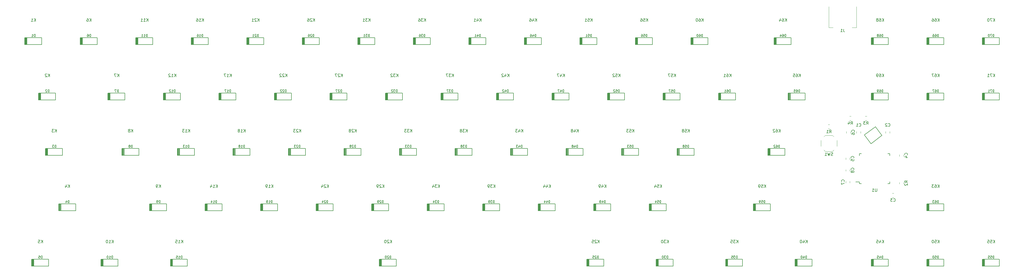
<source format=gbo>
%TF.GenerationSoftware,KiCad,Pcbnew,(5.1.6)-1*%
%TF.CreationDate,2020-07-22T19:59:05-04:00*%
%TF.ProjectId,prosaic,70726f73-6169-4632-9e6b-696361645f70,-*%
%TF.SameCoordinates,Original*%
%TF.FileFunction,Legend,Bot*%
%TF.FilePolarity,Positive*%
%FSLAX46Y46*%
G04 Gerber Fmt 4.6, Leading zero omitted, Abs format (unit mm)*
G04 Created by KiCad (PCBNEW (5.1.6)-1) date 2020-07-22 19:59:05*
%MOMM*%
%LPD*%
G01*
G04 APERTURE LIST*
%ADD10C,0.120000*%
%ADD11C,0.200000*%
%ADD12C,0.150000*%
G04 APERTURE END LIST*
D10*
%TO.C,C1*%
X337290000Y-116286252D02*
X337290000Y-115763748D01*
X338710000Y-116286252D02*
X338710000Y-115763748D01*
%TO.C,C2*%
X347290000Y-116286252D02*
X347290000Y-115763748D01*
X348710000Y-116286252D02*
X348710000Y-115763748D01*
%TO.C,C3*%
X349538748Y-136990000D02*
X350061252Y-136990000D01*
X349538748Y-138410000D02*
X350061252Y-138410000D01*
%TO.C,C4*%
X351990000Y-124236252D02*
X351990000Y-123713748D01*
X353410000Y-124236252D02*
X353410000Y-123713748D01*
%TO.C,C5*%
X333590000Y-125336252D02*
X333590000Y-124813748D01*
X335010000Y-125336252D02*
X335010000Y-124813748D01*
%TO.C,C6*%
X333790000Y-116286252D02*
X333790000Y-115763748D01*
X335210000Y-116286252D02*
X335210000Y-115763748D01*
%TO.C,C7*%
X335010000Y-132863748D02*
X335010000Y-133386252D01*
X333590000Y-132863748D02*
X333590000Y-133386252D01*
%TO.C,C8*%
X333590000Y-129336252D02*
X333590000Y-128813748D01*
X335010000Y-129336252D02*
X335010000Y-128813748D01*
D11*
%TO.C,D1*%
X57684064Y-83469767D02*
X51884064Y-83469767D01*
X57684064Y-85869767D02*
X57684064Y-83469767D01*
X51884064Y-85869767D02*
X57684064Y-85869767D01*
X51959064Y-85869767D02*
X51959064Y-83469767D01*
X52084064Y-85869767D02*
X52084064Y-83469767D01*
X51859064Y-83469767D02*
X51859064Y-85869767D01*
X52259064Y-85869767D02*
X52259064Y-83469767D01*
X52434064Y-85869767D02*
X52434064Y-83469767D01*
X52609064Y-85869767D02*
X52609064Y-83469767D01*
%TO.C,D6*%
X76733294Y-83469767D02*
X70933294Y-83469767D01*
X76733294Y-85869767D02*
X76733294Y-83469767D01*
X70933294Y-85869767D02*
X76733294Y-85869767D01*
X71008294Y-85869767D02*
X71008294Y-83469767D01*
X71133294Y-85869767D02*
X71133294Y-83469767D01*
X70908294Y-83469767D02*
X70908294Y-85869767D01*
X71308294Y-85869767D02*
X71308294Y-83469767D01*
X71483294Y-85869767D02*
X71483294Y-83469767D01*
X71658294Y-85869767D02*
X71658294Y-83469767D01*
%TO.C,D11*%
X95782594Y-83469767D02*
X89982594Y-83469767D01*
X95782594Y-85869767D02*
X95782594Y-83469767D01*
X89982594Y-85869767D02*
X95782594Y-85869767D01*
X90057594Y-85869767D02*
X90057594Y-83469767D01*
X90182594Y-85869767D02*
X90182594Y-83469767D01*
X89957594Y-83469767D02*
X89957594Y-85869767D01*
X90357594Y-85869767D02*
X90357594Y-83469767D01*
X90532594Y-85869767D02*
X90532594Y-83469767D01*
X90707594Y-85869767D02*
X90707594Y-83469767D01*
%TO.C,D16*%
X114832594Y-83469767D02*
X109032594Y-83469767D01*
X114832594Y-85869767D02*
X114832594Y-83469767D01*
X109032594Y-85869767D02*
X114832594Y-85869767D01*
X109107594Y-85869767D02*
X109107594Y-83469767D01*
X109232594Y-85869767D02*
X109232594Y-83469767D01*
X109007594Y-83469767D02*
X109007594Y-85869767D01*
X109407594Y-85869767D02*
X109407594Y-83469767D01*
X109582594Y-85869767D02*
X109582594Y-83469767D01*
X109757594Y-85869767D02*
X109757594Y-83469767D01*
%TO.C,D21*%
X133883294Y-83469767D02*
X128083294Y-83469767D01*
X133883294Y-85869767D02*
X133883294Y-83469767D01*
X128083294Y-85869767D02*
X133883294Y-85869767D01*
X128158294Y-85869767D02*
X128158294Y-83469767D01*
X128283294Y-85869767D02*
X128283294Y-83469767D01*
X128058294Y-83469767D02*
X128058294Y-85869767D01*
X128458294Y-85869767D02*
X128458294Y-83469767D01*
X128633294Y-85869767D02*
X128633294Y-83469767D01*
X128808294Y-85869767D02*
X128808294Y-83469767D01*
%TO.C,D26*%
X152932594Y-83469767D02*
X147132594Y-83469767D01*
X152932594Y-85869767D02*
X152932594Y-83469767D01*
X147132594Y-85869767D02*
X152932594Y-85869767D01*
X147207594Y-85869767D02*
X147207594Y-83469767D01*
X147332594Y-85869767D02*
X147332594Y-83469767D01*
X147107594Y-83469767D02*
X147107594Y-85869767D01*
X147507594Y-85869767D02*
X147507594Y-83469767D01*
X147682594Y-85869767D02*
X147682594Y-83469767D01*
X147857594Y-85869767D02*
X147857594Y-83469767D01*
%TO.C,D31*%
X171982894Y-83469767D02*
X166182894Y-83469767D01*
X171982894Y-85869767D02*
X171982894Y-83469767D01*
X166182894Y-85869767D02*
X171982894Y-85869767D01*
X166257894Y-85869767D02*
X166257894Y-83469767D01*
X166382894Y-85869767D02*
X166382894Y-83469767D01*
X166157894Y-83469767D02*
X166157894Y-85869767D01*
X166557894Y-85869767D02*
X166557894Y-83469767D01*
X166732894Y-85869767D02*
X166732894Y-83469767D01*
X166907894Y-85869767D02*
X166907894Y-83469767D01*
%TO.C,D36*%
X191033894Y-83469767D02*
X185233894Y-83469767D01*
X191033894Y-85869767D02*
X191033894Y-83469767D01*
X185233894Y-85869767D02*
X191033894Y-85869767D01*
X185308894Y-85869767D02*
X185308894Y-83469767D01*
X185433894Y-85869767D02*
X185433894Y-83469767D01*
X185208894Y-83469767D02*
X185208894Y-85869767D01*
X185608894Y-85869767D02*
X185608894Y-83469767D01*
X185783894Y-85869767D02*
X185783894Y-83469767D01*
X185958894Y-85869767D02*
X185958894Y-83469767D01*
%TO.C,D41*%
X210083894Y-83469767D02*
X204283894Y-83469767D01*
X210083894Y-85869767D02*
X210083894Y-83469767D01*
X204283894Y-85869767D02*
X210083894Y-85869767D01*
X204358894Y-85869767D02*
X204358894Y-83469767D01*
X204483894Y-85869767D02*
X204483894Y-83469767D01*
X204258894Y-83469767D02*
X204258894Y-85869767D01*
X204658894Y-85869767D02*
X204658894Y-83469767D01*
X204833894Y-85869767D02*
X204833894Y-83469767D01*
X205008894Y-85869767D02*
X205008894Y-83469767D01*
%TO.C,D46*%
X229133894Y-83469767D02*
X223333894Y-83469767D01*
X229133894Y-85869767D02*
X229133894Y-83469767D01*
X223333894Y-85869767D02*
X229133894Y-85869767D01*
X223408894Y-85869767D02*
X223408894Y-83469767D01*
X223533894Y-85869767D02*
X223533894Y-83469767D01*
X223308894Y-83469767D02*
X223308894Y-85869767D01*
X223708894Y-85869767D02*
X223708894Y-83469767D01*
X223883894Y-85869767D02*
X223883894Y-83469767D01*
X224058894Y-85869767D02*
X224058894Y-83469767D01*
%TO.C,D51*%
X248183894Y-83469767D02*
X242383894Y-83469767D01*
X248183894Y-85869767D02*
X248183894Y-83469767D01*
X242383894Y-85869767D02*
X248183894Y-85869767D01*
X242458894Y-85869767D02*
X242458894Y-83469767D01*
X242583894Y-85869767D02*
X242583894Y-83469767D01*
X242358894Y-83469767D02*
X242358894Y-85869767D01*
X242758894Y-85869767D02*
X242758894Y-83469767D01*
X242933894Y-85869767D02*
X242933894Y-83469767D01*
X243108894Y-85869767D02*
X243108894Y-83469767D01*
%TO.C,D56*%
X267233894Y-83469767D02*
X261433894Y-83469767D01*
X267233894Y-85869767D02*
X267233894Y-83469767D01*
X261433894Y-85869767D02*
X267233894Y-85869767D01*
X261508894Y-85869767D02*
X261508894Y-83469767D01*
X261633894Y-85869767D02*
X261633894Y-83469767D01*
X261408894Y-83469767D02*
X261408894Y-85869767D01*
X261808894Y-85869767D02*
X261808894Y-83469767D01*
X261983894Y-85869767D02*
X261983894Y-83469767D01*
X262158894Y-85869767D02*
X262158894Y-83469767D01*
%TO.C,D60*%
X286283894Y-83469767D02*
X280483894Y-83469767D01*
X286283894Y-85869767D02*
X286283894Y-83469767D01*
X280483894Y-85869767D02*
X286283894Y-85869767D01*
X280558894Y-85869767D02*
X280558894Y-83469767D01*
X280683894Y-85869767D02*
X280683894Y-83469767D01*
X280458894Y-83469767D02*
X280458894Y-85869767D01*
X280858894Y-85869767D02*
X280858894Y-83469767D01*
X281033894Y-85869767D02*
X281033894Y-83469767D01*
X281208894Y-85869767D02*
X281208894Y-83469767D01*
%TO.C,D64*%
X314858894Y-83468917D02*
X309058894Y-83468917D01*
X314858894Y-85868917D02*
X314858894Y-83468917D01*
X309058894Y-85868917D02*
X314858894Y-85868917D01*
X309133894Y-85868917D02*
X309133894Y-83468917D01*
X309258894Y-85868917D02*
X309258894Y-83468917D01*
X309033894Y-83468917D02*
X309033894Y-85868917D01*
X309433894Y-85868917D02*
X309433894Y-83468917D01*
X309608894Y-85868917D02*
X309608894Y-83468917D01*
X309783894Y-85868917D02*
X309783894Y-83468917D01*
%TO.C,D68*%
X348195894Y-83469767D02*
X342395894Y-83469767D01*
X348195894Y-85869767D02*
X348195894Y-83469767D01*
X342395894Y-85869767D02*
X348195894Y-85869767D01*
X342470894Y-85869767D02*
X342470894Y-83469767D01*
X342595894Y-85869767D02*
X342595894Y-83469767D01*
X342370894Y-83469767D02*
X342370894Y-85869767D01*
X342770894Y-85869767D02*
X342770894Y-83469767D01*
X342945894Y-85869767D02*
X342945894Y-83469767D01*
X343120894Y-85869767D02*
X343120894Y-83469767D01*
%TO.C,D66*%
X367245894Y-83469767D02*
X361445894Y-83469767D01*
X367245894Y-85869767D02*
X367245894Y-83469767D01*
X361445894Y-85869767D02*
X367245894Y-85869767D01*
X361520894Y-85869767D02*
X361520894Y-83469767D01*
X361645894Y-85869767D02*
X361645894Y-83469767D01*
X361420894Y-83469767D02*
X361420894Y-85869767D01*
X361820894Y-85869767D02*
X361820894Y-83469767D01*
X361995894Y-85869767D02*
X361995894Y-83469767D01*
X362170894Y-85869767D02*
X362170894Y-83469767D01*
%TO.C,D70*%
X386295894Y-83469767D02*
X380495894Y-83469767D01*
X386295894Y-85869767D02*
X386295894Y-83469767D01*
X380495894Y-85869767D02*
X386295894Y-85869767D01*
X380570894Y-85869767D02*
X380570894Y-83469767D01*
X380695894Y-85869767D02*
X380695894Y-83469767D01*
X380470894Y-83469767D02*
X380470894Y-85869767D01*
X380870894Y-85869767D02*
X380870894Y-83469767D01*
X381045894Y-85869767D02*
X381045894Y-83469767D01*
X381220894Y-85869767D02*
X381220894Y-83469767D01*
%TO.C,D2*%
X62445879Y-102519067D02*
X56645879Y-102519067D01*
X62445879Y-104919067D02*
X62445879Y-102519067D01*
X56645879Y-104919067D02*
X62445879Y-104919067D01*
X56720879Y-104919067D02*
X56720879Y-102519067D01*
X56845879Y-104919067D02*
X56845879Y-102519067D01*
X56620879Y-102519067D02*
X56620879Y-104919067D01*
X57020879Y-104919067D02*
X57020879Y-102519067D01*
X57195879Y-104919067D02*
X57195879Y-102519067D01*
X57370879Y-104919067D02*
X57370879Y-102519067D01*
%TO.C,D7*%
X86258994Y-102519067D02*
X80458994Y-102519067D01*
X86258994Y-104919067D02*
X86258994Y-102519067D01*
X80458994Y-104919067D02*
X86258994Y-104919067D01*
X80533994Y-104919067D02*
X80533994Y-102519067D01*
X80658994Y-104919067D02*
X80658994Y-102519067D01*
X80433994Y-102519067D02*
X80433994Y-104919067D01*
X80833994Y-104919067D02*
X80833994Y-102519067D01*
X81008994Y-104919067D02*
X81008994Y-102519067D01*
X81183994Y-104919067D02*
X81183994Y-102519067D01*
%TO.C,D12*%
X105308994Y-102519067D02*
X99508994Y-102519067D01*
X105308994Y-104919067D02*
X105308994Y-102519067D01*
X99508994Y-104919067D02*
X105308994Y-104919067D01*
X99583994Y-104919067D02*
X99583994Y-102519067D01*
X99708994Y-104919067D02*
X99708994Y-102519067D01*
X99483994Y-102519067D02*
X99483994Y-104919067D01*
X99883994Y-104919067D02*
X99883994Y-102519067D01*
X100058994Y-104919067D02*
X100058994Y-102519067D01*
X100233994Y-104919067D02*
X100233994Y-102519067D01*
%TO.C,D17*%
X124358294Y-102519067D02*
X118558294Y-102519067D01*
X124358294Y-104919067D02*
X124358294Y-102519067D01*
X118558294Y-104919067D02*
X124358294Y-104919067D01*
X118633294Y-104919067D02*
X118633294Y-102519067D01*
X118758294Y-104919067D02*
X118758294Y-102519067D01*
X118533294Y-102519067D02*
X118533294Y-104919067D01*
X118933294Y-104919067D02*
X118933294Y-102519067D01*
X119108294Y-104919067D02*
X119108294Y-102519067D01*
X119283294Y-104919067D02*
X119283294Y-102519067D01*
%TO.C,D22*%
X143408094Y-102519067D02*
X137608094Y-102519067D01*
X143408094Y-104919067D02*
X143408094Y-102519067D01*
X137608094Y-104919067D02*
X143408094Y-104919067D01*
X137683094Y-104919067D02*
X137683094Y-102519067D01*
X137808094Y-104919067D02*
X137808094Y-102519067D01*
X137583094Y-102519067D02*
X137583094Y-104919067D01*
X137983094Y-104919067D02*
X137983094Y-102519067D01*
X138158094Y-104919067D02*
X138158094Y-102519067D01*
X138333094Y-104919067D02*
X138333094Y-102519067D01*
%TO.C,D27*%
X162457894Y-102519067D02*
X156657894Y-102519067D01*
X162457894Y-104919067D02*
X162457894Y-102519067D01*
X156657894Y-104919067D02*
X162457894Y-104919067D01*
X156732894Y-104919067D02*
X156732894Y-102519067D01*
X156857894Y-104919067D02*
X156857894Y-102519067D01*
X156632894Y-102519067D02*
X156632894Y-104919067D01*
X157032894Y-104919067D02*
X157032894Y-102519067D01*
X157207894Y-104919067D02*
X157207894Y-102519067D01*
X157382894Y-104919067D02*
X157382894Y-102519067D01*
%TO.C,D32*%
X181507894Y-102519067D02*
X175707894Y-102519067D01*
X181507894Y-104919067D02*
X181507894Y-102519067D01*
X175707894Y-104919067D02*
X181507894Y-104919067D01*
X175782894Y-104919067D02*
X175782894Y-102519067D01*
X175907894Y-104919067D02*
X175907894Y-102519067D01*
X175682894Y-102519067D02*
X175682894Y-104919067D01*
X176082894Y-104919067D02*
X176082894Y-102519067D01*
X176257894Y-104919067D02*
X176257894Y-102519067D01*
X176432894Y-104919067D02*
X176432894Y-102519067D01*
%TO.C,D37*%
X200558894Y-102519067D02*
X194758894Y-102519067D01*
X200558894Y-104919067D02*
X200558894Y-102519067D01*
X194758894Y-104919067D02*
X200558894Y-104919067D01*
X194833894Y-104919067D02*
X194833894Y-102519067D01*
X194958894Y-104919067D02*
X194958894Y-102519067D01*
X194733894Y-102519067D02*
X194733894Y-104919067D01*
X195133894Y-104919067D02*
X195133894Y-102519067D01*
X195308894Y-104919067D02*
X195308894Y-102519067D01*
X195483894Y-104919067D02*
X195483894Y-102519067D01*
%TO.C,D42*%
X219608894Y-102519067D02*
X213808894Y-102519067D01*
X219608894Y-104919067D02*
X219608894Y-102519067D01*
X213808894Y-104919067D02*
X219608894Y-104919067D01*
X213883894Y-104919067D02*
X213883894Y-102519067D01*
X214008894Y-104919067D02*
X214008894Y-102519067D01*
X213783894Y-102519067D02*
X213783894Y-104919067D01*
X214183894Y-104919067D02*
X214183894Y-102519067D01*
X214358894Y-104919067D02*
X214358894Y-102519067D01*
X214533894Y-104919067D02*
X214533894Y-102519067D01*
%TO.C,D47*%
X238658894Y-102519067D02*
X232858894Y-102519067D01*
X238658894Y-104919067D02*
X238658894Y-102519067D01*
X232858894Y-104919067D02*
X238658894Y-104919067D01*
X232933894Y-104919067D02*
X232933894Y-102519067D01*
X233058894Y-104919067D02*
X233058894Y-102519067D01*
X232833894Y-102519067D02*
X232833894Y-104919067D01*
X233233894Y-104919067D02*
X233233894Y-102519067D01*
X233408894Y-104919067D02*
X233408894Y-102519067D01*
X233583894Y-104919067D02*
X233583894Y-102519067D01*
%TO.C,D52*%
X257708894Y-102519067D02*
X251908894Y-102519067D01*
X257708894Y-104919067D02*
X257708894Y-102519067D01*
X251908894Y-104919067D02*
X257708894Y-104919067D01*
X251983894Y-104919067D02*
X251983894Y-102519067D01*
X252108894Y-104919067D02*
X252108894Y-102519067D01*
X251883894Y-102519067D02*
X251883894Y-104919067D01*
X252283894Y-104919067D02*
X252283894Y-102519067D01*
X252458894Y-104919067D02*
X252458894Y-102519067D01*
X252633894Y-104919067D02*
X252633894Y-102519067D01*
%TO.C,D57*%
X276758894Y-102519067D02*
X270958894Y-102519067D01*
X276758894Y-104919067D02*
X276758894Y-102519067D01*
X270958894Y-104919067D02*
X276758894Y-104919067D01*
X271033894Y-104919067D02*
X271033894Y-102519067D01*
X271158894Y-104919067D02*
X271158894Y-102519067D01*
X270933894Y-102519067D02*
X270933894Y-104919067D01*
X271333894Y-104919067D02*
X271333894Y-102519067D01*
X271508894Y-104919067D02*
X271508894Y-102519067D01*
X271683894Y-104919067D02*
X271683894Y-102519067D01*
%TO.C,D61*%
X295808394Y-102519067D02*
X290008394Y-102519067D01*
X295808394Y-104919067D02*
X295808394Y-102519067D01*
X290008394Y-104919067D02*
X295808394Y-104919067D01*
X290083394Y-104919067D02*
X290083394Y-102519067D01*
X290208394Y-104919067D02*
X290208394Y-102519067D01*
X289983394Y-102519067D02*
X289983394Y-104919067D01*
X290383394Y-104919067D02*
X290383394Y-102519067D01*
X290558394Y-104919067D02*
X290558394Y-102519067D01*
X290733394Y-104919067D02*
X290733394Y-102519067D01*
%TO.C,D65*%
X319620894Y-102519067D02*
X313820894Y-102519067D01*
X319620894Y-104919067D02*
X319620894Y-102519067D01*
X313820894Y-104919067D02*
X319620894Y-104919067D01*
X313895894Y-104919067D02*
X313895894Y-102519067D01*
X314020894Y-104919067D02*
X314020894Y-102519067D01*
X313795894Y-102519067D02*
X313795894Y-104919067D01*
X314195894Y-104919067D02*
X314195894Y-102519067D01*
X314370894Y-104919067D02*
X314370894Y-102519067D01*
X314545894Y-104919067D02*
X314545894Y-102519067D01*
%TO.C,D69*%
X348195894Y-102519067D02*
X342395894Y-102519067D01*
X348195894Y-104919067D02*
X348195894Y-102519067D01*
X342395894Y-104919067D02*
X348195894Y-104919067D01*
X342470894Y-104919067D02*
X342470894Y-102519067D01*
X342595894Y-104919067D02*
X342595894Y-102519067D01*
X342370894Y-102519067D02*
X342370894Y-104919067D01*
X342770894Y-104919067D02*
X342770894Y-102519067D01*
X342945894Y-104919067D02*
X342945894Y-102519067D01*
X343120894Y-104919067D02*
X343120894Y-102519067D01*
%TO.C,D67*%
X367245894Y-102519067D02*
X361445894Y-102519067D01*
X367245894Y-104919067D02*
X367245894Y-102519067D01*
X361445894Y-104919067D02*
X367245894Y-104919067D01*
X361520894Y-104919067D02*
X361520894Y-102519067D01*
X361645894Y-104919067D02*
X361645894Y-102519067D01*
X361420894Y-102519067D02*
X361420894Y-104919067D01*
X361820894Y-104919067D02*
X361820894Y-102519067D01*
X361995894Y-104919067D02*
X361995894Y-102519067D01*
X362170894Y-104919067D02*
X362170894Y-102519067D01*
%TO.C,D71*%
X386295894Y-102519067D02*
X380495894Y-102519067D01*
X386295894Y-104919067D02*
X386295894Y-102519067D01*
X380495894Y-104919067D02*
X386295894Y-104919067D01*
X380570894Y-104919067D02*
X380570894Y-102519067D01*
X380695894Y-104919067D02*
X380695894Y-102519067D01*
X380470894Y-102519067D02*
X380470894Y-104919067D01*
X380870894Y-104919067D02*
X380870894Y-102519067D01*
X381045894Y-104919067D02*
X381045894Y-102519067D01*
X381220894Y-104919067D02*
X381220894Y-102519067D01*
%TO.C,D3*%
X64826454Y-121568317D02*
X59026454Y-121568317D01*
X64826454Y-123968317D02*
X64826454Y-121568317D01*
X59026454Y-123968317D02*
X64826454Y-123968317D01*
X59101454Y-123968317D02*
X59101454Y-121568317D01*
X59226454Y-123968317D02*
X59226454Y-121568317D01*
X59001454Y-121568317D02*
X59001454Y-123968317D01*
X59401454Y-123968317D02*
X59401454Y-121568317D01*
X59576454Y-123968317D02*
X59576454Y-121568317D01*
X59751454Y-123968317D02*
X59751454Y-121568317D01*
%TO.C,D8*%
X91020794Y-121568317D02*
X85220794Y-121568317D01*
X91020794Y-123968317D02*
X91020794Y-121568317D01*
X85220794Y-123968317D02*
X91020794Y-123968317D01*
X85295794Y-123968317D02*
X85295794Y-121568317D01*
X85420794Y-123968317D02*
X85420794Y-121568317D01*
X85195794Y-121568317D02*
X85195794Y-123968317D01*
X85595794Y-123968317D02*
X85595794Y-121568317D01*
X85770794Y-123968317D02*
X85770794Y-121568317D01*
X85945794Y-123968317D02*
X85945794Y-121568317D01*
%TO.C,D13*%
X110070794Y-121568317D02*
X104270794Y-121568317D01*
X110070794Y-123968317D02*
X110070794Y-121568317D01*
X104270794Y-123968317D02*
X110070794Y-123968317D01*
X104345794Y-123968317D02*
X104345794Y-121568317D01*
X104470794Y-123968317D02*
X104470794Y-121568317D01*
X104245794Y-121568317D02*
X104245794Y-123968317D01*
X104645794Y-123968317D02*
X104645794Y-121568317D01*
X104820794Y-123968317D02*
X104820794Y-121568317D01*
X104995794Y-123968317D02*
X104995794Y-121568317D01*
%TO.C,D18*%
X129120794Y-121568317D02*
X123320794Y-121568317D01*
X129120794Y-123968317D02*
X129120794Y-121568317D01*
X123320794Y-123968317D02*
X129120794Y-123968317D01*
X123395794Y-123968317D02*
X123395794Y-121568317D01*
X123520794Y-123968317D02*
X123520794Y-121568317D01*
X123295794Y-121568317D02*
X123295794Y-123968317D01*
X123695794Y-123968317D02*
X123695794Y-121568317D01*
X123870794Y-123968317D02*
X123870794Y-121568317D01*
X124045794Y-123968317D02*
X124045794Y-121568317D01*
%TO.C,D23*%
X148170844Y-121568317D02*
X142370844Y-121568317D01*
X148170844Y-123968317D02*
X148170844Y-121568317D01*
X142370844Y-123968317D02*
X148170844Y-123968317D01*
X142445844Y-123968317D02*
X142445844Y-121568317D01*
X142570844Y-123968317D02*
X142570844Y-121568317D01*
X142345844Y-121568317D02*
X142345844Y-123968317D01*
X142745844Y-123968317D02*
X142745844Y-121568317D01*
X142920844Y-123968317D02*
X142920844Y-121568317D01*
X143095844Y-123968317D02*
X143095844Y-121568317D01*
%TO.C,D28*%
X167220894Y-121568317D02*
X161420894Y-121568317D01*
X167220894Y-123968317D02*
X167220894Y-121568317D01*
X161420894Y-123968317D02*
X167220894Y-123968317D01*
X161495894Y-123968317D02*
X161495894Y-121568317D01*
X161620894Y-123968317D02*
X161620894Y-121568317D01*
X161395894Y-121568317D02*
X161395894Y-123968317D01*
X161795894Y-123968317D02*
X161795894Y-121568317D01*
X161970894Y-123968317D02*
X161970894Y-121568317D01*
X162145894Y-123968317D02*
X162145894Y-121568317D01*
%TO.C,D33*%
X186270894Y-121568317D02*
X180470894Y-121568317D01*
X186270894Y-123968317D02*
X186270894Y-121568317D01*
X180470894Y-123968317D02*
X186270894Y-123968317D01*
X180545894Y-123968317D02*
X180545894Y-121568317D01*
X180670894Y-123968317D02*
X180670894Y-121568317D01*
X180445894Y-121568317D02*
X180445894Y-123968317D01*
X180845894Y-123968317D02*
X180845894Y-121568317D01*
X181020894Y-123968317D02*
X181020894Y-121568317D01*
X181195894Y-123968317D02*
X181195894Y-121568317D01*
%TO.C,D38*%
X205320894Y-121568317D02*
X199520894Y-121568317D01*
X205320894Y-123968317D02*
X205320894Y-121568317D01*
X199520894Y-123968317D02*
X205320894Y-123968317D01*
X199595894Y-123968317D02*
X199595894Y-121568317D01*
X199720894Y-123968317D02*
X199720894Y-121568317D01*
X199495894Y-121568317D02*
X199495894Y-123968317D01*
X199895894Y-123968317D02*
X199895894Y-121568317D01*
X200070894Y-123968317D02*
X200070894Y-121568317D01*
X200245894Y-123968317D02*
X200245894Y-121568317D01*
%TO.C,D43*%
X224370894Y-121568317D02*
X218570894Y-121568317D01*
X224370894Y-123968317D02*
X224370894Y-121568317D01*
X218570894Y-123968317D02*
X224370894Y-123968317D01*
X218645894Y-123968317D02*
X218645894Y-121568317D01*
X218770894Y-123968317D02*
X218770894Y-121568317D01*
X218545894Y-121568317D02*
X218545894Y-123968317D01*
X218945894Y-123968317D02*
X218945894Y-121568317D01*
X219120894Y-123968317D02*
X219120894Y-121568317D01*
X219295894Y-123968317D02*
X219295894Y-121568317D01*
%TO.C,D48*%
X243420894Y-121568317D02*
X237620894Y-121568317D01*
X243420894Y-123968317D02*
X243420894Y-121568317D01*
X237620894Y-123968317D02*
X243420894Y-123968317D01*
X237695894Y-123968317D02*
X237695894Y-121568317D01*
X237820894Y-123968317D02*
X237820894Y-121568317D01*
X237595894Y-121568317D02*
X237595894Y-123968317D01*
X237995894Y-123968317D02*
X237995894Y-121568317D01*
X238170894Y-123968317D02*
X238170894Y-121568317D01*
X238345894Y-123968317D02*
X238345894Y-121568317D01*
%TO.C,D53*%
X262470894Y-121568317D02*
X256670894Y-121568317D01*
X262470894Y-123968317D02*
X262470894Y-121568317D01*
X256670894Y-123968317D02*
X262470894Y-123968317D01*
X256745894Y-123968317D02*
X256745894Y-121568317D01*
X256870894Y-123968317D02*
X256870894Y-121568317D01*
X256645894Y-121568317D02*
X256645894Y-123968317D01*
X257045894Y-123968317D02*
X257045894Y-121568317D01*
X257220894Y-123968317D02*
X257220894Y-121568317D01*
X257395894Y-123968317D02*
X257395894Y-121568317D01*
%TO.C,D58*%
X281520894Y-121568317D02*
X275720894Y-121568317D01*
X281520894Y-123968317D02*
X281520894Y-121568317D01*
X275720894Y-123968317D02*
X281520894Y-123968317D01*
X275795894Y-123968317D02*
X275795894Y-121568317D01*
X275920894Y-123968317D02*
X275920894Y-121568317D01*
X275695894Y-121568317D02*
X275695894Y-123968317D01*
X276095894Y-123968317D02*
X276095894Y-121568317D01*
X276270894Y-123968317D02*
X276270894Y-121568317D01*
X276445894Y-123968317D02*
X276445894Y-121568317D01*
%TO.C,D62*%
X312720394Y-121568917D02*
X306920394Y-121568917D01*
X312720394Y-123968917D02*
X312720394Y-121568917D01*
X306920394Y-123968917D02*
X312720394Y-123968917D01*
X306995394Y-123968917D02*
X306995394Y-121568917D01*
X307120394Y-123968917D02*
X307120394Y-121568917D01*
X306895394Y-121568917D02*
X306895394Y-123968917D01*
X307295394Y-123968917D02*
X307295394Y-121568917D01*
X307470394Y-123968917D02*
X307470394Y-121568917D01*
X307645394Y-123968917D02*
X307645394Y-121568917D01*
%TO.C,D4*%
X69346394Y-140618967D02*
X63546394Y-140618967D01*
X69346394Y-143018967D02*
X69346394Y-140618967D01*
X63546394Y-143018967D02*
X69346394Y-143018967D01*
X63621394Y-143018967D02*
X63621394Y-140618967D01*
X63746394Y-143018967D02*
X63746394Y-140618967D01*
X63521394Y-140618967D02*
X63521394Y-143018967D01*
X63921394Y-143018967D02*
X63921394Y-140618967D01*
X64096394Y-143018967D02*
X64096394Y-140618967D01*
X64271394Y-143018967D02*
X64271394Y-140618967D01*
%TO.C,D9*%
X100545794Y-140618267D02*
X94745794Y-140618267D01*
X100545794Y-143018267D02*
X100545794Y-140618267D01*
X94745794Y-143018267D02*
X100545794Y-143018267D01*
X94820794Y-143018267D02*
X94820794Y-140618267D01*
X94945794Y-143018267D02*
X94945794Y-140618267D01*
X94720794Y-140618267D02*
X94720794Y-143018267D01*
X95120794Y-143018267D02*
X95120794Y-140618267D01*
X95295794Y-143018267D02*
X95295794Y-140618267D01*
X95470794Y-143018267D02*
X95470794Y-140618267D01*
%TO.C,D14*%
X119595794Y-140618267D02*
X113795794Y-140618267D01*
X119595794Y-143018267D02*
X119595794Y-140618267D01*
X113795794Y-143018267D02*
X119595794Y-143018267D01*
X113870794Y-143018267D02*
X113870794Y-140618267D01*
X113995794Y-143018267D02*
X113995794Y-140618267D01*
X113770794Y-140618267D02*
X113770794Y-143018267D01*
X114170794Y-143018267D02*
X114170794Y-140618267D01*
X114345794Y-143018267D02*
X114345794Y-140618267D01*
X114520794Y-143018267D02*
X114520794Y-140618267D01*
%TO.C,D19*%
X138645794Y-140618267D02*
X132845794Y-140618267D01*
X138645794Y-143018267D02*
X138645794Y-140618267D01*
X132845794Y-143018267D02*
X138645794Y-143018267D01*
X132920794Y-143018267D02*
X132920794Y-140618267D01*
X133045794Y-143018267D02*
X133045794Y-140618267D01*
X132820794Y-140618267D02*
X132820794Y-143018267D01*
X133220794Y-143018267D02*
X133220794Y-140618267D01*
X133395794Y-143018267D02*
X133395794Y-140618267D01*
X133570794Y-143018267D02*
X133570794Y-140618267D01*
%TO.C,D24*%
X157695894Y-140618267D02*
X151895894Y-140618267D01*
X157695894Y-143018267D02*
X157695894Y-140618267D01*
X151895894Y-143018267D02*
X157695894Y-143018267D01*
X151970894Y-143018267D02*
X151970894Y-140618267D01*
X152095894Y-143018267D02*
X152095894Y-140618267D01*
X151870894Y-140618267D02*
X151870894Y-143018267D01*
X152270894Y-143018267D02*
X152270894Y-140618267D01*
X152445894Y-143018267D02*
X152445894Y-140618267D01*
X152620894Y-143018267D02*
X152620894Y-140618267D01*
%TO.C,D29*%
X176745894Y-140618267D02*
X170945894Y-140618267D01*
X176745894Y-143018267D02*
X176745894Y-140618267D01*
X170945894Y-143018267D02*
X176745894Y-143018267D01*
X171020894Y-143018267D02*
X171020894Y-140618267D01*
X171145894Y-143018267D02*
X171145894Y-140618267D01*
X170920894Y-140618267D02*
X170920894Y-143018267D01*
X171320894Y-143018267D02*
X171320894Y-140618267D01*
X171495894Y-143018267D02*
X171495894Y-140618267D01*
X171670894Y-143018267D02*
X171670894Y-140618267D01*
%TO.C,D34*%
X195795894Y-140618267D02*
X189995894Y-140618267D01*
X195795894Y-143018267D02*
X195795894Y-140618267D01*
X189995894Y-143018267D02*
X195795894Y-143018267D01*
X190070894Y-143018267D02*
X190070894Y-140618267D01*
X190195894Y-143018267D02*
X190195894Y-140618267D01*
X189970894Y-140618267D02*
X189970894Y-143018267D01*
X190370894Y-143018267D02*
X190370894Y-140618267D01*
X190545894Y-143018267D02*
X190545894Y-140618267D01*
X190720894Y-143018267D02*
X190720894Y-140618267D01*
%TO.C,D39*%
X214845894Y-140618267D02*
X209045894Y-140618267D01*
X214845894Y-143018267D02*
X214845894Y-140618267D01*
X209045894Y-143018267D02*
X214845894Y-143018267D01*
X209120894Y-143018267D02*
X209120894Y-140618267D01*
X209245894Y-143018267D02*
X209245894Y-140618267D01*
X209020894Y-140618267D02*
X209020894Y-143018267D01*
X209420894Y-143018267D02*
X209420894Y-140618267D01*
X209595894Y-143018267D02*
X209595894Y-140618267D01*
X209770894Y-143018267D02*
X209770894Y-140618267D01*
%TO.C,D44*%
X233895894Y-140618267D02*
X228095894Y-140618267D01*
X233895894Y-143018267D02*
X233895894Y-140618267D01*
X228095894Y-143018267D02*
X233895894Y-143018267D01*
X228170894Y-143018267D02*
X228170894Y-140618267D01*
X228295894Y-143018267D02*
X228295894Y-140618267D01*
X228070894Y-140618267D02*
X228070894Y-143018267D01*
X228470894Y-143018267D02*
X228470894Y-140618267D01*
X228645894Y-143018267D02*
X228645894Y-140618267D01*
X228820894Y-143018267D02*
X228820894Y-140618267D01*
%TO.C,D49*%
X252945894Y-140618267D02*
X247145894Y-140618267D01*
X252945894Y-143018267D02*
X252945894Y-140618267D01*
X247145894Y-143018267D02*
X252945894Y-143018267D01*
X247220894Y-143018267D02*
X247220894Y-140618267D01*
X247345894Y-143018267D02*
X247345894Y-140618267D01*
X247120894Y-140618267D02*
X247120894Y-143018267D01*
X247520894Y-143018267D02*
X247520894Y-140618267D01*
X247695894Y-143018267D02*
X247695894Y-140618267D01*
X247870894Y-143018267D02*
X247870894Y-140618267D01*
%TO.C,D54*%
X271995894Y-140618267D02*
X266195894Y-140618267D01*
X271995894Y-143018267D02*
X271995894Y-140618267D01*
X266195894Y-143018267D02*
X271995894Y-143018267D01*
X266270894Y-143018267D02*
X266270894Y-140618267D01*
X266395894Y-143018267D02*
X266395894Y-140618267D01*
X266170894Y-140618267D02*
X266170894Y-143018267D01*
X266570894Y-143018267D02*
X266570894Y-140618267D01*
X266745894Y-143018267D02*
X266745894Y-140618267D01*
X266920894Y-143018267D02*
X266920894Y-140618267D01*
%TO.C,D59*%
X307714894Y-140618967D02*
X301914894Y-140618967D01*
X307714894Y-143018967D02*
X307714894Y-140618967D01*
X301914894Y-143018967D02*
X307714894Y-143018967D01*
X301989894Y-143018967D02*
X301989894Y-140618967D01*
X302114894Y-143018967D02*
X302114894Y-140618967D01*
X301889894Y-140618967D02*
X301889894Y-143018967D01*
X302289894Y-143018967D02*
X302289894Y-140618967D01*
X302464894Y-143018967D02*
X302464894Y-140618967D01*
X302639894Y-143018967D02*
X302639894Y-140618967D01*
%TO.C,D63*%
X367245894Y-140618267D02*
X361445894Y-140618267D01*
X367245894Y-143018267D02*
X367245894Y-140618267D01*
X361445894Y-143018267D02*
X367245894Y-143018267D01*
X361520894Y-143018267D02*
X361520894Y-140618267D01*
X361645894Y-143018267D02*
X361645894Y-140618267D01*
X361420894Y-140618267D02*
X361420894Y-143018267D01*
X361820894Y-143018267D02*
X361820894Y-140618267D01*
X361995894Y-143018267D02*
X361995894Y-140618267D01*
X362170894Y-143018267D02*
X362170894Y-140618267D01*
%TO.C,D5*%
X60065344Y-159668287D02*
X54265344Y-159668287D01*
X60065344Y-162068287D02*
X60065344Y-159668287D01*
X54265344Y-162068287D02*
X60065344Y-162068287D01*
X54340344Y-162068287D02*
X54340344Y-159668287D01*
X54465344Y-162068287D02*
X54465344Y-159668287D01*
X54240344Y-159668287D02*
X54240344Y-162068287D01*
X54640344Y-162068287D02*
X54640344Y-159668287D01*
X54815344Y-162068287D02*
X54815344Y-159668287D01*
X54990344Y-162068287D02*
X54990344Y-159668287D01*
%TO.C,D10*%
X83876394Y-159668287D02*
X78076394Y-159668287D01*
X83876394Y-162068287D02*
X83876394Y-159668287D01*
X78076394Y-162068287D02*
X83876394Y-162068287D01*
X78151394Y-162068287D02*
X78151394Y-159668287D01*
X78276394Y-162068287D02*
X78276394Y-159668287D01*
X78051394Y-159668287D02*
X78051394Y-162068287D01*
X78451394Y-162068287D02*
X78451394Y-159668287D01*
X78626394Y-162068287D02*
X78626394Y-159668287D01*
X78801394Y-162068287D02*
X78801394Y-159668287D01*
%TO.C,D15*%
X107690294Y-159668287D02*
X101890294Y-159668287D01*
X107690294Y-162068287D02*
X107690294Y-159668287D01*
X101890294Y-162068287D02*
X107690294Y-162068287D01*
X101965294Y-162068287D02*
X101965294Y-159668287D01*
X102090294Y-162068287D02*
X102090294Y-159668287D01*
X101865294Y-159668287D02*
X101865294Y-162068287D01*
X102265294Y-162068287D02*
X102265294Y-159668287D01*
X102440294Y-162068287D02*
X102440294Y-159668287D01*
X102615294Y-162068287D02*
X102615294Y-159668287D01*
%TO.C,D20*%
X179370394Y-159668962D02*
X173570394Y-159668962D01*
X179370394Y-162068962D02*
X179370394Y-159668962D01*
X173570394Y-162068962D02*
X179370394Y-162068962D01*
X173645394Y-162068962D02*
X173645394Y-159668962D01*
X173770394Y-162068962D02*
X173770394Y-159668962D01*
X173545394Y-159668962D02*
X173545394Y-162068962D01*
X173945394Y-162068962D02*
X173945394Y-159668962D01*
X174120394Y-162068962D02*
X174120394Y-159668962D01*
X174295394Y-162068962D02*
X174295394Y-159668962D01*
%TO.C,D25*%
X250565394Y-159668287D02*
X244765394Y-159668287D01*
X250565394Y-162068287D02*
X250565394Y-159668287D01*
X244765394Y-162068287D02*
X250565394Y-162068287D01*
X244840394Y-162068287D02*
X244840394Y-159668287D01*
X244965394Y-162068287D02*
X244965394Y-159668287D01*
X244740394Y-159668287D02*
X244740394Y-162068287D01*
X245140394Y-162068287D02*
X245140394Y-159668287D01*
X245315394Y-162068287D02*
X245315394Y-159668287D01*
X245490394Y-162068287D02*
X245490394Y-159668287D01*
%TO.C,D30*%
X274376394Y-159668287D02*
X268576394Y-159668287D01*
X274376394Y-162068287D02*
X274376394Y-159668287D01*
X268576394Y-162068287D02*
X274376394Y-162068287D01*
X268651394Y-162068287D02*
X268651394Y-159668287D01*
X268776394Y-162068287D02*
X268776394Y-159668287D01*
X268551394Y-159668287D02*
X268551394Y-162068287D01*
X268951394Y-162068287D02*
X268951394Y-159668287D01*
X269126394Y-162068287D02*
X269126394Y-159668287D01*
X269301394Y-162068287D02*
X269301394Y-159668287D01*
%TO.C,D35*%
X298190394Y-159668287D02*
X292390394Y-159668287D01*
X298190394Y-162068287D02*
X298190394Y-159668287D01*
X292390394Y-162068287D02*
X298190394Y-162068287D01*
X292465394Y-162068287D02*
X292465394Y-159668287D01*
X292590394Y-162068287D02*
X292590394Y-159668287D01*
X292365394Y-159668287D02*
X292365394Y-162068287D01*
X292765394Y-162068287D02*
X292765394Y-159668287D01*
X292940394Y-162068287D02*
X292940394Y-159668287D01*
X293115394Y-162068287D02*
X293115394Y-159668287D01*
%TO.C,D40*%
X322001394Y-159668287D02*
X316201394Y-159668287D01*
X322001394Y-162068287D02*
X322001394Y-159668287D01*
X316201394Y-162068287D02*
X322001394Y-162068287D01*
X316276394Y-162068287D02*
X316276394Y-159668287D01*
X316401394Y-162068287D02*
X316401394Y-159668287D01*
X316176394Y-159668287D02*
X316176394Y-162068287D01*
X316576394Y-162068287D02*
X316576394Y-159668287D01*
X316751394Y-162068287D02*
X316751394Y-159668287D01*
X316926394Y-162068287D02*
X316926394Y-159668287D01*
%TO.C,D45*%
X348195894Y-159668287D02*
X342395894Y-159668287D01*
X348195894Y-162068287D02*
X348195894Y-159668287D01*
X342395894Y-162068287D02*
X348195894Y-162068287D01*
X342470894Y-162068287D02*
X342470894Y-159668287D01*
X342595894Y-162068287D02*
X342595894Y-159668287D01*
X342370894Y-159668287D02*
X342370894Y-162068287D01*
X342770894Y-162068287D02*
X342770894Y-159668287D01*
X342945894Y-162068287D02*
X342945894Y-159668287D01*
X343120894Y-162068287D02*
X343120894Y-159668287D01*
%TO.C,D50*%
X367245894Y-159668287D02*
X361445894Y-159668287D01*
X367245894Y-162068287D02*
X367245894Y-159668287D01*
X361445894Y-162068287D02*
X367245894Y-162068287D01*
X361520894Y-162068287D02*
X361520894Y-159668287D01*
X361645894Y-162068287D02*
X361645894Y-159668287D01*
X361420894Y-159668287D02*
X361420894Y-162068287D01*
X361820894Y-162068287D02*
X361820894Y-159668287D01*
X361995894Y-162068287D02*
X361995894Y-159668287D01*
X362170894Y-162068287D02*
X362170894Y-159668287D01*
%TO.C,D55*%
X386295894Y-159668287D02*
X380495894Y-159668287D01*
X386295894Y-162068287D02*
X386295894Y-159668287D01*
X380495894Y-162068287D02*
X386295894Y-162068287D01*
X380570894Y-162068287D02*
X380570894Y-159668287D01*
X380695894Y-162068287D02*
X380695894Y-159668287D01*
X380470894Y-159668287D02*
X380470894Y-162068287D01*
X380870894Y-162068287D02*
X380870894Y-159668287D01*
X381045894Y-162068287D02*
X381045894Y-159668287D01*
X381220894Y-162068287D02*
X381220894Y-159668287D01*
D10*
%TO.C,J1*%
X327750000Y-80020000D02*
X329250000Y-80020000D01*
X327750000Y-80020000D02*
X327750000Y-72760000D01*
X337250000Y-80020000D02*
X337250000Y-72760000D01*
X335750000Y-80020000D02*
X337250000Y-80020000D01*
%TO.C,R1*%
X327538748Y-113390000D02*
X328061252Y-113390000D01*
X327538748Y-114810000D02*
X328061252Y-114810000D01*
%TO.C,R2*%
X351990000Y-133761252D02*
X351990000Y-133238748D01*
X353410000Y-133761252D02*
X353410000Y-133238748D01*
%TO.C,R3*%
X340263748Y-110490000D02*
X340786252Y-110490000D01*
X340263748Y-111910000D02*
X340786252Y-111910000D01*
%TO.C,R4*%
X334913748Y-110490000D02*
X335436252Y-110490000D01*
X334913748Y-111910000D02*
X335436252Y-111910000D01*
%TO.C,SW1*%
X326550000Y-122550000D02*
X329050000Y-122550000D01*
X325050000Y-120800000D02*
X325050000Y-118800000D01*
X326550000Y-117050000D02*
X329050000Y-117050000D01*
X330550000Y-120800000D02*
X330550000Y-118800000D01*
X326100000Y-122100000D02*
X326550000Y-122550000D01*
X329500000Y-122100000D02*
X329050000Y-122550000D01*
X329500000Y-117500000D02*
X329050000Y-117050000D01*
X326100000Y-117500000D02*
X326550000Y-117050000D01*
D12*
%TO.C,U1*%
X338325000Y-133100000D02*
X337050000Y-133100000D01*
X348675000Y-133675000D02*
X348000000Y-133675000D01*
X348675000Y-123325000D02*
X348000000Y-123325000D01*
X338325000Y-123325000D02*
X339000000Y-123325000D01*
X338325000Y-133675000D02*
X339000000Y-133675000D01*
X338325000Y-123325000D02*
X338325000Y-124000000D01*
X348675000Y-123325000D02*
X348675000Y-124000000D01*
X348675000Y-133675000D02*
X348675000Y-133000000D01*
X338325000Y-133675000D02*
X338325000Y-133100000D01*
D11*
%TO.C,X1*%
X343768356Y-114073248D02*
X339974837Y-116931869D01*
X346025163Y-117068131D02*
X343768356Y-114073248D01*
X342231644Y-119926752D02*
X346025163Y-117068131D01*
X339974837Y-116931869D02*
X342231644Y-119926752D01*
%TO.C,K20*%
X177784679Y-154081342D02*
X177784679Y-153081342D01*
X177213251Y-154081342D02*
X177641822Y-153509914D01*
X177213251Y-153081342D02*
X177784679Y-153652771D01*
X176832298Y-153176581D02*
X176784679Y-153128962D01*
X176689441Y-153081342D01*
X176451346Y-153081342D01*
X176356108Y-153128962D01*
X176308489Y-153176581D01*
X176260870Y-153271819D01*
X176260870Y-153367057D01*
X176308489Y-153509914D01*
X176879917Y-154081342D01*
X176260870Y-154081342D01*
X175641822Y-153081342D02*
X175546584Y-153081342D01*
X175451346Y-153128962D01*
X175403727Y-153176581D01*
X175356108Y-153271819D01*
X175308489Y-153462295D01*
X175308489Y-153700390D01*
X175356108Y-153890866D01*
X175403727Y-153986104D01*
X175451346Y-154033723D01*
X175546584Y-154081342D01*
X175641822Y-154081342D01*
X175737060Y-154033723D01*
X175784679Y-153986104D01*
X175832298Y-153890866D01*
X175879917Y-153700390D01*
X175879917Y-153462295D01*
X175832298Y-153271819D01*
X175784679Y-153176581D01*
X175737060Y-153128962D01*
X175641822Y-153081342D01*
%TO.C,K59*%
X306129179Y-135031347D02*
X306129179Y-134031347D01*
X305557751Y-135031347D02*
X305986322Y-134459919D01*
X305557751Y-134031347D02*
X306129179Y-134602776D01*
X304652989Y-134031347D02*
X305129179Y-134031347D01*
X305176798Y-134507538D01*
X305129179Y-134459919D01*
X305033941Y-134412300D01*
X304795846Y-134412300D01*
X304700608Y-134459919D01*
X304652989Y-134507538D01*
X304605370Y-134602776D01*
X304605370Y-134840871D01*
X304652989Y-134936109D01*
X304700608Y-134983728D01*
X304795846Y-135031347D01*
X305033941Y-135031347D01*
X305129179Y-134983728D01*
X305176798Y-134936109D01*
X304129179Y-135031347D02*
X303938703Y-135031347D01*
X303843465Y-134983728D01*
X303795846Y-134936109D01*
X303700608Y-134793252D01*
X303652989Y-134602776D01*
X303652989Y-134221824D01*
X303700608Y-134126586D01*
X303748227Y-134078967D01*
X303843465Y-134031347D01*
X304033941Y-134031347D01*
X304129179Y-134078967D01*
X304176798Y-134126586D01*
X304224417Y-134221824D01*
X304224417Y-134459919D01*
X304176798Y-134555157D01*
X304129179Y-134602776D01*
X304033941Y-134650395D01*
X303843465Y-134650395D01*
X303748227Y-134602776D01*
X303700608Y-134555157D01*
X303652989Y-134459919D01*
%TO.C,K62*%
X311134679Y-115981297D02*
X311134679Y-114981297D01*
X310563251Y-115981297D02*
X310991822Y-115409869D01*
X310563251Y-114981297D02*
X311134679Y-115552726D01*
X309706108Y-114981297D02*
X309896584Y-114981297D01*
X309991822Y-115028917D01*
X310039441Y-115076536D01*
X310134679Y-115219393D01*
X310182298Y-115409869D01*
X310182298Y-115790821D01*
X310134679Y-115886059D01*
X310087060Y-115933678D01*
X309991822Y-115981297D01*
X309801346Y-115981297D01*
X309706108Y-115933678D01*
X309658489Y-115886059D01*
X309610870Y-115790821D01*
X309610870Y-115552726D01*
X309658489Y-115457488D01*
X309706108Y-115409869D01*
X309801346Y-115362250D01*
X309991822Y-115362250D01*
X310087060Y-115409869D01*
X310134679Y-115457488D01*
X310182298Y-115552726D01*
X309229917Y-115076536D02*
X309182298Y-115028917D01*
X309087060Y-114981297D01*
X308848965Y-114981297D01*
X308753727Y-115028917D01*
X308706108Y-115076536D01*
X308658489Y-115171774D01*
X308658489Y-115267012D01*
X308706108Y-115409869D01*
X309277536Y-115981297D01*
X308658489Y-115981297D01*
%TO.C,K4*%
X67284489Y-135031347D02*
X67284489Y-134031347D01*
X66713060Y-135031347D02*
X67141632Y-134459919D01*
X66713060Y-134031347D02*
X67284489Y-134602776D01*
X65855917Y-134364681D02*
X65855917Y-135031347D01*
X66094013Y-133983728D02*
X66332108Y-134698014D01*
X65713060Y-134698014D01*
%TO.C,K64*%
X313273179Y-77881297D02*
X313273179Y-76881297D01*
X312701751Y-77881297D02*
X313130322Y-77309869D01*
X312701751Y-76881297D02*
X313273179Y-77452726D01*
X311844608Y-76881297D02*
X312035084Y-76881297D01*
X312130322Y-76928917D01*
X312177941Y-76976536D01*
X312273179Y-77119393D01*
X312320798Y-77309869D01*
X312320798Y-77690821D01*
X312273179Y-77786059D01*
X312225560Y-77833678D01*
X312130322Y-77881297D01*
X311939846Y-77881297D01*
X311844608Y-77833678D01*
X311796989Y-77786059D01*
X311749370Y-77690821D01*
X311749370Y-77452726D01*
X311796989Y-77357488D01*
X311844608Y-77309869D01*
X311939846Y-77262250D01*
X312130322Y-77262250D01*
X312225560Y-77309869D01*
X312273179Y-77357488D01*
X312320798Y-77452726D01*
X310892227Y-77214631D02*
X310892227Y-77881297D01*
X311130322Y-76833678D02*
X311368417Y-77547964D01*
X310749370Y-77547964D01*
%TO.C,K3*%
X62764549Y-115980697D02*
X62764549Y-114980697D01*
X62193120Y-115980697D02*
X62621692Y-115409269D01*
X62193120Y-114980697D02*
X62764549Y-115552126D01*
X61859787Y-114980697D02*
X61240739Y-114980697D01*
X61574073Y-115361650D01*
X61431215Y-115361650D01*
X61335977Y-115409269D01*
X61288358Y-115456888D01*
X61240739Y-115552126D01*
X61240739Y-115790221D01*
X61288358Y-115885459D01*
X61335977Y-115933078D01*
X61431215Y-115980697D01*
X61716930Y-115980697D01*
X61812168Y-115933078D01*
X61859787Y-115885459D01*
%TO.C,K2*%
X60383974Y-96931447D02*
X60383974Y-95931447D01*
X59812545Y-96931447D02*
X60241117Y-96360019D01*
X59812545Y-95931447D02*
X60383974Y-96502876D01*
X59431593Y-96026686D02*
X59383974Y-95979067D01*
X59288736Y-95931447D01*
X59050640Y-95931447D01*
X58955402Y-95979067D01*
X58907783Y-96026686D01*
X58860164Y-96121924D01*
X58860164Y-96217162D01*
X58907783Y-96360019D01*
X59479212Y-96931447D01*
X58860164Y-96931447D01*
%TO.C,K65*%
X318035179Y-96931447D02*
X318035179Y-95931447D01*
X317463751Y-96931447D02*
X317892322Y-96360019D01*
X317463751Y-95931447D02*
X318035179Y-96502876D01*
X316606608Y-95931447D02*
X316797084Y-95931447D01*
X316892322Y-95979067D01*
X316939941Y-96026686D01*
X317035179Y-96169543D01*
X317082798Y-96360019D01*
X317082798Y-96740971D01*
X317035179Y-96836209D01*
X316987560Y-96883828D01*
X316892322Y-96931447D01*
X316701846Y-96931447D01*
X316606608Y-96883828D01*
X316558989Y-96836209D01*
X316511370Y-96740971D01*
X316511370Y-96502876D01*
X316558989Y-96407638D01*
X316606608Y-96360019D01*
X316701846Y-96312400D01*
X316892322Y-96312400D01*
X316987560Y-96360019D01*
X317035179Y-96407638D01*
X317082798Y-96502876D01*
X315606608Y-95931447D02*
X316082798Y-95931447D01*
X316130417Y-96407638D01*
X316082798Y-96360019D01*
X315987560Y-96312400D01*
X315749465Y-96312400D01*
X315654227Y-96360019D01*
X315606608Y-96407638D01*
X315558989Y-96502876D01*
X315558989Y-96740971D01*
X315606608Y-96836209D01*
X315654227Y-96883828D01*
X315749465Y-96931447D01*
X315987560Y-96931447D01*
X316082798Y-96883828D01*
X316130417Y-96836209D01*
%TO.C,K5*%
X58003439Y-154080667D02*
X58003439Y-153080667D01*
X57432010Y-154080667D02*
X57860582Y-153509239D01*
X57432010Y-153080667D02*
X58003439Y-153652096D01*
X56527248Y-153080667D02*
X57003439Y-153080667D01*
X57051058Y-153556858D01*
X57003439Y-153509239D01*
X56908201Y-153461620D01*
X56670105Y-153461620D01*
X56574867Y-153509239D01*
X56527248Y-153556858D01*
X56479629Y-153652096D01*
X56479629Y-153890191D01*
X56527248Y-153985429D01*
X56574867Y-154033048D01*
X56670105Y-154080667D01*
X56908201Y-154080667D01*
X57003439Y-154033048D01*
X57051058Y-153985429D01*
%TO.C,K10*%
X82290679Y-154080667D02*
X82290679Y-153080667D01*
X81719251Y-154080667D02*
X82147822Y-153509239D01*
X81719251Y-153080667D02*
X82290679Y-153652096D01*
X80766870Y-154080667D02*
X81338298Y-154080667D01*
X81052584Y-154080667D02*
X81052584Y-153080667D01*
X81147822Y-153223525D01*
X81243060Y-153318763D01*
X81338298Y-153366382D01*
X80147822Y-153080667D02*
X80052584Y-153080667D01*
X79957346Y-153128287D01*
X79909727Y-153175906D01*
X79862108Y-153271144D01*
X79814489Y-153461620D01*
X79814489Y-153699715D01*
X79862108Y-153890191D01*
X79909727Y-153985429D01*
X79957346Y-154033048D01*
X80052584Y-154080667D01*
X80147822Y-154080667D01*
X80243060Y-154033048D01*
X80290679Y-153985429D01*
X80338298Y-153890191D01*
X80385917Y-153699715D01*
X80385917Y-153461620D01*
X80338298Y-153271144D01*
X80290679Y-153175906D01*
X80243060Y-153128287D01*
X80147822Y-153080667D01*
%TO.C,K15*%
X106104579Y-154080667D02*
X106104579Y-153080667D01*
X105533151Y-154080667D02*
X105961722Y-153509239D01*
X105533151Y-153080667D02*
X106104579Y-153652096D01*
X104580770Y-154080667D02*
X105152198Y-154080667D01*
X104866484Y-154080667D02*
X104866484Y-153080667D01*
X104961722Y-153223525D01*
X105056960Y-153318763D01*
X105152198Y-153366382D01*
X103676008Y-153080667D02*
X104152198Y-153080667D01*
X104199817Y-153556858D01*
X104152198Y-153509239D01*
X104056960Y-153461620D01*
X103818865Y-153461620D01*
X103723627Y-153509239D01*
X103676008Y-153556858D01*
X103628389Y-153652096D01*
X103628389Y-153890191D01*
X103676008Y-153985429D01*
X103723627Y-154033048D01*
X103818865Y-154080667D01*
X104056960Y-154080667D01*
X104152198Y-154033048D01*
X104199817Y-153985429D01*
%TO.C,K25*%
X248979679Y-154080667D02*
X248979679Y-153080667D01*
X248408251Y-154080667D02*
X248836822Y-153509239D01*
X248408251Y-153080667D02*
X248979679Y-153652096D01*
X248027298Y-153175906D02*
X247979679Y-153128287D01*
X247884441Y-153080667D01*
X247646346Y-153080667D01*
X247551108Y-153128287D01*
X247503489Y-153175906D01*
X247455870Y-153271144D01*
X247455870Y-153366382D01*
X247503489Y-153509239D01*
X248074917Y-154080667D01*
X247455870Y-154080667D01*
X246551108Y-153080667D02*
X247027298Y-153080667D01*
X247074917Y-153556858D01*
X247027298Y-153509239D01*
X246932060Y-153461620D01*
X246693965Y-153461620D01*
X246598727Y-153509239D01*
X246551108Y-153556858D01*
X246503489Y-153652096D01*
X246503489Y-153890191D01*
X246551108Y-153985429D01*
X246598727Y-154033048D01*
X246693965Y-154080667D01*
X246932060Y-154080667D01*
X247027298Y-154033048D01*
X247074917Y-153985429D01*
%TO.C,K30*%
X272790679Y-154080667D02*
X272790679Y-153080667D01*
X272219251Y-154080667D02*
X272647822Y-153509239D01*
X272219251Y-153080667D02*
X272790679Y-153652096D01*
X271885917Y-153080667D02*
X271266870Y-153080667D01*
X271600203Y-153461620D01*
X271457346Y-153461620D01*
X271362108Y-153509239D01*
X271314489Y-153556858D01*
X271266870Y-153652096D01*
X271266870Y-153890191D01*
X271314489Y-153985429D01*
X271362108Y-154033048D01*
X271457346Y-154080667D01*
X271743060Y-154080667D01*
X271838298Y-154033048D01*
X271885917Y-153985429D01*
X270647822Y-153080667D02*
X270552584Y-153080667D01*
X270457346Y-153128287D01*
X270409727Y-153175906D01*
X270362108Y-153271144D01*
X270314489Y-153461620D01*
X270314489Y-153699715D01*
X270362108Y-153890191D01*
X270409727Y-153985429D01*
X270457346Y-154033048D01*
X270552584Y-154080667D01*
X270647822Y-154080667D01*
X270743060Y-154033048D01*
X270790679Y-153985429D01*
X270838298Y-153890191D01*
X270885917Y-153699715D01*
X270885917Y-153461620D01*
X270838298Y-153271144D01*
X270790679Y-153175906D01*
X270743060Y-153128287D01*
X270647822Y-153080667D01*
%TO.C,K35*%
X296604679Y-154080667D02*
X296604679Y-153080667D01*
X296033251Y-154080667D02*
X296461822Y-153509239D01*
X296033251Y-153080667D02*
X296604679Y-153652096D01*
X295699917Y-153080667D02*
X295080870Y-153080667D01*
X295414203Y-153461620D01*
X295271346Y-153461620D01*
X295176108Y-153509239D01*
X295128489Y-153556858D01*
X295080870Y-153652096D01*
X295080870Y-153890191D01*
X295128489Y-153985429D01*
X295176108Y-154033048D01*
X295271346Y-154080667D01*
X295557060Y-154080667D01*
X295652298Y-154033048D01*
X295699917Y-153985429D01*
X294176108Y-153080667D02*
X294652298Y-153080667D01*
X294699917Y-153556858D01*
X294652298Y-153509239D01*
X294557060Y-153461620D01*
X294318965Y-153461620D01*
X294223727Y-153509239D01*
X294176108Y-153556858D01*
X294128489Y-153652096D01*
X294128489Y-153890191D01*
X294176108Y-153985429D01*
X294223727Y-154033048D01*
X294318965Y-154080667D01*
X294557060Y-154080667D01*
X294652298Y-154033048D01*
X294699917Y-153985429D01*
%TO.C,K40*%
X320415679Y-154080667D02*
X320415679Y-153080667D01*
X319844251Y-154080667D02*
X320272822Y-153509239D01*
X319844251Y-153080667D02*
X320415679Y-153652096D01*
X318987108Y-153414001D02*
X318987108Y-154080667D01*
X319225203Y-153033048D02*
X319463298Y-153747334D01*
X318844251Y-153747334D01*
X318272822Y-153080667D02*
X318177584Y-153080667D01*
X318082346Y-153128287D01*
X318034727Y-153175906D01*
X317987108Y-153271144D01*
X317939489Y-153461620D01*
X317939489Y-153699715D01*
X317987108Y-153890191D01*
X318034727Y-153985429D01*
X318082346Y-154033048D01*
X318177584Y-154080667D01*
X318272822Y-154080667D01*
X318368060Y-154033048D01*
X318415679Y-153985429D01*
X318463298Y-153890191D01*
X318510917Y-153699715D01*
X318510917Y-153461620D01*
X318463298Y-153271144D01*
X318415679Y-153175906D01*
X318368060Y-153128287D01*
X318272822Y-153080667D01*
%TO.C,K11*%
X94196879Y-77882147D02*
X94196879Y-76882147D01*
X93625451Y-77882147D02*
X94054022Y-77310719D01*
X93625451Y-76882147D02*
X94196879Y-77453576D01*
X92673070Y-77882147D02*
X93244498Y-77882147D01*
X92958784Y-77882147D02*
X92958784Y-76882147D01*
X93054022Y-77025005D01*
X93149260Y-77120243D01*
X93244498Y-77167862D01*
X91720689Y-77882147D02*
X92292117Y-77882147D01*
X92006403Y-77882147D02*
X92006403Y-76882147D01*
X92101641Y-77025005D01*
X92196879Y-77120243D01*
X92292117Y-77167862D01*
%TO.C,K6*%
X74671389Y-77882147D02*
X74671389Y-76882147D01*
X74099960Y-77882147D02*
X74528532Y-77310719D01*
X74099960Y-76882147D02*
X74671389Y-77453576D01*
X73242817Y-76882147D02*
X73433294Y-76882147D01*
X73528532Y-76929767D01*
X73576151Y-76977386D01*
X73671389Y-77120243D01*
X73719008Y-77310719D01*
X73719008Y-77691671D01*
X73671389Y-77786909D01*
X73623770Y-77834528D01*
X73528532Y-77882147D01*
X73338055Y-77882147D01*
X73242817Y-77834528D01*
X73195198Y-77786909D01*
X73147579Y-77691671D01*
X73147579Y-77453576D01*
X73195198Y-77358338D01*
X73242817Y-77310719D01*
X73338055Y-77263100D01*
X73528532Y-77263100D01*
X73623770Y-77310719D01*
X73671389Y-77358338D01*
X73719008Y-77453576D01*
%TO.C,K1*%
X55622159Y-77882147D02*
X55622159Y-76882147D01*
X55050730Y-77882147D02*
X55479302Y-77310719D01*
X55050730Y-76882147D02*
X55622159Y-77453576D01*
X54098349Y-77882147D02*
X54669778Y-77882147D01*
X54384064Y-77882147D02*
X54384064Y-76882147D01*
X54479302Y-77025005D01*
X54574540Y-77120243D01*
X54669778Y-77167862D01*
%TO.C,K16*%
X113246879Y-77882147D02*
X113246879Y-76882147D01*
X112675451Y-77882147D02*
X113104022Y-77310719D01*
X112675451Y-76882147D02*
X113246879Y-77453576D01*
X111723070Y-77882147D02*
X112294498Y-77882147D01*
X112008784Y-77882147D02*
X112008784Y-76882147D01*
X112104022Y-77025005D01*
X112199260Y-77120243D01*
X112294498Y-77167862D01*
X110865927Y-76882147D02*
X111056403Y-76882147D01*
X111151641Y-76929767D01*
X111199260Y-76977386D01*
X111294498Y-77120243D01*
X111342117Y-77310719D01*
X111342117Y-77691671D01*
X111294498Y-77786909D01*
X111246879Y-77834528D01*
X111151641Y-77882147D01*
X110961165Y-77882147D01*
X110865927Y-77834528D01*
X110818308Y-77786909D01*
X110770689Y-77691671D01*
X110770689Y-77453576D01*
X110818308Y-77358338D01*
X110865927Y-77310719D01*
X110961165Y-77263100D01*
X111151641Y-77263100D01*
X111246879Y-77310719D01*
X111294498Y-77358338D01*
X111342117Y-77453576D01*
%TO.C,K21*%
X132297579Y-77882147D02*
X132297579Y-76882147D01*
X131726151Y-77882147D02*
X132154722Y-77310719D01*
X131726151Y-76882147D02*
X132297579Y-77453576D01*
X131345198Y-76977386D02*
X131297579Y-76929767D01*
X131202341Y-76882147D01*
X130964246Y-76882147D01*
X130869008Y-76929767D01*
X130821389Y-76977386D01*
X130773770Y-77072624D01*
X130773770Y-77167862D01*
X130821389Y-77310719D01*
X131392817Y-77882147D01*
X130773770Y-77882147D01*
X129821389Y-77882147D02*
X130392817Y-77882147D01*
X130107103Y-77882147D02*
X130107103Y-76882147D01*
X130202341Y-77025005D01*
X130297579Y-77120243D01*
X130392817Y-77167862D01*
%TO.C,K26*%
X151346879Y-77882147D02*
X151346879Y-76882147D01*
X150775451Y-77882147D02*
X151204022Y-77310719D01*
X150775451Y-76882147D02*
X151346879Y-77453576D01*
X150394498Y-76977386D02*
X150346879Y-76929767D01*
X150251641Y-76882147D01*
X150013546Y-76882147D01*
X149918308Y-76929767D01*
X149870689Y-76977386D01*
X149823070Y-77072624D01*
X149823070Y-77167862D01*
X149870689Y-77310719D01*
X150442117Y-77882147D01*
X149823070Y-77882147D01*
X148965927Y-76882147D02*
X149156403Y-76882147D01*
X149251641Y-76929767D01*
X149299260Y-76977386D01*
X149394498Y-77120243D01*
X149442117Y-77310719D01*
X149442117Y-77691671D01*
X149394498Y-77786909D01*
X149346879Y-77834528D01*
X149251641Y-77882147D01*
X149061165Y-77882147D01*
X148965927Y-77834528D01*
X148918308Y-77786909D01*
X148870689Y-77691671D01*
X148870689Y-77453576D01*
X148918308Y-77358338D01*
X148965927Y-77310719D01*
X149061165Y-77263100D01*
X149251641Y-77263100D01*
X149346879Y-77310719D01*
X149394498Y-77358338D01*
X149442117Y-77453576D01*
%TO.C,K31*%
X170397179Y-77882147D02*
X170397179Y-76882147D01*
X169825751Y-77882147D02*
X170254322Y-77310719D01*
X169825751Y-76882147D02*
X170397179Y-77453576D01*
X169492417Y-76882147D02*
X168873370Y-76882147D01*
X169206703Y-77263100D01*
X169063846Y-77263100D01*
X168968608Y-77310719D01*
X168920989Y-77358338D01*
X168873370Y-77453576D01*
X168873370Y-77691671D01*
X168920989Y-77786909D01*
X168968608Y-77834528D01*
X169063846Y-77882147D01*
X169349560Y-77882147D01*
X169444798Y-77834528D01*
X169492417Y-77786909D01*
X167920989Y-77882147D02*
X168492417Y-77882147D01*
X168206703Y-77882147D02*
X168206703Y-76882147D01*
X168301941Y-77025005D01*
X168397179Y-77120243D01*
X168492417Y-77167862D01*
%TO.C,K36*%
X189448179Y-77882147D02*
X189448179Y-76882147D01*
X188876751Y-77882147D02*
X189305322Y-77310719D01*
X188876751Y-76882147D02*
X189448179Y-77453576D01*
X188543417Y-76882147D02*
X187924370Y-76882147D01*
X188257703Y-77263100D01*
X188114846Y-77263100D01*
X188019608Y-77310719D01*
X187971989Y-77358338D01*
X187924370Y-77453576D01*
X187924370Y-77691671D01*
X187971989Y-77786909D01*
X188019608Y-77834528D01*
X188114846Y-77882147D01*
X188400560Y-77882147D01*
X188495798Y-77834528D01*
X188543417Y-77786909D01*
X187067227Y-76882147D02*
X187257703Y-76882147D01*
X187352941Y-76929767D01*
X187400560Y-76977386D01*
X187495798Y-77120243D01*
X187543417Y-77310719D01*
X187543417Y-77691671D01*
X187495798Y-77786909D01*
X187448179Y-77834528D01*
X187352941Y-77882147D01*
X187162465Y-77882147D01*
X187067227Y-77834528D01*
X187019608Y-77786909D01*
X186971989Y-77691671D01*
X186971989Y-77453576D01*
X187019608Y-77358338D01*
X187067227Y-77310719D01*
X187162465Y-77263100D01*
X187352941Y-77263100D01*
X187448179Y-77310719D01*
X187495798Y-77358338D01*
X187543417Y-77453576D01*
%TO.C,K41*%
X208498179Y-77882147D02*
X208498179Y-76882147D01*
X207926751Y-77882147D02*
X208355322Y-77310719D01*
X207926751Y-76882147D02*
X208498179Y-77453576D01*
X207069608Y-77215481D02*
X207069608Y-77882147D01*
X207307703Y-76834528D02*
X207545798Y-77548814D01*
X206926751Y-77548814D01*
X206021989Y-77882147D02*
X206593417Y-77882147D01*
X206307703Y-77882147D02*
X206307703Y-76882147D01*
X206402941Y-77025005D01*
X206498179Y-77120243D01*
X206593417Y-77167862D01*
%TO.C,K46*%
X227548179Y-77882147D02*
X227548179Y-76882147D01*
X226976751Y-77882147D02*
X227405322Y-77310719D01*
X226976751Y-76882147D02*
X227548179Y-77453576D01*
X226119608Y-77215481D02*
X226119608Y-77882147D01*
X226357703Y-76834528D02*
X226595798Y-77548814D01*
X225976751Y-77548814D01*
X225167227Y-76882147D02*
X225357703Y-76882147D01*
X225452941Y-76929767D01*
X225500560Y-76977386D01*
X225595798Y-77120243D01*
X225643417Y-77310719D01*
X225643417Y-77691671D01*
X225595798Y-77786909D01*
X225548179Y-77834528D01*
X225452941Y-77882147D01*
X225262465Y-77882147D01*
X225167227Y-77834528D01*
X225119608Y-77786909D01*
X225071989Y-77691671D01*
X225071989Y-77453576D01*
X225119608Y-77358338D01*
X225167227Y-77310719D01*
X225262465Y-77263100D01*
X225452941Y-77263100D01*
X225548179Y-77310719D01*
X225595798Y-77358338D01*
X225643417Y-77453576D01*
%TO.C,K51*%
X246598179Y-77882147D02*
X246598179Y-76882147D01*
X246026751Y-77882147D02*
X246455322Y-77310719D01*
X246026751Y-76882147D02*
X246598179Y-77453576D01*
X245121989Y-76882147D02*
X245598179Y-76882147D01*
X245645798Y-77358338D01*
X245598179Y-77310719D01*
X245502941Y-77263100D01*
X245264846Y-77263100D01*
X245169608Y-77310719D01*
X245121989Y-77358338D01*
X245074370Y-77453576D01*
X245074370Y-77691671D01*
X245121989Y-77786909D01*
X245169608Y-77834528D01*
X245264846Y-77882147D01*
X245502941Y-77882147D01*
X245598179Y-77834528D01*
X245645798Y-77786909D01*
X244121989Y-77882147D02*
X244693417Y-77882147D01*
X244407703Y-77882147D02*
X244407703Y-76882147D01*
X244502941Y-77025005D01*
X244598179Y-77120243D01*
X244693417Y-77167862D01*
%TO.C,K56*%
X265648179Y-77882147D02*
X265648179Y-76882147D01*
X265076751Y-77882147D02*
X265505322Y-77310719D01*
X265076751Y-76882147D02*
X265648179Y-77453576D01*
X264171989Y-76882147D02*
X264648179Y-76882147D01*
X264695798Y-77358338D01*
X264648179Y-77310719D01*
X264552941Y-77263100D01*
X264314846Y-77263100D01*
X264219608Y-77310719D01*
X264171989Y-77358338D01*
X264124370Y-77453576D01*
X264124370Y-77691671D01*
X264171989Y-77786909D01*
X264219608Y-77834528D01*
X264314846Y-77882147D01*
X264552941Y-77882147D01*
X264648179Y-77834528D01*
X264695798Y-77786909D01*
X263267227Y-76882147D02*
X263457703Y-76882147D01*
X263552941Y-76929767D01*
X263600560Y-76977386D01*
X263695798Y-77120243D01*
X263743417Y-77310719D01*
X263743417Y-77691671D01*
X263695798Y-77786909D01*
X263648179Y-77834528D01*
X263552941Y-77882147D01*
X263362465Y-77882147D01*
X263267227Y-77834528D01*
X263219608Y-77786909D01*
X263171989Y-77691671D01*
X263171989Y-77453576D01*
X263219608Y-77358338D01*
X263267227Y-77310719D01*
X263362465Y-77263100D01*
X263552941Y-77263100D01*
X263648179Y-77310719D01*
X263695798Y-77358338D01*
X263743417Y-77453576D01*
%TO.C,K60*%
X284698179Y-77882147D02*
X284698179Y-76882147D01*
X284126751Y-77882147D02*
X284555322Y-77310719D01*
X284126751Y-76882147D02*
X284698179Y-77453576D01*
X283269608Y-76882147D02*
X283460084Y-76882147D01*
X283555322Y-76929767D01*
X283602941Y-76977386D01*
X283698179Y-77120243D01*
X283745798Y-77310719D01*
X283745798Y-77691671D01*
X283698179Y-77786909D01*
X283650560Y-77834528D01*
X283555322Y-77882147D01*
X283364846Y-77882147D01*
X283269608Y-77834528D01*
X283221989Y-77786909D01*
X283174370Y-77691671D01*
X283174370Y-77453576D01*
X283221989Y-77358338D01*
X283269608Y-77310719D01*
X283364846Y-77263100D01*
X283555322Y-77263100D01*
X283650560Y-77310719D01*
X283698179Y-77358338D01*
X283745798Y-77453576D01*
X282555322Y-76882147D02*
X282460084Y-76882147D01*
X282364846Y-76929767D01*
X282317227Y-76977386D01*
X282269608Y-77072624D01*
X282221989Y-77263100D01*
X282221989Y-77501195D01*
X282269608Y-77691671D01*
X282317227Y-77786909D01*
X282364846Y-77834528D01*
X282460084Y-77882147D01*
X282555322Y-77882147D01*
X282650560Y-77834528D01*
X282698179Y-77786909D01*
X282745798Y-77691671D01*
X282793417Y-77501195D01*
X282793417Y-77263100D01*
X282745798Y-77072624D01*
X282698179Y-76977386D01*
X282650560Y-76929767D01*
X282555322Y-76882147D01*
%TO.C,K68*%
X346610179Y-77882147D02*
X346610179Y-76882147D01*
X346038751Y-77882147D02*
X346467322Y-77310719D01*
X346038751Y-76882147D02*
X346610179Y-77453576D01*
X345181608Y-76882147D02*
X345372084Y-76882147D01*
X345467322Y-76929767D01*
X345514941Y-76977386D01*
X345610179Y-77120243D01*
X345657798Y-77310719D01*
X345657798Y-77691671D01*
X345610179Y-77786909D01*
X345562560Y-77834528D01*
X345467322Y-77882147D01*
X345276846Y-77882147D01*
X345181608Y-77834528D01*
X345133989Y-77786909D01*
X345086370Y-77691671D01*
X345086370Y-77453576D01*
X345133989Y-77358338D01*
X345181608Y-77310719D01*
X345276846Y-77263100D01*
X345467322Y-77263100D01*
X345562560Y-77310719D01*
X345610179Y-77358338D01*
X345657798Y-77453576D01*
X344514941Y-77310719D02*
X344610179Y-77263100D01*
X344657798Y-77215481D01*
X344705417Y-77120243D01*
X344705417Y-77072624D01*
X344657798Y-76977386D01*
X344610179Y-76929767D01*
X344514941Y-76882147D01*
X344324465Y-76882147D01*
X344229227Y-76929767D01*
X344181608Y-76977386D01*
X344133989Y-77072624D01*
X344133989Y-77120243D01*
X344181608Y-77215481D01*
X344229227Y-77263100D01*
X344324465Y-77310719D01*
X344514941Y-77310719D01*
X344610179Y-77358338D01*
X344657798Y-77405957D01*
X344705417Y-77501195D01*
X344705417Y-77691671D01*
X344657798Y-77786909D01*
X344610179Y-77834528D01*
X344514941Y-77882147D01*
X344324465Y-77882147D01*
X344229227Y-77834528D01*
X344181608Y-77786909D01*
X344133989Y-77691671D01*
X344133989Y-77501195D01*
X344181608Y-77405957D01*
X344229227Y-77358338D01*
X344324465Y-77310719D01*
%TO.C,K66*%
X365660179Y-77882147D02*
X365660179Y-76882147D01*
X365088751Y-77882147D02*
X365517322Y-77310719D01*
X365088751Y-76882147D02*
X365660179Y-77453576D01*
X364231608Y-76882147D02*
X364422084Y-76882147D01*
X364517322Y-76929767D01*
X364564941Y-76977386D01*
X364660179Y-77120243D01*
X364707798Y-77310719D01*
X364707798Y-77691671D01*
X364660179Y-77786909D01*
X364612560Y-77834528D01*
X364517322Y-77882147D01*
X364326846Y-77882147D01*
X364231608Y-77834528D01*
X364183989Y-77786909D01*
X364136370Y-77691671D01*
X364136370Y-77453576D01*
X364183989Y-77358338D01*
X364231608Y-77310719D01*
X364326846Y-77263100D01*
X364517322Y-77263100D01*
X364612560Y-77310719D01*
X364660179Y-77358338D01*
X364707798Y-77453576D01*
X363279227Y-76882147D02*
X363469703Y-76882147D01*
X363564941Y-76929767D01*
X363612560Y-76977386D01*
X363707798Y-77120243D01*
X363755417Y-77310719D01*
X363755417Y-77691671D01*
X363707798Y-77786909D01*
X363660179Y-77834528D01*
X363564941Y-77882147D01*
X363374465Y-77882147D01*
X363279227Y-77834528D01*
X363231608Y-77786909D01*
X363183989Y-77691671D01*
X363183989Y-77453576D01*
X363231608Y-77358338D01*
X363279227Y-77310719D01*
X363374465Y-77263100D01*
X363564941Y-77263100D01*
X363660179Y-77310719D01*
X363707798Y-77358338D01*
X363755417Y-77453576D01*
%TO.C,K70*%
X384710179Y-77882147D02*
X384710179Y-76882147D01*
X384138751Y-77882147D02*
X384567322Y-77310719D01*
X384138751Y-76882147D02*
X384710179Y-77453576D01*
X383805417Y-76882147D02*
X383138751Y-76882147D01*
X383567322Y-77882147D01*
X382567322Y-76882147D02*
X382472084Y-76882147D01*
X382376846Y-76929767D01*
X382329227Y-76977386D01*
X382281608Y-77072624D01*
X382233989Y-77263100D01*
X382233989Y-77501195D01*
X382281608Y-77691671D01*
X382329227Y-77786909D01*
X382376846Y-77834528D01*
X382472084Y-77882147D01*
X382567322Y-77882147D01*
X382662560Y-77834528D01*
X382710179Y-77786909D01*
X382757798Y-77691671D01*
X382805417Y-77501195D01*
X382805417Y-77263100D01*
X382757798Y-77072624D01*
X382710179Y-76977386D01*
X382662560Y-76929767D01*
X382567322Y-76882147D01*
%TO.C,K7*%
X84197089Y-96931447D02*
X84197089Y-95931447D01*
X83625660Y-96931447D02*
X84054232Y-96360019D01*
X83625660Y-95931447D02*
X84197089Y-96502876D01*
X83292327Y-95931447D02*
X82625660Y-95931447D01*
X83054232Y-96931447D01*
%TO.C,K12*%
X103723279Y-96931447D02*
X103723279Y-95931447D01*
X103151851Y-96931447D02*
X103580422Y-96360019D01*
X103151851Y-95931447D02*
X103723279Y-96502876D01*
X102199470Y-96931447D02*
X102770898Y-96931447D01*
X102485184Y-96931447D02*
X102485184Y-95931447D01*
X102580422Y-96074305D01*
X102675660Y-96169543D01*
X102770898Y-96217162D01*
X101818517Y-96026686D02*
X101770898Y-95979067D01*
X101675660Y-95931447D01*
X101437565Y-95931447D01*
X101342327Y-95979067D01*
X101294708Y-96026686D01*
X101247089Y-96121924D01*
X101247089Y-96217162D01*
X101294708Y-96360019D01*
X101866136Y-96931447D01*
X101247089Y-96931447D01*
%TO.C,K17*%
X122772579Y-96931447D02*
X122772579Y-95931447D01*
X122201151Y-96931447D02*
X122629722Y-96360019D01*
X122201151Y-95931447D02*
X122772579Y-96502876D01*
X121248770Y-96931447D02*
X121820198Y-96931447D01*
X121534484Y-96931447D02*
X121534484Y-95931447D01*
X121629722Y-96074305D01*
X121724960Y-96169543D01*
X121820198Y-96217162D01*
X120915436Y-95931447D02*
X120248770Y-95931447D01*
X120677341Y-96931447D01*
%TO.C,K22*%
X141822379Y-96931447D02*
X141822379Y-95931447D01*
X141250951Y-96931447D02*
X141679522Y-96360019D01*
X141250951Y-95931447D02*
X141822379Y-96502876D01*
X140869998Y-96026686D02*
X140822379Y-95979067D01*
X140727141Y-95931447D01*
X140489046Y-95931447D01*
X140393808Y-95979067D01*
X140346189Y-96026686D01*
X140298570Y-96121924D01*
X140298570Y-96217162D01*
X140346189Y-96360019D01*
X140917617Y-96931447D01*
X140298570Y-96931447D01*
X139917617Y-96026686D02*
X139869998Y-95979067D01*
X139774760Y-95931447D01*
X139536665Y-95931447D01*
X139441427Y-95979067D01*
X139393808Y-96026686D01*
X139346189Y-96121924D01*
X139346189Y-96217162D01*
X139393808Y-96360019D01*
X139965236Y-96931447D01*
X139346189Y-96931447D01*
%TO.C,K27*%
X160872179Y-96931447D02*
X160872179Y-95931447D01*
X160300751Y-96931447D02*
X160729322Y-96360019D01*
X160300751Y-95931447D02*
X160872179Y-96502876D01*
X159919798Y-96026686D02*
X159872179Y-95979067D01*
X159776941Y-95931447D01*
X159538846Y-95931447D01*
X159443608Y-95979067D01*
X159395989Y-96026686D01*
X159348370Y-96121924D01*
X159348370Y-96217162D01*
X159395989Y-96360019D01*
X159967417Y-96931447D01*
X159348370Y-96931447D01*
X159015036Y-95931447D02*
X158348370Y-95931447D01*
X158776941Y-96931447D01*
%TO.C,K32*%
X179922179Y-96931447D02*
X179922179Y-95931447D01*
X179350751Y-96931447D02*
X179779322Y-96360019D01*
X179350751Y-95931447D02*
X179922179Y-96502876D01*
X179017417Y-95931447D02*
X178398370Y-95931447D01*
X178731703Y-96312400D01*
X178588846Y-96312400D01*
X178493608Y-96360019D01*
X178445989Y-96407638D01*
X178398370Y-96502876D01*
X178398370Y-96740971D01*
X178445989Y-96836209D01*
X178493608Y-96883828D01*
X178588846Y-96931447D01*
X178874560Y-96931447D01*
X178969798Y-96883828D01*
X179017417Y-96836209D01*
X178017417Y-96026686D02*
X177969798Y-95979067D01*
X177874560Y-95931447D01*
X177636465Y-95931447D01*
X177541227Y-95979067D01*
X177493608Y-96026686D01*
X177445989Y-96121924D01*
X177445989Y-96217162D01*
X177493608Y-96360019D01*
X178065036Y-96931447D01*
X177445989Y-96931447D01*
%TO.C,K37*%
X198973179Y-96931447D02*
X198973179Y-95931447D01*
X198401751Y-96931447D02*
X198830322Y-96360019D01*
X198401751Y-95931447D02*
X198973179Y-96502876D01*
X198068417Y-95931447D02*
X197449370Y-95931447D01*
X197782703Y-96312400D01*
X197639846Y-96312400D01*
X197544608Y-96360019D01*
X197496989Y-96407638D01*
X197449370Y-96502876D01*
X197449370Y-96740971D01*
X197496989Y-96836209D01*
X197544608Y-96883828D01*
X197639846Y-96931447D01*
X197925560Y-96931447D01*
X198020798Y-96883828D01*
X198068417Y-96836209D01*
X197116036Y-95931447D02*
X196449370Y-95931447D01*
X196877941Y-96931447D01*
%TO.C,K42*%
X218023179Y-96931447D02*
X218023179Y-95931447D01*
X217451751Y-96931447D02*
X217880322Y-96360019D01*
X217451751Y-95931447D02*
X218023179Y-96502876D01*
X216594608Y-96264781D02*
X216594608Y-96931447D01*
X216832703Y-95883828D02*
X217070798Y-96598114D01*
X216451751Y-96598114D01*
X216118417Y-96026686D02*
X216070798Y-95979067D01*
X215975560Y-95931447D01*
X215737465Y-95931447D01*
X215642227Y-95979067D01*
X215594608Y-96026686D01*
X215546989Y-96121924D01*
X215546989Y-96217162D01*
X215594608Y-96360019D01*
X216166036Y-96931447D01*
X215546989Y-96931447D01*
%TO.C,K47*%
X237073179Y-96931447D02*
X237073179Y-95931447D01*
X236501751Y-96931447D02*
X236930322Y-96360019D01*
X236501751Y-95931447D02*
X237073179Y-96502876D01*
X235644608Y-96264781D02*
X235644608Y-96931447D01*
X235882703Y-95883828D02*
X236120798Y-96598114D01*
X235501751Y-96598114D01*
X235216036Y-95931447D02*
X234549370Y-95931447D01*
X234977941Y-96931447D01*
%TO.C,K52*%
X256123179Y-96931447D02*
X256123179Y-95931447D01*
X255551751Y-96931447D02*
X255980322Y-96360019D01*
X255551751Y-95931447D02*
X256123179Y-96502876D01*
X254646989Y-95931447D02*
X255123179Y-95931447D01*
X255170798Y-96407638D01*
X255123179Y-96360019D01*
X255027941Y-96312400D01*
X254789846Y-96312400D01*
X254694608Y-96360019D01*
X254646989Y-96407638D01*
X254599370Y-96502876D01*
X254599370Y-96740971D01*
X254646989Y-96836209D01*
X254694608Y-96883828D01*
X254789846Y-96931447D01*
X255027941Y-96931447D01*
X255123179Y-96883828D01*
X255170798Y-96836209D01*
X254218417Y-96026686D02*
X254170798Y-95979067D01*
X254075560Y-95931447D01*
X253837465Y-95931447D01*
X253742227Y-95979067D01*
X253694608Y-96026686D01*
X253646989Y-96121924D01*
X253646989Y-96217162D01*
X253694608Y-96360019D01*
X254266036Y-96931447D01*
X253646989Y-96931447D01*
%TO.C,K57*%
X275173179Y-96931447D02*
X275173179Y-95931447D01*
X274601751Y-96931447D02*
X275030322Y-96360019D01*
X274601751Y-95931447D02*
X275173179Y-96502876D01*
X273696989Y-95931447D02*
X274173179Y-95931447D01*
X274220798Y-96407638D01*
X274173179Y-96360019D01*
X274077941Y-96312400D01*
X273839846Y-96312400D01*
X273744608Y-96360019D01*
X273696989Y-96407638D01*
X273649370Y-96502876D01*
X273649370Y-96740971D01*
X273696989Y-96836209D01*
X273744608Y-96883828D01*
X273839846Y-96931447D01*
X274077941Y-96931447D01*
X274173179Y-96883828D01*
X274220798Y-96836209D01*
X273316036Y-95931447D02*
X272649370Y-95931447D01*
X273077941Y-96931447D01*
%TO.C,K61*%
X294222679Y-96931447D02*
X294222679Y-95931447D01*
X293651251Y-96931447D02*
X294079822Y-96360019D01*
X293651251Y-95931447D02*
X294222679Y-96502876D01*
X292794108Y-95931447D02*
X292984584Y-95931447D01*
X293079822Y-95979067D01*
X293127441Y-96026686D01*
X293222679Y-96169543D01*
X293270298Y-96360019D01*
X293270298Y-96740971D01*
X293222679Y-96836209D01*
X293175060Y-96883828D01*
X293079822Y-96931447D01*
X292889346Y-96931447D01*
X292794108Y-96883828D01*
X292746489Y-96836209D01*
X292698870Y-96740971D01*
X292698870Y-96502876D01*
X292746489Y-96407638D01*
X292794108Y-96360019D01*
X292889346Y-96312400D01*
X293079822Y-96312400D01*
X293175060Y-96360019D01*
X293222679Y-96407638D01*
X293270298Y-96502876D01*
X291746489Y-96931447D02*
X292317917Y-96931447D01*
X292032203Y-96931447D02*
X292032203Y-95931447D01*
X292127441Y-96074305D01*
X292222679Y-96169543D01*
X292317917Y-96217162D01*
%TO.C,K69*%
X346610179Y-96931447D02*
X346610179Y-95931447D01*
X346038751Y-96931447D02*
X346467322Y-96360019D01*
X346038751Y-95931447D02*
X346610179Y-96502876D01*
X345181608Y-95931447D02*
X345372084Y-95931447D01*
X345467322Y-95979067D01*
X345514941Y-96026686D01*
X345610179Y-96169543D01*
X345657798Y-96360019D01*
X345657798Y-96740971D01*
X345610179Y-96836209D01*
X345562560Y-96883828D01*
X345467322Y-96931447D01*
X345276846Y-96931447D01*
X345181608Y-96883828D01*
X345133989Y-96836209D01*
X345086370Y-96740971D01*
X345086370Y-96502876D01*
X345133989Y-96407638D01*
X345181608Y-96360019D01*
X345276846Y-96312400D01*
X345467322Y-96312400D01*
X345562560Y-96360019D01*
X345610179Y-96407638D01*
X345657798Y-96502876D01*
X344610179Y-96931447D02*
X344419703Y-96931447D01*
X344324465Y-96883828D01*
X344276846Y-96836209D01*
X344181608Y-96693352D01*
X344133989Y-96502876D01*
X344133989Y-96121924D01*
X344181608Y-96026686D01*
X344229227Y-95979067D01*
X344324465Y-95931447D01*
X344514941Y-95931447D01*
X344610179Y-95979067D01*
X344657798Y-96026686D01*
X344705417Y-96121924D01*
X344705417Y-96360019D01*
X344657798Y-96455257D01*
X344610179Y-96502876D01*
X344514941Y-96550495D01*
X344324465Y-96550495D01*
X344229227Y-96502876D01*
X344181608Y-96455257D01*
X344133989Y-96360019D01*
%TO.C,K67*%
X365660179Y-96931447D02*
X365660179Y-95931447D01*
X365088751Y-96931447D02*
X365517322Y-96360019D01*
X365088751Y-95931447D02*
X365660179Y-96502876D01*
X364231608Y-95931447D02*
X364422084Y-95931447D01*
X364517322Y-95979067D01*
X364564941Y-96026686D01*
X364660179Y-96169543D01*
X364707798Y-96360019D01*
X364707798Y-96740971D01*
X364660179Y-96836209D01*
X364612560Y-96883828D01*
X364517322Y-96931447D01*
X364326846Y-96931447D01*
X364231608Y-96883828D01*
X364183989Y-96836209D01*
X364136370Y-96740971D01*
X364136370Y-96502876D01*
X364183989Y-96407638D01*
X364231608Y-96360019D01*
X364326846Y-96312400D01*
X364517322Y-96312400D01*
X364612560Y-96360019D01*
X364660179Y-96407638D01*
X364707798Y-96502876D01*
X363803036Y-95931447D02*
X363136370Y-95931447D01*
X363564941Y-96931447D01*
%TO.C,K71*%
X384710179Y-96931447D02*
X384710179Y-95931447D01*
X384138751Y-96931447D02*
X384567322Y-96360019D01*
X384138751Y-95931447D02*
X384710179Y-96502876D01*
X383805417Y-95931447D02*
X383138751Y-95931447D01*
X383567322Y-96931447D01*
X382233989Y-96931447D02*
X382805417Y-96931447D01*
X382519703Y-96931447D02*
X382519703Y-95931447D01*
X382614941Y-96074305D01*
X382710179Y-96169543D01*
X382805417Y-96217162D01*
%TO.C,K8*%
X88958889Y-115980697D02*
X88958889Y-114980697D01*
X88387460Y-115980697D02*
X88816032Y-115409269D01*
X88387460Y-114980697D02*
X88958889Y-115552126D01*
X87816032Y-115409269D02*
X87911270Y-115361650D01*
X87958889Y-115314031D01*
X88006508Y-115218793D01*
X88006508Y-115171174D01*
X87958889Y-115075936D01*
X87911270Y-115028317D01*
X87816032Y-114980697D01*
X87625555Y-114980697D01*
X87530317Y-115028317D01*
X87482698Y-115075936D01*
X87435079Y-115171174D01*
X87435079Y-115218793D01*
X87482698Y-115314031D01*
X87530317Y-115361650D01*
X87625555Y-115409269D01*
X87816032Y-115409269D01*
X87911270Y-115456888D01*
X87958889Y-115504507D01*
X88006508Y-115599745D01*
X88006508Y-115790221D01*
X87958889Y-115885459D01*
X87911270Y-115933078D01*
X87816032Y-115980697D01*
X87625555Y-115980697D01*
X87530317Y-115933078D01*
X87482698Y-115885459D01*
X87435079Y-115790221D01*
X87435079Y-115599745D01*
X87482698Y-115504507D01*
X87530317Y-115456888D01*
X87625555Y-115409269D01*
%TO.C,K13*%
X108485079Y-115980697D02*
X108485079Y-114980697D01*
X107913651Y-115980697D02*
X108342222Y-115409269D01*
X107913651Y-114980697D02*
X108485079Y-115552126D01*
X106961270Y-115980697D02*
X107532698Y-115980697D01*
X107246984Y-115980697D02*
X107246984Y-114980697D01*
X107342222Y-115123555D01*
X107437460Y-115218793D01*
X107532698Y-115266412D01*
X106627936Y-114980697D02*
X106008889Y-114980697D01*
X106342222Y-115361650D01*
X106199365Y-115361650D01*
X106104127Y-115409269D01*
X106056508Y-115456888D01*
X106008889Y-115552126D01*
X106008889Y-115790221D01*
X106056508Y-115885459D01*
X106104127Y-115933078D01*
X106199365Y-115980697D01*
X106485079Y-115980697D01*
X106580317Y-115933078D01*
X106627936Y-115885459D01*
%TO.C,K18*%
X127535079Y-115980697D02*
X127535079Y-114980697D01*
X126963651Y-115980697D02*
X127392222Y-115409269D01*
X126963651Y-114980697D02*
X127535079Y-115552126D01*
X126011270Y-115980697D02*
X126582698Y-115980697D01*
X126296984Y-115980697D02*
X126296984Y-114980697D01*
X126392222Y-115123555D01*
X126487460Y-115218793D01*
X126582698Y-115266412D01*
X125439841Y-115409269D02*
X125535079Y-115361650D01*
X125582698Y-115314031D01*
X125630317Y-115218793D01*
X125630317Y-115171174D01*
X125582698Y-115075936D01*
X125535079Y-115028317D01*
X125439841Y-114980697D01*
X125249365Y-114980697D01*
X125154127Y-115028317D01*
X125106508Y-115075936D01*
X125058889Y-115171174D01*
X125058889Y-115218793D01*
X125106508Y-115314031D01*
X125154127Y-115361650D01*
X125249365Y-115409269D01*
X125439841Y-115409269D01*
X125535079Y-115456888D01*
X125582698Y-115504507D01*
X125630317Y-115599745D01*
X125630317Y-115790221D01*
X125582698Y-115885459D01*
X125535079Y-115933078D01*
X125439841Y-115980697D01*
X125249365Y-115980697D01*
X125154127Y-115933078D01*
X125106508Y-115885459D01*
X125058889Y-115790221D01*
X125058889Y-115599745D01*
X125106508Y-115504507D01*
X125154127Y-115456888D01*
X125249365Y-115409269D01*
%TO.C,K23*%
X146585129Y-115980697D02*
X146585129Y-114980697D01*
X146013701Y-115980697D02*
X146442272Y-115409269D01*
X146013701Y-114980697D02*
X146585129Y-115552126D01*
X145632748Y-115075936D02*
X145585129Y-115028317D01*
X145489891Y-114980697D01*
X145251796Y-114980697D01*
X145156558Y-115028317D01*
X145108939Y-115075936D01*
X145061320Y-115171174D01*
X145061320Y-115266412D01*
X145108939Y-115409269D01*
X145680367Y-115980697D01*
X145061320Y-115980697D01*
X144727986Y-114980697D02*
X144108939Y-114980697D01*
X144442272Y-115361650D01*
X144299415Y-115361650D01*
X144204177Y-115409269D01*
X144156558Y-115456888D01*
X144108939Y-115552126D01*
X144108939Y-115790221D01*
X144156558Y-115885459D01*
X144204177Y-115933078D01*
X144299415Y-115980697D01*
X144585129Y-115980697D01*
X144680367Y-115933078D01*
X144727986Y-115885459D01*
%TO.C,K28*%
X165635179Y-115980697D02*
X165635179Y-114980697D01*
X165063751Y-115980697D02*
X165492322Y-115409269D01*
X165063751Y-114980697D02*
X165635179Y-115552126D01*
X164682798Y-115075936D02*
X164635179Y-115028317D01*
X164539941Y-114980697D01*
X164301846Y-114980697D01*
X164206608Y-115028317D01*
X164158989Y-115075936D01*
X164111370Y-115171174D01*
X164111370Y-115266412D01*
X164158989Y-115409269D01*
X164730417Y-115980697D01*
X164111370Y-115980697D01*
X163539941Y-115409269D02*
X163635179Y-115361650D01*
X163682798Y-115314031D01*
X163730417Y-115218793D01*
X163730417Y-115171174D01*
X163682798Y-115075936D01*
X163635179Y-115028317D01*
X163539941Y-114980697D01*
X163349465Y-114980697D01*
X163254227Y-115028317D01*
X163206608Y-115075936D01*
X163158989Y-115171174D01*
X163158989Y-115218793D01*
X163206608Y-115314031D01*
X163254227Y-115361650D01*
X163349465Y-115409269D01*
X163539941Y-115409269D01*
X163635179Y-115456888D01*
X163682798Y-115504507D01*
X163730417Y-115599745D01*
X163730417Y-115790221D01*
X163682798Y-115885459D01*
X163635179Y-115933078D01*
X163539941Y-115980697D01*
X163349465Y-115980697D01*
X163254227Y-115933078D01*
X163206608Y-115885459D01*
X163158989Y-115790221D01*
X163158989Y-115599745D01*
X163206608Y-115504507D01*
X163254227Y-115456888D01*
X163349465Y-115409269D01*
%TO.C,K33*%
X184685179Y-115980697D02*
X184685179Y-114980697D01*
X184113751Y-115980697D02*
X184542322Y-115409269D01*
X184113751Y-114980697D02*
X184685179Y-115552126D01*
X183780417Y-114980697D02*
X183161370Y-114980697D01*
X183494703Y-115361650D01*
X183351846Y-115361650D01*
X183256608Y-115409269D01*
X183208989Y-115456888D01*
X183161370Y-115552126D01*
X183161370Y-115790221D01*
X183208989Y-115885459D01*
X183256608Y-115933078D01*
X183351846Y-115980697D01*
X183637560Y-115980697D01*
X183732798Y-115933078D01*
X183780417Y-115885459D01*
X182828036Y-114980697D02*
X182208989Y-114980697D01*
X182542322Y-115361650D01*
X182399465Y-115361650D01*
X182304227Y-115409269D01*
X182256608Y-115456888D01*
X182208989Y-115552126D01*
X182208989Y-115790221D01*
X182256608Y-115885459D01*
X182304227Y-115933078D01*
X182399465Y-115980697D01*
X182685179Y-115980697D01*
X182780417Y-115933078D01*
X182828036Y-115885459D01*
%TO.C,K38*%
X203735179Y-115980697D02*
X203735179Y-114980697D01*
X203163751Y-115980697D02*
X203592322Y-115409269D01*
X203163751Y-114980697D02*
X203735179Y-115552126D01*
X202830417Y-114980697D02*
X202211370Y-114980697D01*
X202544703Y-115361650D01*
X202401846Y-115361650D01*
X202306608Y-115409269D01*
X202258989Y-115456888D01*
X202211370Y-115552126D01*
X202211370Y-115790221D01*
X202258989Y-115885459D01*
X202306608Y-115933078D01*
X202401846Y-115980697D01*
X202687560Y-115980697D01*
X202782798Y-115933078D01*
X202830417Y-115885459D01*
X201639941Y-115409269D02*
X201735179Y-115361650D01*
X201782798Y-115314031D01*
X201830417Y-115218793D01*
X201830417Y-115171174D01*
X201782798Y-115075936D01*
X201735179Y-115028317D01*
X201639941Y-114980697D01*
X201449465Y-114980697D01*
X201354227Y-115028317D01*
X201306608Y-115075936D01*
X201258989Y-115171174D01*
X201258989Y-115218793D01*
X201306608Y-115314031D01*
X201354227Y-115361650D01*
X201449465Y-115409269D01*
X201639941Y-115409269D01*
X201735179Y-115456888D01*
X201782798Y-115504507D01*
X201830417Y-115599745D01*
X201830417Y-115790221D01*
X201782798Y-115885459D01*
X201735179Y-115933078D01*
X201639941Y-115980697D01*
X201449465Y-115980697D01*
X201354227Y-115933078D01*
X201306608Y-115885459D01*
X201258989Y-115790221D01*
X201258989Y-115599745D01*
X201306608Y-115504507D01*
X201354227Y-115456888D01*
X201449465Y-115409269D01*
%TO.C,K43*%
X222785179Y-115980697D02*
X222785179Y-114980697D01*
X222213751Y-115980697D02*
X222642322Y-115409269D01*
X222213751Y-114980697D02*
X222785179Y-115552126D01*
X221356608Y-115314031D02*
X221356608Y-115980697D01*
X221594703Y-114933078D02*
X221832798Y-115647364D01*
X221213751Y-115647364D01*
X220928036Y-114980697D02*
X220308989Y-114980697D01*
X220642322Y-115361650D01*
X220499465Y-115361650D01*
X220404227Y-115409269D01*
X220356608Y-115456888D01*
X220308989Y-115552126D01*
X220308989Y-115790221D01*
X220356608Y-115885459D01*
X220404227Y-115933078D01*
X220499465Y-115980697D01*
X220785179Y-115980697D01*
X220880417Y-115933078D01*
X220928036Y-115885459D01*
%TO.C,K48*%
X241835179Y-115980697D02*
X241835179Y-114980697D01*
X241263751Y-115980697D02*
X241692322Y-115409269D01*
X241263751Y-114980697D02*
X241835179Y-115552126D01*
X240406608Y-115314031D02*
X240406608Y-115980697D01*
X240644703Y-114933078D02*
X240882798Y-115647364D01*
X240263751Y-115647364D01*
X239739941Y-115409269D02*
X239835179Y-115361650D01*
X239882798Y-115314031D01*
X239930417Y-115218793D01*
X239930417Y-115171174D01*
X239882798Y-115075936D01*
X239835179Y-115028317D01*
X239739941Y-114980697D01*
X239549465Y-114980697D01*
X239454227Y-115028317D01*
X239406608Y-115075936D01*
X239358989Y-115171174D01*
X239358989Y-115218793D01*
X239406608Y-115314031D01*
X239454227Y-115361650D01*
X239549465Y-115409269D01*
X239739941Y-115409269D01*
X239835179Y-115456888D01*
X239882798Y-115504507D01*
X239930417Y-115599745D01*
X239930417Y-115790221D01*
X239882798Y-115885459D01*
X239835179Y-115933078D01*
X239739941Y-115980697D01*
X239549465Y-115980697D01*
X239454227Y-115933078D01*
X239406608Y-115885459D01*
X239358989Y-115790221D01*
X239358989Y-115599745D01*
X239406608Y-115504507D01*
X239454227Y-115456888D01*
X239549465Y-115409269D01*
%TO.C,K53*%
X260885179Y-115980697D02*
X260885179Y-114980697D01*
X260313751Y-115980697D02*
X260742322Y-115409269D01*
X260313751Y-114980697D02*
X260885179Y-115552126D01*
X259408989Y-114980697D02*
X259885179Y-114980697D01*
X259932798Y-115456888D01*
X259885179Y-115409269D01*
X259789941Y-115361650D01*
X259551846Y-115361650D01*
X259456608Y-115409269D01*
X259408989Y-115456888D01*
X259361370Y-115552126D01*
X259361370Y-115790221D01*
X259408989Y-115885459D01*
X259456608Y-115933078D01*
X259551846Y-115980697D01*
X259789941Y-115980697D01*
X259885179Y-115933078D01*
X259932798Y-115885459D01*
X259028036Y-114980697D02*
X258408989Y-114980697D01*
X258742322Y-115361650D01*
X258599465Y-115361650D01*
X258504227Y-115409269D01*
X258456608Y-115456888D01*
X258408989Y-115552126D01*
X258408989Y-115790221D01*
X258456608Y-115885459D01*
X258504227Y-115933078D01*
X258599465Y-115980697D01*
X258885179Y-115980697D01*
X258980417Y-115933078D01*
X259028036Y-115885459D01*
%TO.C,K58*%
X279935179Y-115980697D02*
X279935179Y-114980697D01*
X279363751Y-115980697D02*
X279792322Y-115409269D01*
X279363751Y-114980697D02*
X279935179Y-115552126D01*
X278458989Y-114980697D02*
X278935179Y-114980697D01*
X278982798Y-115456888D01*
X278935179Y-115409269D01*
X278839941Y-115361650D01*
X278601846Y-115361650D01*
X278506608Y-115409269D01*
X278458989Y-115456888D01*
X278411370Y-115552126D01*
X278411370Y-115790221D01*
X278458989Y-115885459D01*
X278506608Y-115933078D01*
X278601846Y-115980697D01*
X278839941Y-115980697D01*
X278935179Y-115933078D01*
X278982798Y-115885459D01*
X277839941Y-115409269D02*
X277935179Y-115361650D01*
X277982798Y-115314031D01*
X278030417Y-115218793D01*
X278030417Y-115171174D01*
X277982798Y-115075936D01*
X277935179Y-115028317D01*
X277839941Y-114980697D01*
X277649465Y-114980697D01*
X277554227Y-115028317D01*
X277506608Y-115075936D01*
X277458989Y-115171174D01*
X277458989Y-115218793D01*
X277506608Y-115314031D01*
X277554227Y-115361650D01*
X277649465Y-115409269D01*
X277839941Y-115409269D01*
X277935179Y-115456888D01*
X277982798Y-115504507D01*
X278030417Y-115599745D01*
X278030417Y-115790221D01*
X277982798Y-115885459D01*
X277935179Y-115933078D01*
X277839941Y-115980697D01*
X277649465Y-115980697D01*
X277554227Y-115933078D01*
X277506608Y-115885459D01*
X277458989Y-115790221D01*
X277458989Y-115599745D01*
X277506608Y-115504507D01*
X277554227Y-115456888D01*
X277649465Y-115409269D01*
%TO.C,K9*%
X98483889Y-135030647D02*
X98483889Y-134030647D01*
X97912460Y-135030647D02*
X98341032Y-134459219D01*
X97912460Y-134030647D02*
X98483889Y-134602076D01*
X97436270Y-135030647D02*
X97245794Y-135030647D01*
X97150555Y-134983028D01*
X97102936Y-134935409D01*
X97007698Y-134792552D01*
X96960079Y-134602076D01*
X96960079Y-134221124D01*
X97007698Y-134125886D01*
X97055317Y-134078267D01*
X97150555Y-134030647D01*
X97341032Y-134030647D01*
X97436270Y-134078267D01*
X97483889Y-134125886D01*
X97531508Y-134221124D01*
X97531508Y-134459219D01*
X97483889Y-134554457D01*
X97436270Y-134602076D01*
X97341032Y-134649695D01*
X97150555Y-134649695D01*
X97055317Y-134602076D01*
X97007698Y-134554457D01*
X96960079Y-134459219D01*
%TO.C,K14*%
X118010079Y-135030647D02*
X118010079Y-134030647D01*
X117438651Y-135030647D02*
X117867222Y-134459219D01*
X117438651Y-134030647D02*
X118010079Y-134602076D01*
X116486270Y-135030647D02*
X117057698Y-135030647D01*
X116771984Y-135030647D02*
X116771984Y-134030647D01*
X116867222Y-134173505D01*
X116962460Y-134268743D01*
X117057698Y-134316362D01*
X115629127Y-134363981D02*
X115629127Y-135030647D01*
X115867222Y-133983028D02*
X116105317Y-134697314D01*
X115486270Y-134697314D01*
%TO.C,K19*%
X137060079Y-135030647D02*
X137060079Y-134030647D01*
X136488651Y-135030647D02*
X136917222Y-134459219D01*
X136488651Y-134030647D02*
X137060079Y-134602076D01*
X135536270Y-135030647D02*
X136107698Y-135030647D01*
X135821984Y-135030647D02*
X135821984Y-134030647D01*
X135917222Y-134173505D01*
X136012460Y-134268743D01*
X136107698Y-134316362D01*
X135060079Y-135030647D02*
X134869603Y-135030647D01*
X134774365Y-134983028D01*
X134726746Y-134935409D01*
X134631508Y-134792552D01*
X134583889Y-134602076D01*
X134583889Y-134221124D01*
X134631508Y-134125886D01*
X134679127Y-134078267D01*
X134774365Y-134030647D01*
X134964841Y-134030647D01*
X135060079Y-134078267D01*
X135107698Y-134125886D01*
X135155317Y-134221124D01*
X135155317Y-134459219D01*
X135107698Y-134554457D01*
X135060079Y-134602076D01*
X134964841Y-134649695D01*
X134774365Y-134649695D01*
X134679127Y-134602076D01*
X134631508Y-134554457D01*
X134583889Y-134459219D01*
%TO.C,K24*%
X156110179Y-135030647D02*
X156110179Y-134030647D01*
X155538751Y-135030647D02*
X155967322Y-134459219D01*
X155538751Y-134030647D02*
X156110179Y-134602076D01*
X155157798Y-134125886D02*
X155110179Y-134078267D01*
X155014941Y-134030647D01*
X154776846Y-134030647D01*
X154681608Y-134078267D01*
X154633989Y-134125886D01*
X154586370Y-134221124D01*
X154586370Y-134316362D01*
X154633989Y-134459219D01*
X155205417Y-135030647D01*
X154586370Y-135030647D01*
X153729227Y-134363981D02*
X153729227Y-135030647D01*
X153967322Y-133983028D02*
X154205417Y-134697314D01*
X153586370Y-134697314D01*
%TO.C,K29*%
X175160179Y-135030647D02*
X175160179Y-134030647D01*
X174588751Y-135030647D02*
X175017322Y-134459219D01*
X174588751Y-134030647D02*
X175160179Y-134602076D01*
X174207798Y-134125886D02*
X174160179Y-134078267D01*
X174064941Y-134030647D01*
X173826846Y-134030647D01*
X173731608Y-134078267D01*
X173683989Y-134125886D01*
X173636370Y-134221124D01*
X173636370Y-134316362D01*
X173683989Y-134459219D01*
X174255417Y-135030647D01*
X173636370Y-135030647D01*
X173160179Y-135030647D02*
X172969703Y-135030647D01*
X172874465Y-134983028D01*
X172826846Y-134935409D01*
X172731608Y-134792552D01*
X172683989Y-134602076D01*
X172683989Y-134221124D01*
X172731608Y-134125886D01*
X172779227Y-134078267D01*
X172874465Y-134030647D01*
X173064941Y-134030647D01*
X173160179Y-134078267D01*
X173207798Y-134125886D01*
X173255417Y-134221124D01*
X173255417Y-134459219D01*
X173207798Y-134554457D01*
X173160179Y-134602076D01*
X173064941Y-134649695D01*
X172874465Y-134649695D01*
X172779227Y-134602076D01*
X172731608Y-134554457D01*
X172683989Y-134459219D01*
%TO.C,K34*%
X194210179Y-135030647D02*
X194210179Y-134030647D01*
X193638751Y-135030647D02*
X194067322Y-134459219D01*
X193638751Y-134030647D02*
X194210179Y-134602076D01*
X193305417Y-134030647D02*
X192686370Y-134030647D01*
X193019703Y-134411600D01*
X192876846Y-134411600D01*
X192781608Y-134459219D01*
X192733989Y-134506838D01*
X192686370Y-134602076D01*
X192686370Y-134840171D01*
X192733989Y-134935409D01*
X192781608Y-134983028D01*
X192876846Y-135030647D01*
X193162560Y-135030647D01*
X193257798Y-134983028D01*
X193305417Y-134935409D01*
X191829227Y-134363981D02*
X191829227Y-135030647D01*
X192067322Y-133983028D02*
X192305417Y-134697314D01*
X191686370Y-134697314D01*
%TO.C,K39*%
X213260179Y-135030647D02*
X213260179Y-134030647D01*
X212688751Y-135030647D02*
X213117322Y-134459219D01*
X212688751Y-134030647D02*
X213260179Y-134602076D01*
X212355417Y-134030647D02*
X211736370Y-134030647D01*
X212069703Y-134411600D01*
X211926846Y-134411600D01*
X211831608Y-134459219D01*
X211783989Y-134506838D01*
X211736370Y-134602076D01*
X211736370Y-134840171D01*
X211783989Y-134935409D01*
X211831608Y-134983028D01*
X211926846Y-135030647D01*
X212212560Y-135030647D01*
X212307798Y-134983028D01*
X212355417Y-134935409D01*
X211260179Y-135030647D02*
X211069703Y-135030647D01*
X210974465Y-134983028D01*
X210926846Y-134935409D01*
X210831608Y-134792552D01*
X210783989Y-134602076D01*
X210783989Y-134221124D01*
X210831608Y-134125886D01*
X210879227Y-134078267D01*
X210974465Y-134030647D01*
X211164941Y-134030647D01*
X211260179Y-134078267D01*
X211307798Y-134125886D01*
X211355417Y-134221124D01*
X211355417Y-134459219D01*
X211307798Y-134554457D01*
X211260179Y-134602076D01*
X211164941Y-134649695D01*
X210974465Y-134649695D01*
X210879227Y-134602076D01*
X210831608Y-134554457D01*
X210783989Y-134459219D01*
%TO.C,K44*%
X232310179Y-135030647D02*
X232310179Y-134030647D01*
X231738751Y-135030647D02*
X232167322Y-134459219D01*
X231738751Y-134030647D02*
X232310179Y-134602076D01*
X230881608Y-134363981D02*
X230881608Y-135030647D01*
X231119703Y-133983028D02*
X231357798Y-134697314D01*
X230738751Y-134697314D01*
X229929227Y-134363981D02*
X229929227Y-135030647D01*
X230167322Y-133983028D02*
X230405417Y-134697314D01*
X229786370Y-134697314D01*
%TO.C,K49*%
X251360179Y-135030647D02*
X251360179Y-134030647D01*
X250788751Y-135030647D02*
X251217322Y-134459219D01*
X250788751Y-134030647D02*
X251360179Y-134602076D01*
X249931608Y-134363981D02*
X249931608Y-135030647D01*
X250169703Y-133983028D02*
X250407798Y-134697314D01*
X249788751Y-134697314D01*
X249360179Y-135030647D02*
X249169703Y-135030647D01*
X249074465Y-134983028D01*
X249026846Y-134935409D01*
X248931608Y-134792552D01*
X248883989Y-134602076D01*
X248883989Y-134221124D01*
X248931608Y-134125886D01*
X248979227Y-134078267D01*
X249074465Y-134030647D01*
X249264941Y-134030647D01*
X249360179Y-134078267D01*
X249407798Y-134125886D01*
X249455417Y-134221124D01*
X249455417Y-134459219D01*
X249407798Y-134554457D01*
X249360179Y-134602076D01*
X249264941Y-134649695D01*
X249074465Y-134649695D01*
X248979227Y-134602076D01*
X248931608Y-134554457D01*
X248883989Y-134459219D01*
%TO.C,K54*%
X270410179Y-135030647D02*
X270410179Y-134030647D01*
X269838751Y-135030647D02*
X270267322Y-134459219D01*
X269838751Y-134030647D02*
X270410179Y-134602076D01*
X268933989Y-134030647D02*
X269410179Y-134030647D01*
X269457798Y-134506838D01*
X269410179Y-134459219D01*
X269314941Y-134411600D01*
X269076846Y-134411600D01*
X268981608Y-134459219D01*
X268933989Y-134506838D01*
X268886370Y-134602076D01*
X268886370Y-134840171D01*
X268933989Y-134935409D01*
X268981608Y-134983028D01*
X269076846Y-135030647D01*
X269314941Y-135030647D01*
X269410179Y-134983028D01*
X269457798Y-134935409D01*
X268029227Y-134363981D02*
X268029227Y-135030647D01*
X268267322Y-133983028D02*
X268505417Y-134697314D01*
X267886370Y-134697314D01*
%TO.C,K63*%
X365660179Y-135030647D02*
X365660179Y-134030647D01*
X365088751Y-135030647D02*
X365517322Y-134459219D01*
X365088751Y-134030647D02*
X365660179Y-134602076D01*
X364231608Y-134030647D02*
X364422084Y-134030647D01*
X364517322Y-134078267D01*
X364564941Y-134125886D01*
X364660179Y-134268743D01*
X364707798Y-134459219D01*
X364707798Y-134840171D01*
X364660179Y-134935409D01*
X364612560Y-134983028D01*
X364517322Y-135030647D01*
X364326846Y-135030647D01*
X364231608Y-134983028D01*
X364183989Y-134935409D01*
X364136370Y-134840171D01*
X364136370Y-134602076D01*
X364183989Y-134506838D01*
X364231608Y-134459219D01*
X364326846Y-134411600D01*
X364517322Y-134411600D01*
X364612560Y-134459219D01*
X364660179Y-134506838D01*
X364707798Y-134602076D01*
X363803036Y-134030647D02*
X363183989Y-134030647D01*
X363517322Y-134411600D01*
X363374465Y-134411600D01*
X363279227Y-134459219D01*
X363231608Y-134506838D01*
X363183989Y-134602076D01*
X363183989Y-134840171D01*
X363231608Y-134935409D01*
X363279227Y-134983028D01*
X363374465Y-135030647D01*
X363660179Y-135030647D01*
X363755417Y-134983028D01*
X363803036Y-134935409D01*
%TO.C,K45*%
X346610179Y-154080667D02*
X346610179Y-153080667D01*
X346038751Y-154080667D02*
X346467322Y-153509239D01*
X346038751Y-153080667D02*
X346610179Y-153652096D01*
X345181608Y-153414001D02*
X345181608Y-154080667D01*
X345419703Y-153033048D02*
X345657798Y-153747334D01*
X345038751Y-153747334D01*
X344181608Y-153080667D02*
X344657798Y-153080667D01*
X344705417Y-153556858D01*
X344657798Y-153509239D01*
X344562560Y-153461620D01*
X344324465Y-153461620D01*
X344229227Y-153509239D01*
X344181608Y-153556858D01*
X344133989Y-153652096D01*
X344133989Y-153890191D01*
X344181608Y-153985429D01*
X344229227Y-154033048D01*
X344324465Y-154080667D01*
X344562560Y-154080667D01*
X344657798Y-154033048D01*
X344705417Y-153985429D01*
%TO.C,K50*%
X365660179Y-154080667D02*
X365660179Y-153080667D01*
X365088751Y-154080667D02*
X365517322Y-153509239D01*
X365088751Y-153080667D02*
X365660179Y-153652096D01*
X364183989Y-153080667D02*
X364660179Y-153080667D01*
X364707798Y-153556858D01*
X364660179Y-153509239D01*
X364564941Y-153461620D01*
X364326846Y-153461620D01*
X364231608Y-153509239D01*
X364183989Y-153556858D01*
X364136370Y-153652096D01*
X364136370Y-153890191D01*
X364183989Y-153985429D01*
X364231608Y-154033048D01*
X364326846Y-154080667D01*
X364564941Y-154080667D01*
X364660179Y-154033048D01*
X364707798Y-153985429D01*
X363517322Y-153080667D02*
X363422084Y-153080667D01*
X363326846Y-153128287D01*
X363279227Y-153175906D01*
X363231608Y-153271144D01*
X363183989Y-153461620D01*
X363183989Y-153699715D01*
X363231608Y-153890191D01*
X363279227Y-153985429D01*
X363326846Y-154033048D01*
X363422084Y-154080667D01*
X363517322Y-154080667D01*
X363612560Y-154033048D01*
X363660179Y-153985429D01*
X363707798Y-153890191D01*
X363755417Y-153699715D01*
X363755417Y-153461620D01*
X363707798Y-153271144D01*
X363660179Y-153175906D01*
X363612560Y-153128287D01*
X363517322Y-153080667D01*
%TO.C,K55*%
X384710179Y-154080667D02*
X384710179Y-153080667D01*
X384138751Y-154080667D02*
X384567322Y-153509239D01*
X384138751Y-153080667D02*
X384710179Y-153652096D01*
X383233989Y-153080667D02*
X383710179Y-153080667D01*
X383757798Y-153556858D01*
X383710179Y-153509239D01*
X383614941Y-153461620D01*
X383376846Y-153461620D01*
X383281608Y-153509239D01*
X383233989Y-153556858D01*
X383186370Y-153652096D01*
X383186370Y-153890191D01*
X383233989Y-153985429D01*
X383281608Y-154033048D01*
X383376846Y-154080667D01*
X383614941Y-154080667D01*
X383710179Y-154033048D01*
X383757798Y-153985429D01*
X382281608Y-153080667D02*
X382757798Y-153080667D01*
X382805417Y-153556858D01*
X382757798Y-153509239D01*
X382662560Y-153461620D01*
X382424465Y-153461620D01*
X382329227Y-153509239D01*
X382281608Y-153556858D01*
X382233989Y-153652096D01*
X382233989Y-153890191D01*
X382281608Y-153985429D01*
X382329227Y-154033048D01*
X382424465Y-154080667D01*
X382662560Y-154080667D01*
X382757798Y-154033048D01*
X382805417Y-153985429D01*
%TO.C,C1*%
D12*
X338166666Y-113882142D02*
X338214285Y-113929761D01*
X338357142Y-113977380D01*
X338452380Y-113977380D01*
X338595238Y-113929761D01*
X338690476Y-113834523D01*
X338738095Y-113739285D01*
X338785714Y-113548809D01*
X338785714Y-113405952D01*
X338738095Y-113215476D01*
X338690476Y-113120238D01*
X338595238Y-113025000D01*
X338452380Y-112977380D01*
X338357142Y-112977380D01*
X338214285Y-113025000D01*
X338166666Y-113072619D01*
X337214285Y-113977380D02*
X337785714Y-113977380D01*
X337500000Y-113977380D02*
X337500000Y-112977380D01*
X337595238Y-113120238D01*
X337690476Y-113215476D01*
X337785714Y-113263095D01*
%TO.C,C2*%
X348166666Y-113882142D02*
X348214285Y-113929761D01*
X348357142Y-113977380D01*
X348452380Y-113977380D01*
X348595238Y-113929761D01*
X348690476Y-113834523D01*
X348738095Y-113739285D01*
X348785714Y-113548809D01*
X348785714Y-113405952D01*
X348738095Y-113215476D01*
X348690476Y-113120238D01*
X348595238Y-113025000D01*
X348452380Y-112977380D01*
X348357142Y-112977380D01*
X348214285Y-113025000D01*
X348166666Y-113072619D01*
X347785714Y-113072619D02*
X347738095Y-113025000D01*
X347642857Y-112977380D01*
X347404761Y-112977380D01*
X347309523Y-113025000D01*
X347261904Y-113072619D01*
X347214285Y-113167857D01*
X347214285Y-113263095D01*
X347261904Y-113405952D01*
X347833333Y-113977380D01*
X347214285Y-113977380D01*
%TO.C,C3*%
X349966666Y-139707142D02*
X350014285Y-139754761D01*
X350157142Y-139802380D01*
X350252380Y-139802380D01*
X350395238Y-139754761D01*
X350490476Y-139659523D01*
X350538095Y-139564285D01*
X350585714Y-139373809D01*
X350585714Y-139230952D01*
X350538095Y-139040476D01*
X350490476Y-138945238D01*
X350395238Y-138850000D01*
X350252380Y-138802380D01*
X350157142Y-138802380D01*
X350014285Y-138850000D01*
X349966666Y-138897619D01*
X349633333Y-138802380D02*
X349014285Y-138802380D01*
X349347619Y-139183333D01*
X349204761Y-139183333D01*
X349109523Y-139230952D01*
X349061904Y-139278571D01*
X349014285Y-139373809D01*
X349014285Y-139611904D01*
X349061904Y-139707142D01*
X349109523Y-139754761D01*
X349204761Y-139802380D01*
X349490476Y-139802380D01*
X349585714Y-139754761D01*
X349633333Y-139707142D01*
%TO.C,C4*%
X354707142Y-123808333D02*
X354754761Y-123760714D01*
X354802380Y-123617857D01*
X354802380Y-123522619D01*
X354754761Y-123379761D01*
X354659523Y-123284523D01*
X354564285Y-123236904D01*
X354373809Y-123189285D01*
X354230952Y-123189285D01*
X354040476Y-123236904D01*
X353945238Y-123284523D01*
X353850000Y-123379761D01*
X353802380Y-123522619D01*
X353802380Y-123617857D01*
X353850000Y-123760714D01*
X353897619Y-123808333D01*
X354135714Y-124665476D02*
X354802380Y-124665476D01*
X353754761Y-124427380D02*
X354469047Y-124189285D01*
X354469047Y-124808333D01*
%TO.C,C5*%
X336307142Y-124908333D02*
X336354761Y-124860714D01*
X336402380Y-124717857D01*
X336402380Y-124622619D01*
X336354761Y-124479761D01*
X336259523Y-124384523D01*
X336164285Y-124336904D01*
X335973809Y-124289285D01*
X335830952Y-124289285D01*
X335640476Y-124336904D01*
X335545238Y-124384523D01*
X335450000Y-124479761D01*
X335402380Y-124622619D01*
X335402380Y-124717857D01*
X335450000Y-124860714D01*
X335497619Y-124908333D01*
X335402380Y-125813095D02*
X335402380Y-125336904D01*
X335878571Y-125289285D01*
X335830952Y-125336904D01*
X335783333Y-125432142D01*
X335783333Y-125670238D01*
X335830952Y-125765476D01*
X335878571Y-125813095D01*
X335973809Y-125860714D01*
X336211904Y-125860714D01*
X336307142Y-125813095D01*
X336354761Y-125765476D01*
X336402380Y-125670238D01*
X336402380Y-125432142D01*
X336354761Y-125336904D01*
X336307142Y-125289285D01*
%TO.C,C6*%
X336507142Y-115858333D02*
X336554761Y-115810714D01*
X336602380Y-115667857D01*
X336602380Y-115572619D01*
X336554761Y-115429761D01*
X336459523Y-115334523D01*
X336364285Y-115286904D01*
X336173809Y-115239285D01*
X336030952Y-115239285D01*
X335840476Y-115286904D01*
X335745238Y-115334523D01*
X335650000Y-115429761D01*
X335602380Y-115572619D01*
X335602380Y-115667857D01*
X335650000Y-115810714D01*
X335697619Y-115858333D01*
X335602380Y-116715476D02*
X335602380Y-116525000D01*
X335650000Y-116429761D01*
X335697619Y-116382142D01*
X335840476Y-116286904D01*
X336030952Y-116239285D01*
X336411904Y-116239285D01*
X336507142Y-116286904D01*
X336554761Y-116334523D01*
X336602380Y-116429761D01*
X336602380Y-116620238D01*
X336554761Y-116715476D01*
X336507142Y-116763095D01*
X336411904Y-116810714D01*
X336173809Y-116810714D01*
X336078571Y-116763095D01*
X336030952Y-116715476D01*
X335983333Y-116620238D01*
X335983333Y-116429761D01*
X336030952Y-116334523D01*
X336078571Y-116286904D01*
X336173809Y-116239285D01*
%TO.C,C7*%
X333007142Y-132958333D02*
X333054761Y-132910714D01*
X333102380Y-132767857D01*
X333102380Y-132672619D01*
X333054761Y-132529761D01*
X332959523Y-132434523D01*
X332864285Y-132386904D01*
X332673809Y-132339285D01*
X332530952Y-132339285D01*
X332340476Y-132386904D01*
X332245238Y-132434523D01*
X332150000Y-132529761D01*
X332102380Y-132672619D01*
X332102380Y-132767857D01*
X332150000Y-132910714D01*
X332197619Y-132958333D01*
X332102380Y-133291666D02*
X332102380Y-133958333D01*
X333102380Y-133529761D01*
%TO.C,C8*%
X336307142Y-128908333D02*
X336354761Y-128860714D01*
X336402380Y-128717857D01*
X336402380Y-128622619D01*
X336354761Y-128479761D01*
X336259523Y-128384523D01*
X336164285Y-128336904D01*
X335973809Y-128289285D01*
X335830952Y-128289285D01*
X335640476Y-128336904D01*
X335545238Y-128384523D01*
X335450000Y-128479761D01*
X335402380Y-128622619D01*
X335402380Y-128717857D01*
X335450000Y-128860714D01*
X335497619Y-128908333D01*
X335830952Y-129479761D02*
X335783333Y-129384523D01*
X335735714Y-129336904D01*
X335640476Y-129289285D01*
X335592857Y-129289285D01*
X335497619Y-129336904D01*
X335450000Y-129384523D01*
X335402380Y-129479761D01*
X335402380Y-129670238D01*
X335450000Y-129765476D01*
X335497619Y-129813095D01*
X335592857Y-129860714D01*
X335640476Y-129860714D01*
X335735714Y-129813095D01*
X335783333Y-129765476D01*
X335830952Y-129670238D01*
X335830952Y-129479761D01*
X335878571Y-129384523D01*
X335926190Y-129336904D01*
X336021428Y-129289285D01*
X336211904Y-129289285D01*
X336307142Y-129336904D01*
X336354761Y-129384523D01*
X336402380Y-129479761D01*
X336402380Y-129670238D01*
X336354761Y-129765476D01*
X336307142Y-129813095D01*
X336211904Y-129860714D01*
X336021428Y-129860714D01*
X335926190Y-129813095D01*
X335878571Y-129765476D01*
X335830952Y-129670238D01*
%TO.C,D1*%
X55474540Y-83106671D02*
X55474540Y-82306671D01*
X55284064Y-82306671D01*
X55169778Y-82344767D01*
X55093587Y-82420957D01*
X55055492Y-82497147D01*
X55017397Y-82649528D01*
X55017397Y-82763814D01*
X55055492Y-82916195D01*
X55093587Y-82992386D01*
X55169778Y-83068576D01*
X55284064Y-83106671D01*
X55474540Y-83106671D01*
X54255492Y-83106671D02*
X54712635Y-83106671D01*
X54484064Y-83106671D02*
X54484064Y-82306671D01*
X54560254Y-82420957D01*
X54636444Y-82497147D01*
X54712635Y-82535243D01*
%TO.C,D6*%
X74523770Y-83106671D02*
X74523770Y-82306671D01*
X74333294Y-82306671D01*
X74219008Y-82344767D01*
X74142817Y-82420957D01*
X74104722Y-82497147D01*
X74066627Y-82649528D01*
X74066627Y-82763814D01*
X74104722Y-82916195D01*
X74142817Y-82992386D01*
X74219008Y-83068576D01*
X74333294Y-83106671D01*
X74523770Y-83106671D01*
X73380913Y-82306671D02*
X73533294Y-82306671D01*
X73609484Y-82344767D01*
X73647579Y-82382862D01*
X73723770Y-82497147D01*
X73761865Y-82649528D01*
X73761865Y-82954290D01*
X73723770Y-83030481D01*
X73685674Y-83068576D01*
X73609484Y-83106671D01*
X73457103Y-83106671D01*
X73380913Y-83068576D01*
X73342817Y-83030481D01*
X73304722Y-82954290D01*
X73304722Y-82763814D01*
X73342817Y-82687624D01*
X73380913Y-82649528D01*
X73457103Y-82611433D01*
X73609484Y-82611433D01*
X73685674Y-82649528D01*
X73723770Y-82687624D01*
X73761865Y-82763814D01*
%TO.C,D11*%
X93954022Y-83106671D02*
X93954022Y-82306671D01*
X93763546Y-82306671D01*
X93649260Y-82344767D01*
X93573070Y-82420957D01*
X93534974Y-82497147D01*
X93496879Y-82649528D01*
X93496879Y-82763814D01*
X93534974Y-82916195D01*
X93573070Y-82992386D01*
X93649260Y-83068576D01*
X93763546Y-83106671D01*
X93954022Y-83106671D01*
X92734974Y-83106671D02*
X93192117Y-83106671D01*
X92963546Y-83106671D02*
X92963546Y-82306671D01*
X93039736Y-82420957D01*
X93115927Y-82497147D01*
X93192117Y-82535243D01*
X91973070Y-83106671D02*
X92430213Y-83106671D01*
X92201641Y-83106671D02*
X92201641Y-82306671D01*
X92277832Y-82420957D01*
X92354022Y-82497147D01*
X92430213Y-82535243D01*
%TO.C,D16*%
X113004022Y-83106671D02*
X113004022Y-82306671D01*
X112813546Y-82306671D01*
X112699260Y-82344767D01*
X112623070Y-82420957D01*
X112584974Y-82497147D01*
X112546879Y-82649528D01*
X112546879Y-82763814D01*
X112584974Y-82916195D01*
X112623070Y-82992386D01*
X112699260Y-83068576D01*
X112813546Y-83106671D01*
X113004022Y-83106671D01*
X111784974Y-83106671D02*
X112242117Y-83106671D01*
X112013546Y-83106671D02*
X112013546Y-82306671D01*
X112089736Y-82420957D01*
X112165927Y-82497147D01*
X112242117Y-82535243D01*
X111099260Y-82306671D02*
X111251641Y-82306671D01*
X111327832Y-82344767D01*
X111365927Y-82382862D01*
X111442117Y-82497147D01*
X111480213Y-82649528D01*
X111480213Y-82954290D01*
X111442117Y-83030481D01*
X111404022Y-83068576D01*
X111327832Y-83106671D01*
X111175451Y-83106671D01*
X111099260Y-83068576D01*
X111061165Y-83030481D01*
X111023070Y-82954290D01*
X111023070Y-82763814D01*
X111061165Y-82687624D01*
X111099260Y-82649528D01*
X111175451Y-82611433D01*
X111327832Y-82611433D01*
X111404022Y-82649528D01*
X111442117Y-82687624D01*
X111480213Y-82763814D01*
%TO.C,D21*%
X132054722Y-83106671D02*
X132054722Y-82306671D01*
X131864246Y-82306671D01*
X131749960Y-82344767D01*
X131673770Y-82420957D01*
X131635674Y-82497147D01*
X131597579Y-82649528D01*
X131597579Y-82763814D01*
X131635674Y-82916195D01*
X131673770Y-82992386D01*
X131749960Y-83068576D01*
X131864246Y-83106671D01*
X132054722Y-83106671D01*
X131292817Y-82382862D02*
X131254722Y-82344767D01*
X131178532Y-82306671D01*
X130988055Y-82306671D01*
X130911865Y-82344767D01*
X130873770Y-82382862D01*
X130835674Y-82459052D01*
X130835674Y-82535243D01*
X130873770Y-82649528D01*
X131330913Y-83106671D01*
X130835674Y-83106671D01*
X130073770Y-83106671D02*
X130530913Y-83106671D01*
X130302341Y-83106671D02*
X130302341Y-82306671D01*
X130378532Y-82420957D01*
X130454722Y-82497147D01*
X130530913Y-82535243D01*
%TO.C,D26*%
X151104022Y-83106671D02*
X151104022Y-82306671D01*
X150913546Y-82306671D01*
X150799260Y-82344767D01*
X150723070Y-82420957D01*
X150684974Y-82497147D01*
X150646879Y-82649528D01*
X150646879Y-82763814D01*
X150684974Y-82916195D01*
X150723070Y-82992386D01*
X150799260Y-83068576D01*
X150913546Y-83106671D01*
X151104022Y-83106671D01*
X150342117Y-82382862D02*
X150304022Y-82344767D01*
X150227832Y-82306671D01*
X150037355Y-82306671D01*
X149961165Y-82344767D01*
X149923070Y-82382862D01*
X149884974Y-82459052D01*
X149884974Y-82535243D01*
X149923070Y-82649528D01*
X150380213Y-83106671D01*
X149884974Y-83106671D01*
X149199260Y-82306671D02*
X149351641Y-82306671D01*
X149427832Y-82344767D01*
X149465927Y-82382862D01*
X149542117Y-82497147D01*
X149580213Y-82649528D01*
X149580213Y-82954290D01*
X149542117Y-83030481D01*
X149504022Y-83068576D01*
X149427832Y-83106671D01*
X149275451Y-83106671D01*
X149199260Y-83068576D01*
X149161165Y-83030481D01*
X149123070Y-82954290D01*
X149123070Y-82763814D01*
X149161165Y-82687624D01*
X149199260Y-82649528D01*
X149275451Y-82611433D01*
X149427832Y-82611433D01*
X149504022Y-82649528D01*
X149542117Y-82687624D01*
X149580213Y-82763814D01*
%TO.C,D31*%
X170154322Y-83106671D02*
X170154322Y-82306671D01*
X169963846Y-82306671D01*
X169849560Y-82344767D01*
X169773370Y-82420957D01*
X169735274Y-82497147D01*
X169697179Y-82649528D01*
X169697179Y-82763814D01*
X169735274Y-82916195D01*
X169773370Y-82992386D01*
X169849560Y-83068576D01*
X169963846Y-83106671D01*
X170154322Y-83106671D01*
X169430513Y-82306671D02*
X168935274Y-82306671D01*
X169201941Y-82611433D01*
X169087655Y-82611433D01*
X169011465Y-82649528D01*
X168973370Y-82687624D01*
X168935274Y-82763814D01*
X168935274Y-82954290D01*
X168973370Y-83030481D01*
X169011465Y-83068576D01*
X169087655Y-83106671D01*
X169316227Y-83106671D01*
X169392417Y-83068576D01*
X169430513Y-83030481D01*
X168173370Y-83106671D02*
X168630513Y-83106671D01*
X168401941Y-83106671D02*
X168401941Y-82306671D01*
X168478132Y-82420957D01*
X168554322Y-82497147D01*
X168630513Y-82535243D01*
%TO.C,D36*%
X189205322Y-83106671D02*
X189205322Y-82306671D01*
X189014846Y-82306671D01*
X188900560Y-82344767D01*
X188824370Y-82420957D01*
X188786274Y-82497147D01*
X188748179Y-82649528D01*
X188748179Y-82763814D01*
X188786274Y-82916195D01*
X188824370Y-82992386D01*
X188900560Y-83068576D01*
X189014846Y-83106671D01*
X189205322Y-83106671D01*
X188481513Y-82306671D02*
X187986274Y-82306671D01*
X188252941Y-82611433D01*
X188138655Y-82611433D01*
X188062465Y-82649528D01*
X188024370Y-82687624D01*
X187986274Y-82763814D01*
X187986274Y-82954290D01*
X188024370Y-83030481D01*
X188062465Y-83068576D01*
X188138655Y-83106671D01*
X188367227Y-83106671D01*
X188443417Y-83068576D01*
X188481513Y-83030481D01*
X187300560Y-82306671D02*
X187452941Y-82306671D01*
X187529132Y-82344767D01*
X187567227Y-82382862D01*
X187643417Y-82497147D01*
X187681513Y-82649528D01*
X187681513Y-82954290D01*
X187643417Y-83030481D01*
X187605322Y-83068576D01*
X187529132Y-83106671D01*
X187376751Y-83106671D01*
X187300560Y-83068576D01*
X187262465Y-83030481D01*
X187224370Y-82954290D01*
X187224370Y-82763814D01*
X187262465Y-82687624D01*
X187300560Y-82649528D01*
X187376751Y-82611433D01*
X187529132Y-82611433D01*
X187605322Y-82649528D01*
X187643417Y-82687624D01*
X187681513Y-82763814D01*
%TO.C,D41*%
X208255322Y-83106671D02*
X208255322Y-82306671D01*
X208064846Y-82306671D01*
X207950560Y-82344767D01*
X207874370Y-82420957D01*
X207836274Y-82497147D01*
X207798179Y-82649528D01*
X207798179Y-82763814D01*
X207836274Y-82916195D01*
X207874370Y-82992386D01*
X207950560Y-83068576D01*
X208064846Y-83106671D01*
X208255322Y-83106671D01*
X207112465Y-82573338D02*
X207112465Y-83106671D01*
X207302941Y-82268576D02*
X207493417Y-82840005D01*
X206998179Y-82840005D01*
X206274370Y-83106671D02*
X206731513Y-83106671D01*
X206502941Y-83106671D02*
X206502941Y-82306671D01*
X206579132Y-82420957D01*
X206655322Y-82497147D01*
X206731513Y-82535243D01*
%TO.C,D46*%
X227305322Y-83106671D02*
X227305322Y-82306671D01*
X227114846Y-82306671D01*
X227000560Y-82344767D01*
X226924370Y-82420957D01*
X226886274Y-82497147D01*
X226848179Y-82649528D01*
X226848179Y-82763814D01*
X226886274Y-82916195D01*
X226924370Y-82992386D01*
X227000560Y-83068576D01*
X227114846Y-83106671D01*
X227305322Y-83106671D01*
X226162465Y-82573338D02*
X226162465Y-83106671D01*
X226352941Y-82268576D02*
X226543417Y-82840005D01*
X226048179Y-82840005D01*
X225400560Y-82306671D02*
X225552941Y-82306671D01*
X225629132Y-82344767D01*
X225667227Y-82382862D01*
X225743417Y-82497147D01*
X225781513Y-82649528D01*
X225781513Y-82954290D01*
X225743417Y-83030481D01*
X225705322Y-83068576D01*
X225629132Y-83106671D01*
X225476751Y-83106671D01*
X225400560Y-83068576D01*
X225362465Y-83030481D01*
X225324370Y-82954290D01*
X225324370Y-82763814D01*
X225362465Y-82687624D01*
X225400560Y-82649528D01*
X225476751Y-82611433D01*
X225629132Y-82611433D01*
X225705322Y-82649528D01*
X225743417Y-82687624D01*
X225781513Y-82763814D01*
%TO.C,D51*%
X246355322Y-83106671D02*
X246355322Y-82306671D01*
X246164846Y-82306671D01*
X246050560Y-82344767D01*
X245974370Y-82420957D01*
X245936274Y-82497147D01*
X245898179Y-82649528D01*
X245898179Y-82763814D01*
X245936274Y-82916195D01*
X245974370Y-82992386D01*
X246050560Y-83068576D01*
X246164846Y-83106671D01*
X246355322Y-83106671D01*
X245174370Y-82306671D02*
X245555322Y-82306671D01*
X245593417Y-82687624D01*
X245555322Y-82649528D01*
X245479132Y-82611433D01*
X245288655Y-82611433D01*
X245212465Y-82649528D01*
X245174370Y-82687624D01*
X245136274Y-82763814D01*
X245136274Y-82954290D01*
X245174370Y-83030481D01*
X245212465Y-83068576D01*
X245288655Y-83106671D01*
X245479132Y-83106671D01*
X245555322Y-83068576D01*
X245593417Y-83030481D01*
X244374370Y-83106671D02*
X244831513Y-83106671D01*
X244602941Y-83106671D02*
X244602941Y-82306671D01*
X244679132Y-82420957D01*
X244755322Y-82497147D01*
X244831513Y-82535243D01*
%TO.C,D56*%
X265405322Y-83106671D02*
X265405322Y-82306671D01*
X265214846Y-82306671D01*
X265100560Y-82344767D01*
X265024370Y-82420957D01*
X264986274Y-82497147D01*
X264948179Y-82649528D01*
X264948179Y-82763814D01*
X264986274Y-82916195D01*
X265024370Y-82992386D01*
X265100560Y-83068576D01*
X265214846Y-83106671D01*
X265405322Y-83106671D01*
X264224370Y-82306671D02*
X264605322Y-82306671D01*
X264643417Y-82687624D01*
X264605322Y-82649528D01*
X264529132Y-82611433D01*
X264338655Y-82611433D01*
X264262465Y-82649528D01*
X264224370Y-82687624D01*
X264186274Y-82763814D01*
X264186274Y-82954290D01*
X264224370Y-83030481D01*
X264262465Y-83068576D01*
X264338655Y-83106671D01*
X264529132Y-83106671D01*
X264605322Y-83068576D01*
X264643417Y-83030481D01*
X263500560Y-82306671D02*
X263652941Y-82306671D01*
X263729132Y-82344767D01*
X263767227Y-82382862D01*
X263843417Y-82497147D01*
X263881513Y-82649528D01*
X263881513Y-82954290D01*
X263843417Y-83030481D01*
X263805322Y-83068576D01*
X263729132Y-83106671D01*
X263576751Y-83106671D01*
X263500560Y-83068576D01*
X263462465Y-83030481D01*
X263424370Y-82954290D01*
X263424370Y-82763814D01*
X263462465Y-82687624D01*
X263500560Y-82649528D01*
X263576751Y-82611433D01*
X263729132Y-82611433D01*
X263805322Y-82649528D01*
X263843417Y-82687624D01*
X263881513Y-82763814D01*
%TO.C,D60*%
X284455322Y-83106671D02*
X284455322Y-82306671D01*
X284264846Y-82306671D01*
X284150560Y-82344767D01*
X284074370Y-82420957D01*
X284036274Y-82497147D01*
X283998179Y-82649528D01*
X283998179Y-82763814D01*
X284036274Y-82916195D01*
X284074370Y-82992386D01*
X284150560Y-83068576D01*
X284264846Y-83106671D01*
X284455322Y-83106671D01*
X283312465Y-82306671D02*
X283464846Y-82306671D01*
X283541036Y-82344767D01*
X283579132Y-82382862D01*
X283655322Y-82497147D01*
X283693417Y-82649528D01*
X283693417Y-82954290D01*
X283655322Y-83030481D01*
X283617227Y-83068576D01*
X283541036Y-83106671D01*
X283388655Y-83106671D01*
X283312465Y-83068576D01*
X283274370Y-83030481D01*
X283236274Y-82954290D01*
X283236274Y-82763814D01*
X283274370Y-82687624D01*
X283312465Y-82649528D01*
X283388655Y-82611433D01*
X283541036Y-82611433D01*
X283617227Y-82649528D01*
X283655322Y-82687624D01*
X283693417Y-82763814D01*
X282741036Y-82306671D02*
X282664846Y-82306671D01*
X282588655Y-82344767D01*
X282550560Y-82382862D01*
X282512465Y-82459052D01*
X282474370Y-82611433D01*
X282474370Y-82801909D01*
X282512465Y-82954290D01*
X282550560Y-83030481D01*
X282588655Y-83068576D01*
X282664846Y-83106671D01*
X282741036Y-83106671D01*
X282817227Y-83068576D01*
X282855322Y-83030481D01*
X282893417Y-82954290D01*
X282931513Y-82801909D01*
X282931513Y-82611433D01*
X282893417Y-82459052D01*
X282855322Y-82382862D01*
X282817227Y-82344767D01*
X282741036Y-82306671D01*
%TO.C,D64*%
X313030322Y-83105821D02*
X313030322Y-82305821D01*
X312839846Y-82305821D01*
X312725560Y-82343917D01*
X312649370Y-82420107D01*
X312611274Y-82496297D01*
X312573179Y-82648678D01*
X312573179Y-82762964D01*
X312611274Y-82915345D01*
X312649370Y-82991536D01*
X312725560Y-83067726D01*
X312839846Y-83105821D01*
X313030322Y-83105821D01*
X311887465Y-82305821D02*
X312039846Y-82305821D01*
X312116036Y-82343917D01*
X312154132Y-82382012D01*
X312230322Y-82496297D01*
X312268417Y-82648678D01*
X312268417Y-82953440D01*
X312230322Y-83029631D01*
X312192227Y-83067726D01*
X312116036Y-83105821D01*
X311963655Y-83105821D01*
X311887465Y-83067726D01*
X311849370Y-83029631D01*
X311811274Y-82953440D01*
X311811274Y-82762964D01*
X311849370Y-82686774D01*
X311887465Y-82648678D01*
X311963655Y-82610583D01*
X312116036Y-82610583D01*
X312192227Y-82648678D01*
X312230322Y-82686774D01*
X312268417Y-82762964D01*
X311125560Y-82572488D02*
X311125560Y-83105821D01*
X311316036Y-82267726D02*
X311506513Y-82839155D01*
X311011274Y-82839155D01*
%TO.C,D68*%
X346367322Y-83106671D02*
X346367322Y-82306671D01*
X346176846Y-82306671D01*
X346062560Y-82344767D01*
X345986370Y-82420957D01*
X345948274Y-82497147D01*
X345910179Y-82649528D01*
X345910179Y-82763814D01*
X345948274Y-82916195D01*
X345986370Y-82992386D01*
X346062560Y-83068576D01*
X346176846Y-83106671D01*
X346367322Y-83106671D01*
X345224465Y-82306671D02*
X345376846Y-82306671D01*
X345453036Y-82344767D01*
X345491132Y-82382862D01*
X345567322Y-82497147D01*
X345605417Y-82649528D01*
X345605417Y-82954290D01*
X345567322Y-83030481D01*
X345529227Y-83068576D01*
X345453036Y-83106671D01*
X345300655Y-83106671D01*
X345224465Y-83068576D01*
X345186370Y-83030481D01*
X345148274Y-82954290D01*
X345148274Y-82763814D01*
X345186370Y-82687624D01*
X345224465Y-82649528D01*
X345300655Y-82611433D01*
X345453036Y-82611433D01*
X345529227Y-82649528D01*
X345567322Y-82687624D01*
X345605417Y-82763814D01*
X344691132Y-82649528D02*
X344767322Y-82611433D01*
X344805417Y-82573338D01*
X344843513Y-82497147D01*
X344843513Y-82459052D01*
X344805417Y-82382862D01*
X344767322Y-82344767D01*
X344691132Y-82306671D01*
X344538751Y-82306671D01*
X344462560Y-82344767D01*
X344424465Y-82382862D01*
X344386370Y-82459052D01*
X344386370Y-82497147D01*
X344424465Y-82573338D01*
X344462560Y-82611433D01*
X344538751Y-82649528D01*
X344691132Y-82649528D01*
X344767322Y-82687624D01*
X344805417Y-82725719D01*
X344843513Y-82801909D01*
X344843513Y-82954290D01*
X344805417Y-83030481D01*
X344767322Y-83068576D01*
X344691132Y-83106671D01*
X344538751Y-83106671D01*
X344462560Y-83068576D01*
X344424465Y-83030481D01*
X344386370Y-82954290D01*
X344386370Y-82801909D01*
X344424465Y-82725719D01*
X344462560Y-82687624D01*
X344538751Y-82649528D01*
%TO.C,D66*%
X365417322Y-83106671D02*
X365417322Y-82306671D01*
X365226846Y-82306671D01*
X365112560Y-82344767D01*
X365036370Y-82420957D01*
X364998274Y-82497147D01*
X364960179Y-82649528D01*
X364960179Y-82763814D01*
X364998274Y-82916195D01*
X365036370Y-82992386D01*
X365112560Y-83068576D01*
X365226846Y-83106671D01*
X365417322Y-83106671D01*
X364274465Y-82306671D02*
X364426846Y-82306671D01*
X364503036Y-82344767D01*
X364541132Y-82382862D01*
X364617322Y-82497147D01*
X364655417Y-82649528D01*
X364655417Y-82954290D01*
X364617322Y-83030481D01*
X364579227Y-83068576D01*
X364503036Y-83106671D01*
X364350655Y-83106671D01*
X364274465Y-83068576D01*
X364236370Y-83030481D01*
X364198274Y-82954290D01*
X364198274Y-82763814D01*
X364236370Y-82687624D01*
X364274465Y-82649528D01*
X364350655Y-82611433D01*
X364503036Y-82611433D01*
X364579227Y-82649528D01*
X364617322Y-82687624D01*
X364655417Y-82763814D01*
X363512560Y-82306671D02*
X363664941Y-82306671D01*
X363741132Y-82344767D01*
X363779227Y-82382862D01*
X363855417Y-82497147D01*
X363893513Y-82649528D01*
X363893513Y-82954290D01*
X363855417Y-83030481D01*
X363817322Y-83068576D01*
X363741132Y-83106671D01*
X363588751Y-83106671D01*
X363512560Y-83068576D01*
X363474465Y-83030481D01*
X363436370Y-82954290D01*
X363436370Y-82763814D01*
X363474465Y-82687624D01*
X363512560Y-82649528D01*
X363588751Y-82611433D01*
X363741132Y-82611433D01*
X363817322Y-82649528D01*
X363855417Y-82687624D01*
X363893513Y-82763814D01*
%TO.C,D70*%
X384467322Y-83106671D02*
X384467322Y-82306671D01*
X384276846Y-82306671D01*
X384162560Y-82344767D01*
X384086370Y-82420957D01*
X384048274Y-82497147D01*
X384010179Y-82649528D01*
X384010179Y-82763814D01*
X384048274Y-82916195D01*
X384086370Y-82992386D01*
X384162560Y-83068576D01*
X384276846Y-83106671D01*
X384467322Y-83106671D01*
X383743513Y-82306671D02*
X383210179Y-82306671D01*
X383553036Y-83106671D01*
X382753036Y-82306671D02*
X382676846Y-82306671D01*
X382600655Y-82344767D01*
X382562560Y-82382862D01*
X382524465Y-82459052D01*
X382486370Y-82611433D01*
X382486370Y-82801909D01*
X382524465Y-82954290D01*
X382562560Y-83030481D01*
X382600655Y-83068576D01*
X382676846Y-83106671D01*
X382753036Y-83106671D01*
X382829227Y-83068576D01*
X382867322Y-83030481D01*
X382905417Y-82954290D01*
X382943513Y-82801909D01*
X382943513Y-82611433D01*
X382905417Y-82459052D01*
X382867322Y-82382862D01*
X382829227Y-82344767D01*
X382753036Y-82306671D01*
%TO.C,D2*%
X60236355Y-102155971D02*
X60236355Y-101355971D01*
X60045879Y-101355971D01*
X59931593Y-101394067D01*
X59855402Y-101470257D01*
X59817307Y-101546447D01*
X59779212Y-101698828D01*
X59779212Y-101813114D01*
X59817307Y-101965495D01*
X59855402Y-102041686D01*
X59931593Y-102117876D01*
X60045879Y-102155971D01*
X60236355Y-102155971D01*
X59474450Y-101432162D02*
X59436355Y-101394067D01*
X59360164Y-101355971D01*
X59169688Y-101355971D01*
X59093498Y-101394067D01*
X59055402Y-101432162D01*
X59017307Y-101508352D01*
X59017307Y-101584543D01*
X59055402Y-101698828D01*
X59512545Y-102155971D01*
X59017307Y-102155971D01*
%TO.C,D7*%
X84049470Y-102155971D02*
X84049470Y-101355971D01*
X83858994Y-101355971D01*
X83744708Y-101394067D01*
X83668517Y-101470257D01*
X83630422Y-101546447D01*
X83592327Y-101698828D01*
X83592327Y-101813114D01*
X83630422Y-101965495D01*
X83668517Y-102041686D01*
X83744708Y-102117876D01*
X83858994Y-102155971D01*
X84049470Y-102155971D01*
X83325660Y-101355971D02*
X82792327Y-101355971D01*
X83135184Y-102155971D01*
%TO.C,D12*%
X103480422Y-102155971D02*
X103480422Y-101355971D01*
X103289946Y-101355971D01*
X103175660Y-101394067D01*
X103099470Y-101470257D01*
X103061374Y-101546447D01*
X103023279Y-101698828D01*
X103023279Y-101813114D01*
X103061374Y-101965495D01*
X103099470Y-102041686D01*
X103175660Y-102117876D01*
X103289946Y-102155971D01*
X103480422Y-102155971D01*
X102261374Y-102155971D02*
X102718517Y-102155971D01*
X102489946Y-102155971D02*
X102489946Y-101355971D01*
X102566136Y-101470257D01*
X102642327Y-101546447D01*
X102718517Y-101584543D01*
X101956613Y-101432162D02*
X101918517Y-101394067D01*
X101842327Y-101355971D01*
X101651851Y-101355971D01*
X101575660Y-101394067D01*
X101537565Y-101432162D01*
X101499470Y-101508352D01*
X101499470Y-101584543D01*
X101537565Y-101698828D01*
X101994708Y-102155971D01*
X101499470Y-102155971D01*
%TO.C,D17*%
X122529722Y-102155971D02*
X122529722Y-101355971D01*
X122339246Y-101355971D01*
X122224960Y-101394067D01*
X122148770Y-101470257D01*
X122110674Y-101546447D01*
X122072579Y-101698828D01*
X122072579Y-101813114D01*
X122110674Y-101965495D01*
X122148770Y-102041686D01*
X122224960Y-102117876D01*
X122339246Y-102155971D01*
X122529722Y-102155971D01*
X121310674Y-102155971D02*
X121767817Y-102155971D01*
X121539246Y-102155971D02*
X121539246Y-101355971D01*
X121615436Y-101470257D01*
X121691627Y-101546447D01*
X121767817Y-101584543D01*
X121044008Y-101355971D02*
X120510674Y-101355971D01*
X120853532Y-102155971D01*
%TO.C,D22*%
X141579522Y-102155971D02*
X141579522Y-101355971D01*
X141389046Y-101355971D01*
X141274760Y-101394067D01*
X141198570Y-101470257D01*
X141160474Y-101546447D01*
X141122379Y-101698828D01*
X141122379Y-101813114D01*
X141160474Y-101965495D01*
X141198570Y-102041686D01*
X141274760Y-102117876D01*
X141389046Y-102155971D01*
X141579522Y-102155971D01*
X140817617Y-101432162D02*
X140779522Y-101394067D01*
X140703332Y-101355971D01*
X140512855Y-101355971D01*
X140436665Y-101394067D01*
X140398570Y-101432162D01*
X140360474Y-101508352D01*
X140360474Y-101584543D01*
X140398570Y-101698828D01*
X140855713Y-102155971D01*
X140360474Y-102155971D01*
X140055713Y-101432162D02*
X140017617Y-101394067D01*
X139941427Y-101355971D01*
X139750951Y-101355971D01*
X139674760Y-101394067D01*
X139636665Y-101432162D01*
X139598570Y-101508352D01*
X139598570Y-101584543D01*
X139636665Y-101698828D01*
X140093808Y-102155971D01*
X139598570Y-102155971D01*
%TO.C,D27*%
X160629322Y-102155971D02*
X160629322Y-101355971D01*
X160438846Y-101355971D01*
X160324560Y-101394067D01*
X160248370Y-101470257D01*
X160210274Y-101546447D01*
X160172179Y-101698828D01*
X160172179Y-101813114D01*
X160210274Y-101965495D01*
X160248370Y-102041686D01*
X160324560Y-102117876D01*
X160438846Y-102155971D01*
X160629322Y-102155971D01*
X159867417Y-101432162D02*
X159829322Y-101394067D01*
X159753132Y-101355971D01*
X159562655Y-101355971D01*
X159486465Y-101394067D01*
X159448370Y-101432162D01*
X159410274Y-101508352D01*
X159410274Y-101584543D01*
X159448370Y-101698828D01*
X159905513Y-102155971D01*
X159410274Y-102155971D01*
X159143608Y-101355971D02*
X158610274Y-101355971D01*
X158953132Y-102155971D01*
%TO.C,D32*%
X179679322Y-102155971D02*
X179679322Y-101355971D01*
X179488846Y-101355971D01*
X179374560Y-101394067D01*
X179298370Y-101470257D01*
X179260274Y-101546447D01*
X179222179Y-101698828D01*
X179222179Y-101813114D01*
X179260274Y-101965495D01*
X179298370Y-102041686D01*
X179374560Y-102117876D01*
X179488846Y-102155971D01*
X179679322Y-102155971D01*
X178955513Y-101355971D02*
X178460274Y-101355971D01*
X178726941Y-101660733D01*
X178612655Y-101660733D01*
X178536465Y-101698828D01*
X178498370Y-101736924D01*
X178460274Y-101813114D01*
X178460274Y-102003590D01*
X178498370Y-102079781D01*
X178536465Y-102117876D01*
X178612655Y-102155971D01*
X178841227Y-102155971D01*
X178917417Y-102117876D01*
X178955513Y-102079781D01*
X178155513Y-101432162D02*
X178117417Y-101394067D01*
X178041227Y-101355971D01*
X177850751Y-101355971D01*
X177774560Y-101394067D01*
X177736465Y-101432162D01*
X177698370Y-101508352D01*
X177698370Y-101584543D01*
X177736465Y-101698828D01*
X178193608Y-102155971D01*
X177698370Y-102155971D01*
%TO.C,D37*%
X198730322Y-102155971D02*
X198730322Y-101355971D01*
X198539846Y-101355971D01*
X198425560Y-101394067D01*
X198349370Y-101470257D01*
X198311274Y-101546447D01*
X198273179Y-101698828D01*
X198273179Y-101813114D01*
X198311274Y-101965495D01*
X198349370Y-102041686D01*
X198425560Y-102117876D01*
X198539846Y-102155971D01*
X198730322Y-102155971D01*
X198006513Y-101355971D02*
X197511274Y-101355971D01*
X197777941Y-101660733D01*
X197663655Y-101660733D01*
X197587465Y-101698828D01*
X197549370Y-101736924D01*
X197511274Y-101813114D01*
X197511274Y-102003590D01*
X197549370Y-102079781D01*
X197587465Y-102117876D01*
X197663655Y-102155971D01*
X197892227Y-102155971D01*
X197968417Y-102117876D01*
X198006513Y-102079781D01*
X197244608Y-101355971D02*
X196711274Y-101355971D01*
X197054132Y-102155971D01*
%TO.C,D42*%
X217780322Y-102155971D02*
X217780322Y-101355971D01*
X217589846Y-101355971D01*
X217475560Y-101394067D01*
X217399370Y-101470257D01*
X217361274Y-101546447D01*
X217323179Y-101698828D01*
X217323179Y-101813114D01*
X217361274Y-101965495D01*
X217399370Y-102041686D01*
X217475560Y-102117876D01*
X217589846Y-102155971D01*
X217780322Y-102155971D01*
X216637465Y-101622638D02*
X216637465Y-102155971D01*
X216827941Y-101317876D02*
X217018417Y-101889305D01*
X216523179Y-101889305D01*
X216256513Y-101432162D02*
X216218417Y-101394067D01*
X216142227Y-101355971D01*
X215951751Y-101355971D01*
X215875560Y-101394067D01*
X215837465Y-101432162D01*
X215799370Y-101508352D01*
X215799370Y-101584543D01*
X215837465Y-101698828D01*
X216294608Y-102155971D01*
X215799370Y-102155971D01*
%TO.C,D47*%
X236830322Y-102155971D02*
X236830322Y-101355971D01*
X236639846Y-101355971D01*
X236525560Y-101394067D01*
X236449370Y-101470257D01*
X236411274Y-101546447D01*
X236373179Y-101698828D01*
X236373179Y-101813114D01*
X236411274Y-101965495D01*
X236449370Y-102041686D01*
X236525560Y-102117876D01*
X236639846Y-102155971D01*
X236830322Y-102155971D01*
X235687465Y-101622638D02*
X235687465Y-102155971D01*
X235877941Y-101317876D02*
X236068417Y-101889305D01*
X235573179Y-101889305D01*
X235344608Y-101355971D02*
X234811274Y-101355971D01*
X235154132Y-102155971D01*
%TO.C,D52*%
X255880322Y-102155971D02*
X255880322Y-101355971D01*
X255689846Y-101355971D01*
X255575560Y-101394067D01*
X255499370Y-101470257D01*
X255461274Y-101546447D01*
X255423179Y-101698828D01*
X255423179Y-101813114D01*
X255461274Y-101965495D01*
X255499370Y-102041686D01*
X255575560Y-102117876D01*
X255689846Y-102155971D01*
X255880322Y-102155971D01*
X254699370Y-101355971D02*
X255080322Y-101355971D01*
X255118417Y-101736924D01*
X255080322Y-101698828D01*
X255004132Y-101660733D01*
X254813655Y-101660733D01*
X254737465Y-101698828D01*
X254699370Y-101736924D01*
X254661274Y-101813114D01*
X254661274Y-102003590D01*
X254699370Y-102079781D01*
X254737465Y-102117876D01*
X254813655Y-102155971D01*
X255004132Y-102155971D01*
X255080322Y-102117876D01*
X255118417Y-102079781D01*
X254356513Y-101432162D02*
X254318417Y-101394067D01*
X254242227Y-101355971D01*
X254051751Y-101355971D01*
X253975560Y-101394067D01*
X253937465Y-101432162D01*
X253899370Y-101508352D01*
X253899370Y-101584543D01*
X253937465Y-101698828D01*
X254394608Y-102155971D01*
X253899370Y-102155971D01*
%TO.C,D57*%
X274930322Y-102155971D02*
X274930322Y-101355971D01*
X274739846Y-101355971D01*
X274625560Y-101394067D01*
X274549370Y-101470257D01*
X274511274Y-101546447D01*
X274473179Y-101698828D01*
X274473179Y-101813114D01*
X274511274Y-101965495D01*
X274549370Y-102041686D01*
X274625560Y-102117876D01*
X274739846Y-102155971D01*
X274930322Y-102155971D01*
X273749370Y-101355971D02*
X274130322Y-101355971D01*
X274168417Y-101736924D01*
X274130322Y-101698828D01*
X274054132Y-101660733D01*
X273863655Y-101660733D01*
X273787465Y-101698828D01*
X273749370Y-101736924D01*
X273711274Y-101813114D01*
X273711274Y-102003590D01*
X273749370Y-102079781D01*
X273787465Y-102117876D01*
X273863655Y-102155971D01*
X274054132Y-102155971D01*
X274130322Y-102117876D01*
X274168417Y-102079781D01*
X273444608Y-101355971D02*
X272911274Y-101355971D01*
X273254132Y-102155971D01*
%TO.C,D61*%
X293979822Y-102155971D02*
X293979822Y-101355971D01*
X293789346Y-101355971D01*
X293675060Y-101394067D01*
X293598870Y-101470257D01*
X293560774Y-101546447D01*
X293522679Y-101698828D01*
X293522679Y-101813114D01*
X293560774Y-101965495D01*
X293598870Y-102041686D01*
X293675060Y-102117876D01*
X293789346Y-102155971D01*
X293979822Y-102155971D01*
X292836965Y-101355971D02*
X292989346Y-101355971D01*
X293065536Y-101394067D01*
X293103632Y-101432162D01*
X293179822Y-101546447D01*
X293217917Y-101698828D01*
X293217917Y-102003590D01*
X293179822Y-102079781D01*
X293141727Y-102117876D01*
X293065536Y-102155971D01*
X292913155Y-102155971D01*
X292836965Y-102117876D01*
X292798870Y-102079781D01*
X292760774Y-102003590D01*
X292760774Y-101813114D01*
X292798870Y-101736924D01*
X292836965Y-101698828D01*
X292913155Y-101660733D01*
X293065536Y-101660733D01*
X293141727Y-101698828D01*
X293179822Y-101736924D01*
X293217917Y-101813114D01*
X291998870Y-102155971D02*
X292456013Y-102155971D01*
X292227441Y-102155971D02*
X292227441Y-101355971D01*
X292303632Y-101470257D01*
X292379822Y-101546447D01*
X292456013Y-101584543D01*
%TO.C,D65*%
X317792322Y-102155971D02*
X317792322Y-101355971D01*
X317601846Y-101355971D01*
X317487560Y-101394067D01*
X317411370Y-101470257D01*
X317373274Y-101546447D01*
X317335179Y-101698828D01*
X317335179Y-101813114D01*
X317373274Y-101965495D01*
X317411370Y-102041686D01*
X317487560Y-102117876D01*
X317601846Y-102155971D01*
X317792322Y-102155971D01*
X316649465Y-101355971D02*
X316801846Y-101355971D01*
X316878036Y-101394067D01*
X316916132Y-101432162D01*
X316992322Y-101546447D01*
X317030417Y-101698828D01*
X317030417Y-102003590D01*
X316992322Y-102079781D01*
X316954227Y-102117876D01*
X316878036Y-102155971D01*
X316725655Y-102155971D01*
X316649465Y-102117876D01*
X316611370Y-102079781D01*
X316573274Y-102003590D01*
X316573274Y-101813114D01*
X316611370Y-101736924D01*
X316649465Y-101698828D01*
X316725655Y-101660733D01*
X316878036Y-101660733D01*
X316954227Y-101698828D01*
X316992322Y-101736924D01*
X317030417Y-101813114D01*
X315849465Y-101355971D02*
X316230417Y-101355971D01*
X316268513Y-101736924D01*
X316230417Y-101698828D01*
X316154227Y-101660733D01*
X315963751Y-101660733D01*
X315887560Y-101698828D01*
X315849465Y-101736924D01*
X315811370Y-101813114D01*
X315811370Y-102003590D01*
X315849465Y-102079781D01*
X315887560Y-102117876D01*
X315963751Y-102155971D01*
X316154227Y-102155971D01*
X316230417Y-102117876D01*
X316268513Y-102079781D01*
%TO.C,D69*%
X346367322Y-102155971D02*
X346367322Y-101355971D01*
X346176846Y-101355971D01*
X346062560Y-101394067D01*
X345986370Y-101470257D01*
X345948274Y-101546447D01*
X345910179Y-101698828D01*
X345910179Y-101813114D01*
X345948274Y-101965495D01*
X345986370Y-102041686D01*
X346062560Y-102117876D01*
X346176846Y-102155971D01*
X346367322Y-102155971D01*
X345224465Y-101355971D02*
X345376846Y-101355971D01*
X345453036Y-101394067D01*
X345491132Y-101432162D01*
X345567322Y-101546447D01*
X345605417Y-101698828D01*
X345605417Y-102003590D01*
X345567322Y-102079781D01*
X345529227Y-102117876D01*
X345453036Y-102155971D01*
X345300655Y-102155971D01*
X345224465Y-102117876D01*
X345186370Y-102079781D01*
X345148274Y-102003590D01*
X345148274Y-101813114D01*
X345186370Y-101736924D01*
X345224465Y-101698828D01*
X345300655Y-101660733D01*
X345453036Y-101660733D01*
X345529227Y-101698828D01*
X345567322Y-101736924D01*
X345605417Y-101813114D01*
X344767322Y-102155971D02*
X344614941Y-102155971D01*
X344538751Y-102117876D01*
X344500655Y-102079781D01*
X344424465Y-101965495D01*
X344386370Y-101813114D01*
X344386370Y-101508352D01*
X344424465Y-101432162D01*
X344462560Y-101394067D01*
X344538751Y-101355971D01*
X344691132Y-101355971D01*
X344767322Y-101394067D01*
X344805417Y-101432162D01*
X344843513Y-101508352D01*
X344843513Y-101698828D01*
X344805417Y-101775019D01*
X344767322Y-101813114D01*
X344691132Y-101851209D01*
X344538751Y-101851209D01*
X344462560Y-101813114D01*
X344424465Y-101775019D01*
X344386370Y-101698828D01*
%TO.C,D67*%
X365417322Y-102155971D02*
X365417322Y-101355971D01*
X365226846Y-101355971D01*
X365112560Y-101394067D01*
X365036370Y-101470257D01*
X364998274Y-101546447D01*
X364960179Y-101698828D01*
X364960179Y-101813114D01*
X364998274Y-101965495D01*
X365036370Y-102041686D01*
X365112560Y-102117876D01*
X365226846Y-102155971D01*
X365417322Y-102155971D01*
X364274465Y-101355971D02*
X364426846Y-101355971D01*
X364503036Y-101394067D01*
X364541132Y-101432162D01*
X364617322Y-101546447D01*
X364655417Y-101698828D01*
X364655417Y-102003590D01*
X364617322Y-102079781D01*
X364579227Y-102117876D01*
X364503036Y-102155971D01*
X364350655Y-102155971D01*
X364274465Y-102117876D01*
X364236370Y-102079781D01*
X364198274Y-102003590D01*
X364198274Y-101813114D01*
X364236370Y-101736924D01*
X364274465Y-101698828D01*
X364350655Y-101660733D01*
X364503036Y-101660733D01*
X364579227Y-101698828D01*
X364617322Y-101736924D01*
X364655417Y-101813114D01*
X363931608Y-101355971D02*
X363398274Y-101355971D01*
X363741132Y-102155971D01*
%TO.C,D71*%
X384467322Y-102155971D02*
X384467322Y-101355971D01*
X384276846Y-101355971D01*
X384162560Y-101394067D01*
X384086370Y-101470257D01*
X384048274Y-101546447D01*
X384010179Y-101698828D01*
X384010179Y-101813114D01*
X384048274Y-101965495D01*
X384086370Y-102041686D01*
X384162560Y-102117876D01*
X384276846Y-102155971D01*
X384467322Y-102155971D01*
X383743513Y-101355971D02*
X383210179Y-101355971D01*
X383553036Y-102155971D01*
X382486370Y-102155971D02*
X382943513Y-102155971D01*
X382714941Y-102155971D02*
X382714941Y-101355971D01*
X382791132Y-101470257D01*
X382867322Y-101546447D01*
X382943513Y-101584543D01*
%TO.C,D3*%
X62616930Y-121205221D02*
X62616930Y-120405221D01*
X62426454Y-120405221D01*
X62312168Y-120443317D01*
X62235977Y-120519507D01*
X62197882Y-120595697D01*
X62159787Y-120748078D01*
X62159787Y-120862364D01*
X62197882Y-121014745D01*
X62235977Y-121090936D01*
X62312168Y-121167126D01*
X62426454Y-121205221D01*
X62616930Y-121205221D01*
X61893120Y-120405221D02*
X61397882Y-120405221D01*
X61664549Y-120709983D01*
X61550263Y-120709983D01*
X61474073Y-120748078D01*
X61435977Y-120786174D01*
X61397882Y-120862364D01*
X61397882Y-121052840D01*
X61435977Y-121129031D01*
X61474073Y-121167126D01*
X61550263Y-121205221D01*
X61778834Y-121205221D01*
X61855025Y-121167126D01*
X61893120Y-121129031D01*
%TO.C,D8*%
X88811270Y-121205221D02*
X88811270Y-120405221D01*
X88620794Y-120405221D01*
X88506508Y-120443317D01*
X88430317Y-120519507D01*
X88392222Y-120595697D01*
X88354127Y-120748078D01*
X88354127Y-120862364D01*
X88392222Y-121014745D01*
X88430317Y-121090936D01*
X88506508Y-121167126D01*
X88620794Y-121205221D01*
X88811270Y-121205221D01*
X87896984Y-120748078D02*
X87973174Y-120709983D01*
X88011270Y-120671888D01*
X88049365Y-120595697D01*
X88049365Y-120557602D01*
X88011270Y-120481412D01*
X87973174Y-120443317D01*
X87896984Y-120405221D01*
X87744603Y-120405221D01*
X87668413Y-120443317D01*
X87630317Y-120481412D01*
X87592222Y-120557602D01*
X87592222Y-120595697D01*
X87630317Y-120671888D01*
X87668413Y-120709983D01*
X87744603Y-120748078D01*
X87896984Y-120748078D01*
X87973174Y-120786174D01*
X88011270Y-120824269D01*
X88049365Y-120900459D01*
X88049365Y-121052840D01*
X88011270Y-121129031D01*
X87973174Y-121167126D01*
X87896984Y-121205221D01*
X87744603Y-121205221D01*
X87668413Y-121167126D01*
X87630317Y-121129031D01*
X87592222Y-121052840D01*
X87592222Y-120900459D01*
X87630317Y-120824269D01*
X87668413Y-120786174D01*
X87744603Y-120748078D01*
%TO.C,D13*%
X108242222Y-121205221D02*
X108242222Y-120405221D01*
X108051746Y-120405221D01*
X107937460Y-120443317D01*
X107861270Y-120519507D01*
X107823174Y-120595697D01*
X107785079Y-120748078D01*
X107785079Y-120862364D01*
X107823174Y-121014745D01*
X107861270Y-121090936D01*
X107937460Y-121167126D01*
X108051746Y-121205221D01*
X108242222Y-121205221D01*
X107023174Y-121205221D02*
X107480317Y-121205221D01*
X107251746Y-121205221D02*
X107251746Y-120405221D01*
X107327936Y-120519507D01*
X107404127Y-120595697D01*
X107480317Y-120633793D01*
X106756508Y-120405221D02*
X106261270Y-120405221D01*
X106527936Y-120709983D01*
X106413651Y-120709983D01*
X106337460Y-120748078D01*
X106299365Y-120786174D01*
X106261270Y-120862364D01*
X106261270Y-121052840D01*
X106299365Y-121129031D01*
X106337460Y-121167126D01*
X106413651Y-121205221D01*
X106642222Y-121205221D01*
X106718413Y-121167126D01*
X106756508Y-121129031D01*
%TO.C,D18*%
X127292222Y-121205221D02*
X127292222Y-120405221D01*
X127101746Y-120405221D01*
X126987460Y-120443317D01*
X126911270Y-120519507D01*
X126873174Y-120595697D01*
X126835079Y-120748078D01*
X126835079Y-120862364D01*
X126873174Y-121014745D01*
X126911270Y-121090936D01*
X126987460Y-121167126D01*
X127101746Y-121205221D01*
X127292222Y-121205221D01*
X126073174Y-121205221D02*
X126530317Y-121205221D01*
X126301746Y-121205221D02*
X126301746Y-120405221D01*
X126377936Y-120519507D01*
X126454127Y-120595697D01*
X126530317Y-120633793D01*
X125616032Y-120748078D02*
X125692222Y-120709983D01*
X125730317Y-120671888D01*
X125768413Y-120595697D01*
X125768413Y-120557602D01*
X125730317Y-120481412D01*
X125692222Y-120443317D01*
X125616032Y-120405221D01*
X125463651Y-120405221D01*
X125387460Y-120443317D01*
X125349365Y-120481412D01*
X125311270Y-120557602D01*
X125311270Y-120595697D01*
X125349365Y-120671888D01*
X125387460Y-120709983D01*
X125463651Y-120748078D01*
X125616032Y-120748078D01*
X125692222Y-120786174D01*
X125730317Y-120824269D01*
X125768413Y-120900459D01*
X125768413Y-121052840D01*
X125730317Y-121129031D01*
X125692222Y-121167126D01*
X125616032Y-121205221D01*
X125463651Y-121205221D01*
X125387460Y-121167126D01*
X125349365Y-121129031D01*
X125311270Y-121052840D01*
X125311270Y-120900459D01*
X125349365Y-120824269D01*
X125387460Y-120786174D01*
X125463651Y-120748078D01*
%TO.C,D23*%
X146342272Y-121205221D02*
X146342272Y-120405221D01*
X146151796Y-120405221D01*
X146037510Y-120443317D01*
X145961320Y-120519507D01*
X145923224Y-120595697D01*
X145885129Y-120748078D01*
X145885129Y-120862364D01*
X145923224Y-121014745D01*
X145961320Y-121090936D01*
X146037510Y-121167126D01*
X146151796Y-121205221D01*
X146342272Y-121205221D01*
X145580367Y-120481412D02*
X145542272Y-120443317D01*
X145466082Y-120405221D01*
X145275605Y-120405221D01*
X145199415Y-120443317D01*
X145161320Y-120481412D01*
X145123224Y-120557602D01*
X145123224Y-120633793D01*
X145161320Y-120748078D01*
X145618463Y-121205221D01*
X145123224Y-121205221D01*
X144856558Y-120405221D02*
X144361320Y-120405221D01*
X144627986Y-120709983D01*
X144513701Y-120709983D01*
X144437510Y-120748078D01*
X144399415Y-120786174D01*
X144361320Y-120862364D01*
X144361320Y-121052840D01*
X144399415Y-121129031D01*
X144437510Y-121167126D01*
X144513701Y-121205221D01*
X144742272Y-121205221D01*
X144818463Y-121167126D01*
X144856558Y-121129031D01*
%TO.C,D28*%
X165392322Y-121205221D02*
X165392322Y-120405221D01*
X165201846Y-120405221D01*
X165087560Y-120443317D01*
X165011370Y-120519507D01*
X164973274Y-120595697D01*
X164935179Y-120748078D01*
X164935179Y-120862364D01*
X164973274Y-121014745D01*
X165011370Y-121090936D01*
X165087560Y-121167126D01*
X165201846Y-121205221D01*
X165392322Y-121205221D01*
X164630417Y-120481412D02*
X164592322Y-120443317D01*
X164516132Y-120405221D01*
X164325655Y-120405221D01*
X164249465Y-120443317D01*
X164211370Y-120481412D01*
X164173274Y-120557602D01*
X164173274Y-120633793D01*
X164211370Y-120748078D01*
X164668513Y-121205221D01*
X164173274Y-121205221D01*
X163716132Y-120748078D02*
X163792322Y-120709983D01*
X163830417Y-120671888D01*
X163868513Y-120595697D01*
X163868513Y-120557602D01*
X163830417Y-120481412D01*
X163792322Y-120443317D01*
X163716132Y-120405221D01*
X163563751Y-120405221D01*
X163487560Y-120443317D01*
X163449465Y-120481412D01*
X163411370Y-120557602D01*
X163411370Y-120595697D01*
X163449465Y-120671888D01*
X163487560Y-120709983D01*
X163563751Y-120748078D01*
X163716132Y-120748078D01*
X163792322Y-120786174D01*
X163830417Y-120824269D01*
X163868513Y-120900459D01*
X163868513Y-121052840D01*
X163830417Y-121129031D01*
X163792322Y-121167126D01*
X163716132Y-121205221D01*
X163563751Y-121205221D01*
X163487560Y-121167126D01*
X163449465Y-121129031D01*
X163411370Y-121052840D01*
X163411370Y-120900459D01*
X163449465Y-120824269D01*
X163487560Y-120786174D01*
X163563751Y-120748078D01*
%TO.C,D33*%
X184442322Y-121205221D02*
X184442322Y-120405221D01*
X184251846Y-120405221D01*
X184137560Y-120443317D01*
X184061370Y-120519507D01*
X184023274Y-120595697D01*
X183985179Y-120748078D01*
X183985179Y-120862364D01*
X184023274Y-121014745D01*
X184061370Y-121090936D01*
X184137560Y-121167126D01*
X184251846Y-121205221D01*
X184442322Y-121205221D01*
X183718513Y-120405221D02*
X183223274Y-120405221D01*
X183489941Y-120709983D01*
X183375655Y-120709983D01*
X183299465Y-120748078D01*
X183261370Y-120786174D01*
X183223274Y-120862364D01*
X183223274Y-121052840D01*
X183261370Y-121129031D01*
X183299465Y-121167126D01*
X183375655Y-121205221D01*
X183604227Y-121205221D01*
X183680417Y-121167126D01*
X183718513Y-121129031D01*
X182956608Y-120405221D02*
X182461370Y-120405221D01*
X182728036Y-120709983D01*
X182613751Y-120709983D01*
X182537560Y-120748078D01*
X182499465Y-120786174D01*
X182461370Y-120862364D01*
X182461370Y-121052840D01*
X182499465Y-121129031D01*
X182537560Y-121167126D01*
X182613751Y-121205221D01*
X182842322Y-121205221D01*
X182918513Y-121167126D01*
X182956608Y-121129031D01*
%TO.C,D38*%
X203492322Y-121205221D02*
X203492322Y-120405221D01*
X203301846Y-120405221D01*
X203187560Y-120443317D01*
X203111370Y-120519507D01*
X203073274Y-120595697D01*
X203035179Y-120748078D01*
X203035179Y-120862364D01*
X203073274Y-121014745D01*
X203111370Y-121090936D01*
X203187560Y-121167126D01*
X203301846Y-121205221D01*
X203492322Y-121205221D01*
X202768513Y-120405221D02*
X202273274Y-120405221D01*
X202539941Y-120709983D01*
X202425655Y-120709983D01*
X202349465Y-120748078D01*
X202311370Y-120786174D01*
X202273274Y-120862364D01*
X202273274Y-121052840D01*
X202311370Y-121129031D01*
X202349465Y-121167126D01*
X202425655Y-121205221D01*
X202654227Y-121205221D01*
X202730417Y-121167126D01*
X202768513Y-121129031D01*
X201816132Y-120748078D02*
X201892322Y-120709983D01*
X201930417Y-120671888D01*
X201968513Y-120595697D01*
X201968513Y-120557602D01*
X201930417Y-120481412D01*
X201892322Y-120443317D01*
X201816132Y-120405221D01*
X201663751Y-120405221D01*
X201587560Y-120443317D01*
X201549465Y-120481412D01*
X201511370Y-120557602D01*
X201511370Y-120595697D01*
X201549465Y-120671888D01*
X201587560Y-120709983D01*
X201663751Y-120748078D01*
X201816132Y-120748078D01*
X201892322Y-120786174D01*
X201930417Y-120824269D01*
X201968513Y-120900459D01*
X201968513Y-121052840D01*
X201930417Y-121129031D01*
X201892322Y-121167126D01*
X201816132Y-121205221D01*
X201663751Y-121205221D01*
X201587560Y-121167126D01*
X201549465Y-121129031D01*
X201511370Y-121052840D01*
X201511370Y-120900459D01*
X201549465Y-120824269D01*
X201587560Y-120786174D01*
X201663751Y-120748078D01*
%TO.C,D43*%
X222542322Y-121205221D02*
X222542322Y-120405221D01*
X222351846Y-120405221D01*
X222237560Y-120443317D01*
X222161370Y-120519507D01*
X222123274Y-120595697D01*
X222085179Y-120748078D01*
X222085179Y-120862364D01*
X222123274Y-121014745D01*
X222161370Y-121090936D01*
X222237560Y-121167126D01*
X222351846Y-121205221D01*
X222542322Y-121205221D01*
X221399465Y-120671888D02*
X221399465Y-121205221D01*
X221589941Y-120367126D02*
X221780417Y-120938555D01*
X221285179Y-120938555D01*
X221056608Y-120405221D02*
X220561370Y-120405221D01*
X220828036Y-120709983D01*
X220713751Y-120709983D01*
X220637560Y-120748078D01*
X220599465Y-120786174D01*
X220561370Y-120862364D01*
X220561370Y-121052840D01*
X220599465Y-121129031D01*
X220637560Y-121167126D01*
X220713751Y-121205221D01*
X220942322Y-121205221D01*
X221018513Y-121167126D01*
X221056608Y-121129031D01*
%TO.C,D48*%
X241592322Y-121205221D02*
X241592322Y-120405221D01*
X241401846Y-120405221D01*
X241287560Y-120443317D01*
X241211370Y-120519507D01*
X241173274Y-120595697D01*
X241135179Y-120748078D01*
X241135179Y-120862364D01*
X241173274Y-121014745D01*
X241211370Y-121090936D01*
X241287560Y-121167126D01*
X241401846Y-121205221D01*
X241592322Y-121205221D01*
X240449465Y-120671888D02*
X240449465Y-121205221D01*
X240639941Y-120367126D02*
X240830417Y-120938555D01*
X240335179Y-120938555D01*
X239916132Y-120748078D02*
X239992322Y-120709983D01*
X240030417Y-120671888D01*
X240068513Y-120595697D01*
X240068513Y-120557602D01*
X240030417Y-120481412D01*
X239992322Y-120443317D01*
X239916132Y-120405221D01*
X239763751Y-120405221D01*
X239687560Y-120443317D01*
X239649465Y-120481412D01*
X239611370Y-120557602D01*
X239611370Y-120595697D01*
X239649465Y-120671888D01*
X239687560Y-120709983D01*
X239763751Y-120748078D01*
X239916132Y-120748078D01*
X239992322Y-120786174D01*
X240030417Y-120824269D01*
X240068513Y-120900459D01*
X240068513Y-121052840D01*
X240030417Y-121129031D01*
X239992322Y-121167126D01*
X239916132Y-121205221D01*
X239763751Y-121205221D01*
X239687560Y-121167126D01*
X239649465Y-121129031D01*
X239611370Y-121052840D01*
X239611370Y-120900459D01*
X239649465Y-120824269D01*
X239687560Y-120786174D01*
X239763751Y-120748078D01*
%TO.C,D53*%
X260642322Y-121205221D02*
X260642322Y-120405221D01*
X260451846Y-120405221D01*
X260337560Y-120443317D01*
X260261370Y-120519507D01*
X260223274Y-120595697D01*
X260185179Y-120748078D01*
X260185179Y-120862364D01*
X260223274Y-121014745D01*
X260261370Y-121090936D01*
X260337560Y-121167126D01*
X260451846Y-121205221D01*
X260642322Y-121205221D01*
X259461370Y-120405221D02*
X259842322Y-120405221D01*
X259880417Y-120786174D01*
X259842322Y-120748078D01*
X259766132Y-120709983D01*
X259575655Y-120709983D01*
X259499465Y-120748078D01*
X259461370Y-120786174D01*
X259423274Y-120862364D01*
X259423274Y-121052840D01*
X259461370Y-121129031D01*
X259499465Y-121167126D01*
X259575655Y-121205221D01*
X259766132Y-121205221D01*
X259842322Y-121167126D01*
X259880417Y-121129031D01*
X259156608Y-120405221D02*
X258661370Y-120405221D01*
X258928036Y-120709983D01*
X258813751Y-120709983D01*
X258737560Y-120748078D01*
X258699465Y-120786174D01*
X258661370Y-120862364D01*
X258661370Y-121052840D01*
X258699465Y-121129031D01*
X258737560Y-121167126D01*
X258813751Y-121205221D01*
X259042322Y-121205221D01*
X259118513Y-121167126D01*
X259156608Y-121129031D01*
%TO.C,D58*%
X279692322Y-121205221D02*
X279692322Y-120405221D01*
X279501846Y-120405221D01*
X279387560Y-120443317D01*
X279311370Y-120519507D01*
X279273274Y-120595697D01*
X279235179Y-120748078D01*
X279235179Y-120862364D01*
X279273274Y-121014745D01*
X279311370Y-121090936D01*
X279387560Y-121167126D01*
X279501846Y-121205221D01*
X279692322Y-121205221D01*
X278511370Y-120405221D02*
X278892322Y-120405221D01*
X278930417Y-120786174D01*
X278892322Y-120748078D01*
X278816132Y-120709983D01*
X278625655Y-120709983D01*
X278549465Y-120748078D01*
X278511370Y-120786174D01*
X278473274Y-120862364D01*
X278473274Y-121052840D01*
X278511370Y-121129031D01*
X278549465Y-121167126D01*
X278625655Y-121205221D01*
X278816132Y-121205221D01*
X278892322Y-121167126D01*
X278930417Y-121129031D01*
X278016132Y-120748078D02*
X278092322Y-120709983D01*
X278130417Y-120671888D01*
X278168513Y-120595697D01*
X278168513Y-120557602D01*
X278130417Y-120481412D01*
X278092322Y-120443317D01*
X278016132Y-120405221D01*
X277863751Y-120405221D01*
X277787560Y-120443317D01*
X277749465Y-120481412D01*
X277711370Y-120557602D01*
X277711370Y-120595697D01*
X277749465Y-120671888D01*
X277787560Y-120709983D01*
X277863751Y-120748078D01*
X278016132Y-120748078D01*
X278092322Y-120786174D01*
X278130417Y-120824269D01*
X278168513Y-120900459D01*
X278168513Y-121052840D01*
X278130417Y-121129031D01*
X278092322Y-121167126D01*
X278016132Y-121205221D01*
X277863751Y-121205221D01*
X277787560Y-121167126D01*
X277749465Y-121129031D01*
X277711370Y-121052840D01*
X277711370Y-120900459D01*
X277749465Y-120824269D01*
X277787560Y-120786174D01*
X277863751Y-120748078D01*
%TO.C,D62*%
X310891822Y-121205821D02*
X310891822Y-120405821D01*
X310701346Y-120405821D01*
X310587060Y-120443917D01*
X310510870Y-120520107D01*
X310472774Y-120596297D01*
X310434679Y-120748678D01*
X310434679Y-120862964D01*
X310472774Y-121015345D01*
X310510870Y-121091536D01*
X310587060Y-121167726D01*
X310701346Y-121205821D01*
X310891822Y-121205821D01*
X309748965Y-120405821D02*
X309901346Y-120405821D01*
X309977536Y-120443917D01*
X310015632Y-120482012D01*
X310091822Y-120596297D01*
X310129917Y-120748678D01*
X310129917Y-121053440D01*
X310091822Y-121129631D01*
X310053727Y-121167726D01*
X309977536Y-121205821D01*
X309825155Y-121205821D01*
X309748965Y-121167726D01*
X309710870Y-121129631D01*
X309672774Y-121053440D01*
X309672774Y-120862964D01*
X309710870Y-120786774D01*
X309748965Y-120748678D01*
X309825155Y-120710583D01*
X309977536Y-120710583D01*
X310053727Y-120748678D01*
X310091822Y-120786774D01*
X310129917Y-120862964D01*
X309368013Y-120482012D02*
X309329917Y-120443917D01*
X309253727Y-120405821D01*
X309063251Y-120405821D01*
X308987060Y-120443917D01*
X308948965Y-120482012D01*
X308910870Y-120558202D01*
X308910870Y-120634393D01*
X308948965Y-120748678D01*
X309406108Y-121205821D01*
X308910870Y-121205821D01*
%TO.C,D4*%
X67136870Y-140255871D02*
X67136870Y-139455871D01*
X66946394Y-139455871D01*
X66832108Y-139493967D01*
X66755917Y-139570157D01*
X66717822Y-139646347D01*
X66679727Y-139798728D01*
X66679727Y-139913014D01*
X66717822Y-140065395D01*
X66755917Y-140141586D01*
X66832108Y-140217776D01*
X66946394Y-140255871D01*
X67136870Y-140255871D01*
X65994013Y-139722538D02*
X65994013Y-140255871D01*
X66184489Y-139417776D02*
X66374965Y-139989205D01*
X65879727Y-139989205D01*
%TO.C,D9*%
X98336270Y-140255171D02*
X98336270Y-139455171D01*
X98145794Y-139455171D01*
X98031508Y-139493267D01*
X97955317Y-139569457D01*
X97917222Y-139645647D01*
X97879127Y-139798028D01*
X97879127Y-139912314D01*
X97917222Y-140064695D01*
X97955317Y-140140886D01*
X98031508Y-140217076D01*
X98145794Y-140255171D01*
X98336270Y-140255171D01*
X97498174Y-140255171D02*
X97345794Y-140255171D01*
X97269603Y-140217076D01*
X97231508Y-140178981D01*
X97155317Y-140064695D01*
X97117222Y-139912314D01*
X97117222Y-139607552D01*
X97155317Y-139531362D01*
X97193413Y-139493267D01*
X97269603Y-139455171D01*
X97421984Y-139455171D01*
X97498174Y-139493267D01*
X97536270Y-139531362D01*
X97574365Y-139607552D01*
X97574365Y-139798028D01*
X97536270Y-139874219D01*
X97498174Y-139912314D01*
X97421984Y-139950409D01*
X97269603Y-139950409D01*
X97193413Y-139912314D01*
X97155317Y-139874219D01*
X97117222Y-139798028D01*
%TO.C,D14*%
X117767222Y-140255171D02*
X117767222Y-139455171D01*
X117576746Y-139455171D01*
X117462460Y-139493267D01*
X117386270Y-139569457D01*
X117348174Y-139645647D01*
X117310079Y-139798028D01*
X117310079Y-139912314D01*
X117348174Y-140064695D01*
X117386270Y-140140886D01*
X117462460Y-140217076D01*
X117576746Y-140255171D01*
X117767222Y-140255171D01*
X116548174Y-140255171D02*
X117005317Y-140255171D01*
X116776746Y-140255171D02*
X116776746Y-139455171D01*
X116852936Y-139569457D01*
X116929127Y-139645647D01*
X117005317Y-139683743D01*
X115862460Y-139721838D02*
X115862460Y-140255171D01*
X116052936Y-139417076D02*
X116243413Y-139988505D01*
X115748174Y-139988505D01*
%TO.C,D19*%
X136817222Y-140255171D02*
X136817222Y-139455171D01*
X136626746Y-139455171D01*
X136512460Y-139493267D01*
X136436270Y-139569457D01*
X136398174Y-139645647D01*
X136360079Y-139798028D01*
X136360079Y-139912314D01*
X136398174Y-140064695D01*
X136436270Y-140140886D01*
X136512460Y-140217076D01*
X136626746Y-140255171D01*
X136817222Y-140255171D01*
X135598174Y-140255171D02*
X136055317Y-140255171D01*
X135826746Y-140255171D02*
X135826746Y-139455171D01*
X135902936Y-139569457D01*
X135979127Y-139645647D01*
X136055317Y-139683743D01*
X135217222Y-140255171D02*
X135064841Y-140255171D01*
X134988651Y-140217076D01*
X134950555Y-140178981D01*
X134874365Y-140064695D01*
X134836270Y-139912314D01*
X134836270Y-139607552D01*
X134874365Y-139531362D01*
X134912460Y-139493267D01*
X134988651Y-139455171D01*
X135141032Y-139455171D01*
X135217222Y-139493267D01*
X135255317Y-139531362D01*
X135293413Y-139607552D01*
X135293413Y-139798028D01*
X135255317Y-139874219D01*
X135217222Y-139912314D01*
X135141032Y-139950409D01*
X134988651Y-139950409D01*
X134912460Y-139912314D01*
X134874365Y-139874219D01*
X134836270Y-139798028D01*
%TO.C,D24*%
X155867322Y-140255171D02*
X155867322Y-139455171D01*
X155676846Y-139455171D01*
X155562560Y-139493267D01*
X155486370Y-139569457D01*
X155448274Y-139645647D01*
X155410179Y-139798028D01*
X155410179Y-139912314D01*
X155448274Y-140064695D01*
X155486370Y-140140886D01*
X155562560Y-140217076D01*
X155676846Y-140255171D01*
X155867322Y-140255171D01*
X155105417Y-139531362D02*
X155067322Y-139493267D01*
X154991132Y-139455171D01*
X154800655Y-139455171D01*
X154724465Y-139493267D01*
X154686370Y-139531362D01*
X154648274Y-139607552D01*
X154648274Y-139683743D01*
X154686370Y-139798028D01*
X155143513Y-140255171D01*
X154648274Y-140255171D01*
X153962560Y-139721838D02*
X153962560Y-140255171D01*
X154153036Y-139417076D02*
X154343513Y-139988505D01*
X153848274Y-139988505D01*
%TO.C,D29*%
X174917322Y-140255171D02*
X174917322Y-139455171D01*
X174726846Y-139455171D01*
X174612560Y-139493267D01*
X174536370Y-139569457D01*
X174498274Y-139645647D01*
X174460179Y-139798028D01*
X174460179Y-139912314D01*
X174498274Y-140064695D01*
X174536370Y-140140886D01*
X174612560Y-140217076D01*
X174726846Y-140255171D01*
X174917322Y-140255171D01*
X174155417Y-139531362D02*
X174117322Y-139493267D01*
X174041132Y-139455171D01*
X173850655Y-139455171D01*
X173774465Y-139493267D01*
X173736370Y-139531362D01*
X173698274Y-139607552D01*
X173698274Y-139683743D01*
X173736370Y-139798028D01*
X174193513Y-140255171D01*
X173698274Y-140255171D01*
X173317322Y-140255171D02*
X173164941Y-140255171D01*
X173088751Y-140217076D01*
X173050655Y-140178981D01*
X172974465Y-140064695D01*
X172936370Y-139912314D01*
X172936370Y-139607552D01*
X172974465Y-139531362D01*
X173012560Y-139493267D01*
X173088751Y-139455171D01*
X173241132Y-139455171D01*
X173317322Y-139493267D01*
X173355417Y-139531362D01*
X173393513Y-139607552D01*
X173393513Y-139798028D01*
X173355417Y-139874219D01*
X173317322Y-139912314D01*
X173241132Y-139950409D01*
X173088751Y-139950409D01*
X173012560Y-139912314D01*
X172974465Y-139874219D01*
X172936370Y-139798028D01*
%TO.C,D34*%
X193967322Y-140255171D02*
X193967322Y-139455171D01*
X193776846Y-139455171D01*
X193662560Y-139493267D01*
X193586370Y-139569457D01*
X193548274Y-139645647D01*
X193510179Y-139798028D01*
X193510179Y-139912314D01*
X193548274Y-140064695D01*
X193586370Y-140140886D01*
X193662560Y-140217076D01*
X193776846Y-140255171D01*
X193967322Y-140255171D01*
X193243513Y-139455171D02*
X192748274Y-139455171D01*
X193014941Y-139759933D01*
X192900655Y-139759933D01*
X192824465Y-139798028D01*
X192786370Y-139836124D01*
X192748274Y-139912314D01*
X192748274Y-140102790D01*
X192786370Y-140178981D01*
X192824465Y-140217076D01*
X192900655Y-140255171D01*
X193129227Y-140255171D01*
X193205417Y-140217076D01*
X193243513Y-140178981D01*
X192062560Y-139721838D02*
X192062560Y-140255171D01*
X192253036Y-139417076D02*
X192443513Y-139988505D01*
X191948274Y-139988505D01*
%TO.C,D39*%
X213017322Y-140255171D02*
X213017322Y-139455171D01*
X212826846Y-139455171D01*
X212712560Y-139493267D01*
X212636370Y-139569457D01*
X212598274Y-139645647D01*
X212560179Y-139798028D01*
X212560179Y-139912314D01*
X212598274Y-140064695D01*
X212636370Y-140140886D01*
X212712560Y-140217076D01*
X212826846Y-140255171D01*
X213017322Y-140255171D01*
X212293513Y-139455171D02*
X211798274Y-139455171D01*
X212064941Y-139759933D01*
X211950655Y-139759933D01*
X211874465Y-139798028D01*
X211836370Y-139836124D01*
X211798274Y-139912314D01*
X211798274Y-140102790D01*
X211836370Y-140178981D01*
X211874465Y-140217076D01*
X211950655Y-140255171D01*
X212179227Y-140255171D01*
X212255417Y-140217076D01*
X212293513Y-140178981D01*
X211417322Y-140255171D02*
X211264941Y-140255171D01*
X211188751Y-140217076D01*
X211150655Y-140178981D01*
X211074465Y-140064695D01*
X211036370Y-139912314D01*
X211036370Y-139607552D01*
X211074465Y-139531362D01*
X211112560Y-139493267D01*
X211188751Y-139455171D01*
X211341132Y-139455171D01*
X211417322Y-139493267D01*
X211455417Y-139531362D01*
X211493513Y-139607552D01*
X211493513Y-139798028D01*
X211455417Y-139874219D01*
X211417322Y-139912314D01*
X211341132Y-139950409D01*
X211188751Y-139950409D01*
X211112560Y-139912314D01*
X211074465Y-139874219D01*
X211036370Y-139798028D01*
%TO.C,D44*%
X232067322Y-140255171D02*
X232067322Y-139455171D01*
X231876846Y-139455171D01*
X231762560Y-139493267D01*
X231686370Y-139569457D01*
X231648274Y-139645647D01*
X231610179Y-139798028D01*
X231610179Y-139912314D01*
X231648274Y-140064695D01*
X231686370Y-140140886D01*
X231762560Y-140217076D01*
X231876846Y-140255171D01*
X232067322Y-140255171D01*
X230924465Y-139721838D02*
X230924465Y-140255171D01*
X231114941Y-139417076D02*
X231305417Y-139988505D01*
X230810179Y-139988505D01*
X230162560Y-139721838D02*
X230162560Y-140255171D01*
X230353036Y-139417076D02*
X230543513Y-139988505D01*
X230048274Y-139988505D01*
%TO.C,D49*%
X251117322Y-140255171D02*
X251117322Y-139455171D01*
X250926846Y-139455171D01*
X250812560Y-139493267D01*
X250736370Y-139569457D01*
X250698274Y-139645647D01*
X250660179Y-139798028D01*
X250660179Y-139912314D01*
X250698274Y-140064695D01*
X250736370Y-140140886D01*
X250812560Y-140217076D01*
X250926846Y-140255171D01*
X251117322Y-140255171D01*
X249974465Y-139721838D02*
X249974465Y-140255171D01*
X250164941Y-139417076D02*
X250355417Y-139988505D01*
X249860179Y-139988505D01*
X249517322Y-140255171D02*
X249364941Y-140255171D01*
X249288751Y-140217076D01*
X249250655Y-140178981D01*
X249174465Y-140064695D01*
X249136370Y-139912314D01*
X249136370Y-139607552D01*
X249174465Y-139531362D01*
X249212560Y-139493267D01*
X249288751Y-139455171D01*
X249441132Y-139455171D01*
X249517322Y-139493267D01*
X249555417Y-139531362D01*
X249593513Y-139607552D01*
X249593513Y-139798028D01*
X249555417Y-139874219D01*
X249517322Y-139912314D01*
X249441132Y-139950409D01*
X249288751Y-139950409D01*
X249212560Y-139912314D01*
X249174465Y-139874219D01*
X249136370Y-139798028D01*
%TO.C,D54*%
X270167322Y-140255171D02*
X270167322Y-139455171D01*
X269976846Y-139455171D01*
X269862560Y-139493267D01*
X269786370Y-139569457D01*
X269748274Y-139645647D01*
X269710179Y-139798028D01*
X269710179Y-139912314D01*
X269748274Y-140064695D01*
X269786370Y-140140886D01*
X269862560Y-140217076D01*
X269976846Y-140255171D01*
X270167322Y-140255171D01*
X268986370Y-139455171D02*
X269367322Y-139455171D01*
X269405417Y-139836124D01*
X269367322Y-139798028D01*
X269291132Y-139759933D01*
X269100655Y-139759933D01*
X269024465Y-139798028D01*
X268986370Y-139836124D01*
X268948274Y-139912314D01*
X268948274Y-140102790D01*
X268986370Y-140178981D01*
X269024465Y-140217076D01*
X269100655Y-140255171D01*
X269291132Y-140255171D01*
X269367322Y-140217076D01*
X269405417Y-140178981D01*
X268262560Y-139721838D02*
X268262560Y-140255171D01*
X268453036Y-139417076D02*
X268643513Y-139988505D01*
X268148274Y-139988505D01*
%TO.C,D59*%
X305886322Y-140255871D02*
X305886322Y-139455871D01*
X305695846Y-139455871D01*
X305581560Y-139493967D01*
X305505370Y-139570157D01*
X305467274Y-139646347D01*
X305429179Y-139798728D01*
X305429179Y-139913014D01*
X305467274Y-140065395D01*
X305505370Y-140141586D01*
X305581560Y-140217776D01*
X305695846Y-140255871D01*
X305886322Y-140255871D01*
X304705370Y-139455871D02*
X305086322Y-139455871D01*
X305124417Y-139836824D01*
X305086322Y-139798728D01*
X305010132Y-139760633D01*
X304819655Y-139760633D01*
X304743465Y-139798728D01*
X304705370Y-139836824D01*
X304667274Y-139913014D01*
X304667274Y-140103490D01*
X304705370Y-140179681D01*
X304743465Y-140217776D01*
X304819655Y-140255871D01*
X305010132Y-140255871D01*
X305086322Y-140217776D01*
X305124417Y-140179681D01*
X304286322Y-140255871D02*
X304133941Y-140255871D01*
X304057751Y-140217776D01*
X304019655Y-140179681D01*
X303943465Y-140065395D01*
X303905370Y-139913014D01*
X303905370Y-139608252D01*
X303943465Y-139532062D01*
X303981560Y-139493967D01*
X304057751Y-139455871D01*
X304210132Y-139455871D01*
X304286322Y-139493967D01*
X304324417Y-139532062D01*
X304362513Y-139608252D01*
X304362513Y-139798728D01*
X304324417Y-139874919D01*
X304286322Y-139913014D01*
X304210132Y-139951109D01*
X304057751Y-139951109D01*
X303981560Y-139913014D01*
X303943465Y-139874919D01*
X303905370Y-139798728D01*
%TO.C,D63*%
X365417322Y-140255171D02*
X365417322Y-139455171D01*
X365226846Y-139455171D01*
X365112560Y-139493267D01*
X365036370Y-139569457D01*
X364998274Y-139645647D01*
X364960179Y-139798028D01*
X364960179Y-139912314D01*
X364998274Y-140064695D01*
X365036370Y-140140886D01*
X365112560Y-140217076D01*
X365226846Y-140255171D01*
X365417322Y-140255171D01*
X364274465Y-139455171D02*
X364426846Y-139455171D01*
X364503036Y-139493267D01*
X364541132Y-139531362D01*
X364617322Y-139645647D01*
X364655417Y-139798028D01*
X364655417Y-140102790D01*
X364617322Y-140178981D01*
X364579227Y-140217076D01*
X364503036Y-140255171D01*
X364350655Y-140255171D01*
X364274465Y-140217076D01*
X364236370Y-140178981D01*
X364198274Y-140102790D01*
X364198274Y-139912314D01*
X364236370Y-139836124D01*
X364274465Y-139798028D01*
X364350655Y-139759933D01*
X364503036Y-139759933D01*
X364579227Y-139798028D01*
X364617322Y-139836124D01*
X364655417Y-139912314D01*
X363931608Y-139455171D02*
X363436370Y-139455171D01*
X363703036Y-139759933D01*
X363588751Y-139759933D01*
X363512560Y-139798028D01*
X363474465Y-139836124D01*
X363436370Y-139912314D01*
X363436370Y-140102790D01*
X363474465Y-140178981D01*
X363512560Y-140217076D01*
X363588751Y-140255171D01*
X363817322Y-140255171D01*
X363893513Y-140217076D01*
X363931608Y-140178981D01*
%TO.C,D5*%
X57855820Y-159305191D02*
X57855820Y-158505191D01*
X57665344Y-158505191D01*
X57551058Y-158543287D01*
X57474867Y-158619477D01*
X57436772Y-158695667D01*
X57398677Y-158848048D01*
X57398677Y-158962334D01*
X57436772Y-159114715D01*
X57474867Y-159190906D01*
X57551058Y-159267096D01*
X57665344Y-159305191D01*
X57855820Y-159305191D01*
X56674867Y-158505191D02*
X57055820Y-158505191D01*
X57093915Y-158886144D01*
X57055820Y-158848048D01*
X56979629Y-158809953D01*
X56789153Y-158809953D01*
X56712963Y-158848048D01*
X56674867Y-158886144D01*
X56636772Y-158962334D01*
X56636772Y-159152810D01*
X56674867Y-159229001D01*
X56712963Y-159267096D01*
X56789153Y-159305191D01*
X56979629Y-159305191D01*
X57055820Y-159267096D01*
X57093915Y-159229001D01*
%TO.C,D10*%
X82047822Y-159305191D02*
X82047822Y-158505191D01*
X81857346Y-158505191D01*
X81743060Y-158543287D01*
X81666870Y-158619477D01*
X81628774Y-158695667D01*
X81590679Y-158848048D01*
X81590679Y-158962334D01*
X81628774Y-159114715D01*
X81666870Y-159190906D01*
X81743060Y-159267096D01*
X81857346Y-159305191D01*
X82047822Y-159305191D01*
X80828774Y-159305191D02*
X81285917Y-159305191D01*
X81057346Y-159305191D02*
X81057346Y-158505191D01*
X81133536Y-158619477D01*
X81209727Y-158695667D01*
X81285917Y-158733763D01*
X80333536Y-158505191D02*
X80257346Y-158505191D01*
X80181155Y-158543287D01*
X80143060Y-158581382D01*
X80104965Y-158657572D01*
X80066870Y-158809953D01*
X80066870Y-159000429D01*
X80104965Y-159152810D01*
X80143060Y-159229001D01*
X80181155Y-159267096D01*
X80257346Y-159305191D01*
X80333536Y-159305191D01*
X80409727Y-159267096D01*
X80447822Y-159229001D01*
X80485917Y-159152810D01*
X80524013Y-159000429D01*
X80524013Y-158809953D01*
X80485917Y-158657572D01*
X80447822Y-158581382D01*
X80409727Y-158543287D01*
X80333536Y-158505191D01*
%TO.C,D15*%
X105861722Y-159305191D02*
X105861722Y-158505191D01*
X105671246Y-158505191D01*
X105556960Y-158543287D01*
X105480770Y-158619477D01*
X105442674Y-158695667D01*
X105404579Y-158848048D01*
X105404579Y-158962334D01*
X105442674Y-159114715D01*
X105480770Y-159190906D01*
X105556960Y-159267096D01*
X105671246Y-159305191D01*
X105861722Y-159305191D01*
X104642674Y-159305191D02*
X105099817Y-159305191D01*
X104871246Y-159305191D02*
X104871246Y-158505191D01*
X104947436Y-158619477D01*
X105023627Y-158695667D01*
X105099817Y-158733763D01*
X103918865Y-158505191D02*
X104299817Y-158505191D01*
X104337913Y-158886144D01*
X104299817Y-158848048D01*
X104223627Y-158809953D01*
X104033151Y-158809953D01*
X103956960Y-158848048D01*
X103918865Y-158886144D01*
X103880770Y-158962334D01*
X103880770Y-159152810D01*
X103918865Y-159229001D01*
X103956960Y-159267096D01*
X104033151Y-159305191D01*
X104223627Y-159305191D01*
X104299817Y-159267096D01*
X104337913Y-159229001D01*
%TO.C,D20*%
X177541822Y-159305866D02*
X177541822Y-158505866D01*
X177351346Y-158505866D01*
X177237060Y-158543962D01*
X177160870Y-158620152D01*
X177122774Y-158696342D01*
X177084679Y-158848723D01*
X177084679Y-158963009D01*
X177122774Y-159115390D01*
X177160870Y-159191581D01*
X177237060Y-159267771D01*
X177351346Y-159305866D01*
X177541822Y-159305866D01*
X176779917Y-158582057D02*
X176741822Y-158543962D01*
X176665632Y-158505866D01*
X176475155Y-158505866D01*
X176398965Y-158543962D01*
X176360870Y-158582057D01*
X176322774Y-158658247D01*
X176322774Y-158734438D01*
X176360870Y-158848723D01*
X176818013Y-159305866D01*
X176322774Y-159305866D01*
X175827536Y-158505866D02*
X175751346Y-158505866D01*
X175675155Y-158543962D01*
X175637060Y-158582057D01*
X175598965Y-158658247D01*
X175560870Y-158810628D01*
X175560870Y-159001104D01*
X175598965Y-159153485D01*
X175637060Y-159229676D01*
X175675155Y-159267771D01*
X175751346Y-159305866D01*
X175827536Y-159305866D01*
X175903727Y-159267771D01*
X175941822Y-159229676D01*
X175979917Y-159153485D01*
X176018013Y-159001104D01*
X176018013Y-158810628D01*
X175979917Y-158658247D01*
X175941822Y-158582057D01*
X175903727Y-158543962D01*
X175827536Y-158505866D01*
%TO.C,D25*%
X248736822Y-159305191D02*
X248736822Y-158505191D01*
X248546346Y-158505191D01*
X248432060Y-158543287D01*
X248355870Y-158619477D01*
X248317774Y-158695667D01*
X248279679Y-158848048D01*
X248279679Y-158962334D01*
X248317774Y-159114715D01*
X248355870Y-159190906D01*
X248432060Y-159267096D01*
X248546346Y-159305191D01*
X248736822Y-159305191D01*
X247974917Y-158581382D02*
X247936822Y-158543287D01*
X247860632Y-158505191D01*
X247670155Y-158505191D01*
X247593965Y-158543287D01*
X247555870Y-158581382D01*
X247517774Y-158657572D01*
X247517774Y-158733763D01*
X247555870Y-158848048D01*
X248013013Y-159305191D01*
X247517774Y-159305191D01*
X246793965Y-158505191D02*
X247174917Y-158505191D01*
X247213013Y-158886144D01*
X247174917Y-158848048D01*
X247098727Y-158809953D01*
X246908251Y-158809953D01*
X246832060Y-158848048D01*
X246793965Y-158886144D01*
X246755870Y-158962334D01*
X246755870Y-159152810D01*
X246793965Y-159229001D01*
X246832060Y-159267096D01*
X246908251Y-159305191D01*
X247098727Y-159305191D01*
X247174917Y-159267096D01*
X247213013Y-159229001D01*
%TO.C,D30*%
X272547822Y-159305191D02*
X272547822Y-158505191D01*
X272357346Y-158505191D01*
X272243060Y-158543287D01*
X272166870Y-158619477D01*
X272128774Y-158695667D01*
X272090679Y-158848048D01*
X272090679Y-158962334D01*
X272128774Y-159114715D01*
X272166870Y-159190906D01*
X272243060Y-159267096D01*
X272357346Y-159305191D01*
X272547822Y-159305191D01*
X271824013Y-158505191D02*
X271328774Y-158505191D01*
X271595441Y-158809953D01*
X271481155Y-158809953D01*
X271404965Y-158848048D01*
X271366870Y-158886144D01*
X271328774Y-158962334D01*
X271328774Y-159152810D01*
X271366870Y-159229001D01*
X271404965Y-159267096D01*
X271481155Y-159305191D01*
X271709727Y-159305191D01*
X271785917Y-159267096D01*
X271824013Y-159229001D01*
X270833536Y-158505191D02*
X270757346Y-158505191D01*
X270681155Y-158543287D01*
X270643060Y-158581382D01*
X270604965Y-158657572D01*
X270566870Y-158809953D01*
X270566870Y-159000429D01*
X270604965Y-159152810D01*
X270643060Y-159229001D01*
X270681155Y-159267096D01*
X270757346Y-159305191D01*
X270833536Y-159305191D01*
X270909727Y-159267096D01*
X270947822Y-159229001D01*
X270985917Y-159152810D01*
X271024013Y-159000429D01*
X271024013Y-158809953D01*
X270985917Y-158657572D01*
X270947822Y-158581382D01*
X270909727Y-158543287D01*
X270833536Y-158505191D01*
%TO.C,D35*%
X296361822Y-159305191D02*
X296361822Y-158505191D01*
X296171346Y-158505191D01*
X296057060Y-158543287D01*
X295980870Y-158619477D01*
X295942774Y-158695667D01*
X295904679Y-158848048D01*
X295904679Y-158962334D01*
X295942774Y-159114715D01*
X295980870Y-159190906D01*
X296057060Y-159267096D01*
X296171346Y-159305191D01*
X296361822Y-159305191D01*
X295638013Y-158505191D02*
X295142774Y-158505191D01*
X295409441Y-158809953D01*
X295295155Y-158809953D01*
X295218965Y-158848048D01*
X295180870Y-158886144D01*
X295142774Y-158962334D01*
X295142774Y-159152810D01*
X295180870Y-159229001D01*
X295218965Y-159267096D01*
X295295155Y-159305191D01*
X295523727Y-159305191D01*
X295599917Y-159267096D01*
X295638013Y-159229001D01*
X294418965Y-158505191D02*
X294799917Y-158505191D01*
X294838013Y-158886144D01*
X294799917Y-158848048D01*
X294723727Y-158809953D01*
X294533251Y-158809953D01*
X294457060Y-158848048D01*
X294418965Y-158886144D01*
X294380870Y-158962334D01*
X294380870Y-159152810D01*
X294418965Y-159229001D01*
X294457060Y-159267096D01*
X294533251Y-159305191D01*
X294723727Y-159305191D01*
X294799917Y-159267096D01*
X294838013Y-159229001D01*
%TO.C,D40*%
X320172822Y-159305191D02*
X320172822Y-158505191D01*
X319982346Y-158505191D01*
X319868060Y-158543287D01*
X319791870Y-158619477D01*
X319753774Y-158695667D01*
X319715679Y-158848048D01*
X319715679Y-158962334D01*
X319753774Y-159114715D01*
X319791870Y-159190906D01*
X319868060Y-159267096D01*
X319982346Y-159305191D01*
X320172822Y-159305191D01*
X319029965Y-158771858D02*
X319029965Y-159305191D01*
X319220441Y-158467096D02*
X319410917Y-159038525D01*
X318915679Y-159038525D01*
X318458536Y-158505191D02*
X318382346Y-158505191D01*
X318306155Y-158543287D01*
X318268060Y-158581382D01*
X318229965Y-158657572D01*
X318191870Y-158809953D01*
X318191870Y-159000429D01*
X318229965Y-159152810D01*
X318268060Y-159229001D01*
X318306155Y-159267096D01*
X318382346Y-159305191D01*
X318458536Y-159305191D01*
X318534727Y-159267096D01*
X318572822Y-159229001D01*
X318610917Y-159152810D01*
X318649013Y-159000429D01*
X318649013Y-158809953D01*
X318610917Y-158657572D01*
X318572822Y-158581382D01*
X318534727Y-158543287D01*
X318458536Y-158505191D01*
%TO.C,D45*%
X346367322Y-159305191D02*
X346367322Y-158505191D01*
X346176846Y-158505191D01*
X346062560Y-158543287D01*
X345986370Y-158619477D01*
X345948274Y-158695667D01*
X345910179Y-158848048D01*
X345910179Y-158962334D01*
X345948274Y-159114715D01*
X345986370Y-159190906D01*
X346062560Y-159267096D01*
X346176846Y-159305191D01*
X346367322Y-159305191D01*
X345224465Y-158771858D02*
X345224465Y-159305191D01*
X345414941Y-158467096D02*
X345605417Y-159038525D01*
X345110179Y-159038525D01*
X344424465Y-158505191D02*
X344805417Y-158505191D01*
X344843513Y-158886144D01*
X344805417Y-158848048D01*
X344729227Y-158809953D01*
X344538751Y-158809953D01*
X344462560Y-158848048D01*
X344424465Y-158886144D01*
X344386370Y-158962334D01*
X344386370Y-159152810D01*
X344424465Y-159229001D01*
X344462560Y-159267096D01*
X344538751Y-159305191D01*
X344729227Y-159305191D01*
X344805417Y-159267096D01*
X344843513Y-159229001D01*
%TO.C,D50*%
X365417322Y-159305191D02*
X365417322Y-158505191D01*
X365226846Y-158505191D01*
X365112560Y-158543287D01*
X365036370Y-158619477D01*
X364998274Y-158695667D01*
X364960179Y-158848048D01*
X364960179Y-158962334D01*
X364998274Y-159114715D01*
X365036370Y-159190906D01*
X365112560Y-159267096D01*
X365226846Y-159305191D01*
X365417322Y-159305191D01*
X364236370Y-158505191D02*
X364617322Y-158505191D01*
X364655417Y-158886144D01*
X364617322Y-158848048D01*
X364541132Y-158809953D01*
X364350655Y-158809953D01*
X364274465Y-158848048D01*
X364236370Y-158886144D01*
X364198274Y-158962334D01*
X364198274Y-159152810D01*
X364236370Y-159229001D01*
X364274465Y-159267096D01*
X364350655Y-159305191D01*
X364541132Y-159305191D01*
X364617322Y-159267096D01*
X364655417Y-159229001D01*
X363703036Y-158505191D02*
X363626846Y-158505191D01*
X363550655Y-158543287D01*
X363512560Y-158581382D01*
X363474465Y-158657572D01*
X363436370Y-158809953D01*
X363436370Y-159000429D01*
X363474465Y-159152810D01*
X363512560Y-159229001D01*
X363550655Y-159267096D01*
X363626846Y-159305191D01*
X363703036Y-159305191D01*
X363779227Y-159267096D01*
X363817322Y-159229001D01*
X363855417Y-159152810D01*
X363893513Y-159000429D01*
X363893513Y-158809953D01*
X363855417Y-158657572D01*
X363817322Y-158581382D01*
X363779227Y-158543287D01*
X363703036Y-158505191D01*
%TO.C,D55*%
X384467322Y-159305191D02*
X384467322Y-158505191D01*
X384276846Y-158505191D01*
X384162560Y-158543287D01*
X384086370Y-158619477D01*
X384048274Y-158695667D01*
X384010179Y-158848048D01*
X384010179Y-158962334D01*
X384048274Y-159114715D01*
X384086370Y-159190906D01*
X384162560Y-159267096D01*
X384276846Y-159305191D01*
X384467322Y-159305191D01*
X383286370Y-158505191D02*
X383667322Y-158505191D01*
X383705417Y-158886144D01*
X383667322Y-158848048D01*
X383591132Y-158809953D01*
X383400655Y-158809953D01*
X383324465Y-158848048D01*
X383286370Y-158886144D01*
X383248274Y-158962334D01*
X383248274Y-159152810D01*
X383286370Y-159229001D01*
X383324465Y-159267096D01*
X383400655Y-159305191D01*
X383591132Y-159305191D01*
X383667322Y-159267096D01*
X383705417Y-159229001D01*
X382524465Y-158505191D02*
X382905417Y-158505191D01*
X382943513Y-158886144D01*
X382905417Y-158848048D01*
X382829227Y-158809953D01*
X382638751Y-158809953D01*
X382562560Y-158848048D01*
X382524465Y-158886144D01*
X382486370Y-158962334D01*
X382486370Y-159152810D01*
X382524465Y-159229001D01*
X382562560Y-159267096D01*
X382638751Y-159305191D01*
X382829227Y-159305191D01*
X382905417Y-159267096D01*
X382943513Y-159229001D01*
%TO.C,J1*%
X332833333Y-80462380D02*
X332833333Y-81176666D01*
X332880952Y-81319523D01*
X332976190Y-81414761D01*
X333119047Y-81462380D01*
X333214285Y-81462380D01*
X331833333Y-81462380D02*
X332404761Y-81462380D01*
X332119047Y-81462380D02*
X332119047Y-80462380D01*
X332214285Y-80605238D01*
X332309523Y-80700476D01*
X332404761Y-80748095D01*
%TO.C,R1*%
X327966666Y-116202380D02*
X328300000Y-115726190D01*
X328538095Y-116202380D02*
X328538095Y-115202380D01*
X328157142Y-115202380D01*
X328061904Y-115250000D01*
X328014285Y-115297619D01*
X327966666Y-115392857D01*
X327966666Y-115535714D01*
X328014285Y-115630952D01*
X328061904Y-115678571D01*
X328157142Y-115726190D01*
X328538095Y-115726190D01*
X327014285Y-116202380D02*
X327585714Y-116202380D01*
X327300000Y-116202380D02*
X327300000Y-115202380D01*
X327395238Y-115345238D01*
X327490476Y-115440476D01*
X327585714Y-115488095D01*
%TO.C,R2*%
X354802380Y-133333333D02*
X354326190Y-133000000D01*
X354802380Y-132761904D02*
X353802380Y-132761904D01*
X353802380Y-133142857D01*
X353850000Y-133238095D01*
X353897619Y-133285714D01*
X353992857Y-133333333D01*
X354135714Y-133333333D01*
X354230952Y-133285714D01*
X354278571Y-133238095D01*
X354326190Y-133142857D01*
X354326190Y-132761904D01*
X353897619Y-133714285D02*
X353850000Y-133761904D01*
X353802380Y-133857142D01*
X353802380Y-134095238D01*
X353850000Y-134190476D01*
X353897619Y-134238095D01*
X353992857Y-134285714D01*
X354088095Y-134285714D01*
X354230952Y-134238095D01*
X354802380Y-133666666D01*
X354802380Y-134285714D01*
%TO.C,R3*%
X340691666Y-113302380D02*
X341025000Y-112826190D01*
X341263095Y-113302380D02*
X341263095Y-112302380D01*
X340882142Y-112302380D01*
X340786904Y-112350000D01*
X340739285Y-112397619D01*
X340691666Y-112492857D01*
X340691666Y-112635714D01*
X340739285Y-112730952D01*
X340786904Y-112778571D01*
X340882142Y-112826190D01*
X341263095Y-112826190D01*
X340358333Y-112302380D02*
X339739285Y-112302380D01*
X340072619Y-112683333D01*
X339929761Y-112683333D01*
X339834523Y-112730952D01*
X339786904Y-112778571D01*
X339739285Y-112873809D01*
X339739285Y-113111904D01*
X339786904Y-113207142D01*
X339834523Y-113254761D01*
X339929761Y-113302380D01*
X340215476Y-113302380D01*
X340310714Y-113254761D01*
X340358333Y-113207142D01*
%TO.C,R4*%
X335341666Y-113302380D02*
X335675000Y-112826190D01*
X335913095Y-113302380D02*
X335913095Y-112302380D01*
X335532142Y-112302380D01*
X335436904Y-112350000D01*
X335389285Y-112397619D01*
X335341666Y-112492857D01*
X335341666Y-112635714D01*
X335389285Y-112730952D01*
X335436904Y-112778571D01*
X335532142Y-112826190D01*
X335913095Y-112826190D01*
X334484523Y-112635714D02*
X334484523Y-113302380D01*
X334722619Y-112254761D02*
X334960714Y-112969047D01*
X334341666Y-112969047D01*
%TO.C,SW1*%
X329133333Y-123954761D02*
X328990476Y-124002380D01*
X328752380Y-124002380D01*
X328657142Y-123954761D01*
X328609523Y-123907142D01*
X328561904Y-123811904D01*
X328561904Y-123716666D01*
X328609523Y-123621428D01*
X328657142Y-123573809D01*
X328752380Y-123526190D01*
X328942857Y-123478571D01*
X329038095Y-123430952D01*
X329085714Y-123383333D01*
X329133333Y-123288095D01*
X329133333Y-123192857D01*
X329085714Y-123097619D01*
X329038095Y-123050000D01*
X328942857Y-123002380D01*
X328704761Y-123002380D01*
X328561904Y-123050000D01*
X328228571Y-123002380D02*
X327990476Y-124002380D01*
X327800000Y-123288095D01*
X327609523Y-124002380D01*
X327371428Y-123002380D01*
X326466666Y-124002380D02*
X327038095Y-124002380D01*
X326752380Y-124002380D02*
X326752380Y-123002380D01*
X326847619Y-123145238D01*
X326942857Y-123240476D01*
X327038095Y-123288095D01*
%TO.C,U1*%
X344261904Y-135402380D02*
X344261904Y-136211904D01*
X344214285Y-136307142D01*
X344166666Y-136354761D01*
X344071428Y-136402380D01*
X343880952Y-136402380D01*
X343785714Y-136354761D01*
X343738095Y-136307142D01*
X343690476Y-136211904D01*
X343690476Y-135402380D01*
X342690476Y-136402380D02*
X343261904Y-136402380D01*
X342976190Y-136402380D02*
X342976190Y-135402380D01*
X343071428Y-135545238D01*
X343166666Y-135640476D01*
X343261904Y-135688095D01*
%TD*%
M02*

</source>
